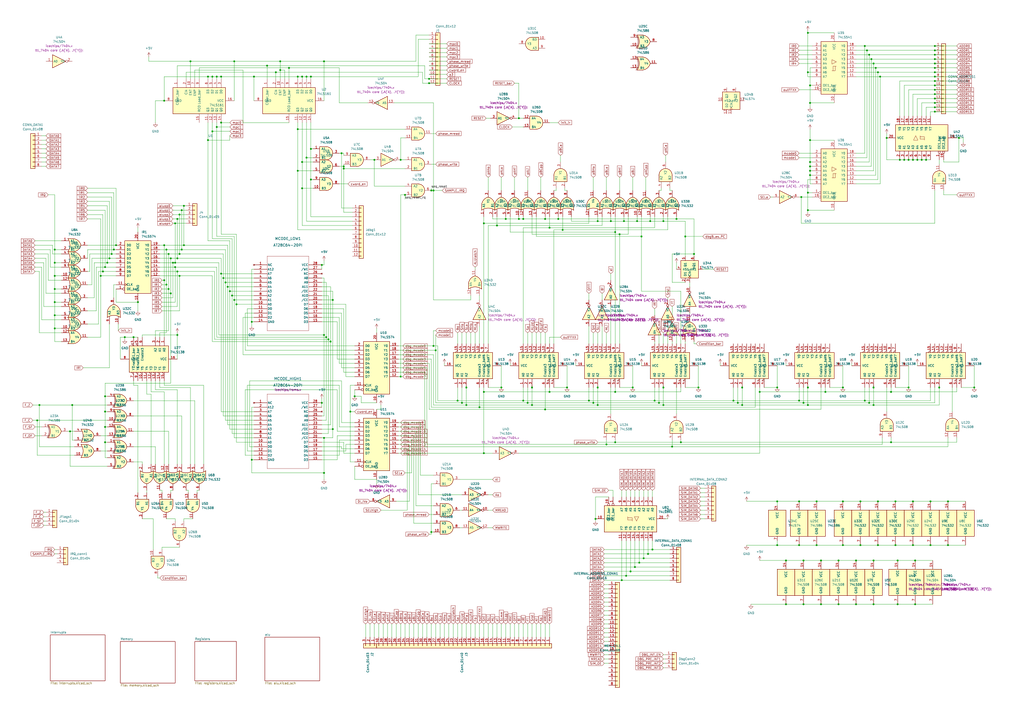
<source format=kicad_sch>
(kicad_sch (version 20211123) (generator eeschema)
  (paper "A2")
  (junction (at 265.43 232.41))
  (junction (at 373.38 323.85))
  (junction (at 180.34 86.36))
  (junction (at 186.69 153.67))
  (junction (at 106.68 142.24))
  (junction (at 280.67 129.54))
  (junction (at 232.41 218.44))
  (junction (at 351.79 257.81))
  (junction (at 125.73 44.45))
  (junction (at 530.86 350.52))
  (junction (at 450.85 290.83))
  (junction (at 367.03 224.79))
  (junction (at 542.29 36.83))
  (junction (at 328.93 224.79))
  (junction (at 128.27 44.45))
  (junction (at 542.29 64.77))
  (junction (at 31.75 160.02))
  (junction (at 303.53 127))
  (junction (at 542.29 26.67))
  (junction (at 132.08 166.37))
  (junction (at 455.93 325.12))
  (junction (at 120.65 81.28))
  (junction (at 473.71 290.83))
  (junction (at 146.05 266.7))
  (junction (at 369.57 128.27))
  (junction (at 375.92 321.31))
  (junction (at 135.89 173.99))
  (junction (at 177.8 44.45))
  (junction (at 469.9 81.28))
  (junction (at 537.21 92.71))
  (junction (at 162.56 40.64))
  (junction (at 180.34 44.45))
  (junction (at 509.27 316.23))
  (junction (at 363.22 334.01))
  (junction (at 542.29 34.29))
  (junction (at 172.72 44.45))
  (junction (at 468.63 224.79))
  (junction (at 193.04 248.92))
  (junction (at 129.54 161.29))
  (junction (at 60.96 238.76))
  (junction (at 440.69 227.33))
  (junction (at 370.84 326.39))
  (junction (at 539.75 316.23))
  (junction (at 345.44 300.99))
  (junction (at 508 39.37))
  (junction (at 316.23 127))
  (junction (at 504.19 31.75))
  (junction (at 509.27 41.91))
  (junction (at 102.87 157.48))
  (junction (at 60.96 247.65))
  (junction (at 476.25 325.12))
  (junction (at 41.91 234.95))
  (junction (at 101.6 129.54))
  (junction (at 251.46 200.66))
  (junction (at 529.59 92.71))
  (junction (at 520.7 350.52))
  (junction (at 104.14 160.02))
  (junction (at 397.51 137.16))
  (junction (at 344.17 233.68))
  (junction (at 361.95 128.27))
  (junction (at 31.75 152.4))
  (junction (at 101.6 154.94))
  (junction (at 300.99 127))
  (junction (at 270.51 234.95))
  (junction (at 521.97 92.71))
  (junction (at 430.53 234.95))
  (junction (at 251.46 110.49))
  (junction (at 450.85 224.79))
  (junction (at 172.72 74.93))
  (junction (at 382.27 233.68))
  (junction (at 31.75 190.5))
  (junction (at 463.55 316.23))
  (junction (at 95.25 162.56))
  (junction (at 106.68 119.38))
  (junction (at 31.75 144.78))
  (junction (at 549.91 316.23))
  (junction (at 469.9 93.98))
  (junction (at 519.43 290.83))
  (junction (at 217.17 92.71))
  (junction (at 473.71 316.23))
  (junction (at 378.46 318.77))
  (junction (at 77.47 195.58))
  (junction (at 308.61 234.95))
  (junction (at 318.77 227.33))
  (junction (at 278.13 236.22))
  (junction (at 190.5 196.85))
  (junction (at 293.37 127))
  (junction (at 318.77 132.08))
  (junction (at 102.87 194.31))
  (junction (at 187.96 274.32))
  (junction (at 110.49 35.56))
  (junction (at 250.19 110.49))
  (junction (at 530.86 325.12))
  (junction (at 488.95 224.79))
  (junction (at 99.06 149.86))
  (junction (at 104.14 147.32))
  (junction (at 466.09 350.52))
  (junction (at 167.64 39.37))
  (junction (at 354.33 128.27))
  (junction (at 478.79 227.33))
  (junction (at 147.32 44.45))
  (junction (at 425.45 232.41))
  (junction (at 384.81 128.27))
  (junction (at 137.16 176.53))
  (junction (at 191.77 198.12))
  (junction (at 469.9 101.6))
  (junction (at 146.05 186.69))
  (junction (at 288.29 130.81))
  (junction (at 199.39 97.79))
  (junction (at 59.69 157.48))
  (junction (at 248.92 48.26))
  (junction (at 496.57 325.12))
  (junction (at 532.13 92.71))
  (junction (at 468.63 111.76))
  (junction (at 193.04 173.99))
  (junction (at 172.72 99.06))
  (junction (at 130.81 163.83))
  (junction (at 102.87 149.86))
  (junction (at 198.12 88.9))
  (junction (at 520.7 325.12))
  (junction (at 133.35 168.91))
  (junction (at 506.73 325.12))
  (junction (at 356.87 227.33))
  (junction (at 300.99 68.58))
  (junction (at 514.35 80.01))
  (junction (at 405.13 224.79))
  (junction (at 501.65 232.41))
  (junction (at 160.02 41.91))
  (junction (at 316.23 237.49))
  (junction (at 392.43 127))
  (junction (at 72.39 195.58))
  (junction (at 506.73 224.79))
  (junction (at 80.01 175.26))
  (junction (at 544.83 224.79))
  (junction (at 177.8 91.44))
  (junction (at 499.11 290.83))
  (junction (at 463.55 232.41))
  (junction (at 506.73 36.83))
  (junction (at 120.65 44.45))
  (junction (at 134.62 171.45))
  (junction (at 60.96 256.54))
  (junction (at 128.27 71.12))
  (junction (at 306.07 233.68))
  (junction (at 102.87 127))
  (junction (at 280.67 227.33))
  (junction (at 506.73 350.52))
  (junction (at 360.68 336.55))
  (junction (at 175.26 109.22))
  (junction (at 341.63 232.41))
  (junction (at 539.75 290.83))
  (junction (at 63.5 149.86))
  (junction (at 542.29 41.91))
  (junction (at 252.73 203.2))
  (junction (at 519.43 316.23))
  (junction (at 430.53 224.79))
  (junction (at 505.46 34.29))
  (junction (at 250.19 308.61))
  (junction (at 154.94 38.1))
  (junction (at 368.3 328.93))
  (junction (at 384.81 224.79))
  (junction (at 542.29 54.61))
  (junction (at 187.96 254))
  (junction (at 476.25 350.52))
  (junction (at 95.25 58.42))
  (junction (at 499.11 316.23))
  (junction (at 516.89 256.54))
  (junction (at 123.19 44.45))
  (junction (at 346.71 234.95))
  (junction (at 189.23 195.58))
  (junction (at 175.26 93.98))
  (junction (at 427.99 233.68))
  (junction (at 365.76 331.47))
  (junction (at 22.86 234.95))
  (junction (at 506.73 234.95))
  (junction (at 468.63 234.95))
  (junction (at 466.09 325.12))
  (junction (at 303.53 232.41))
  (junction (at 105.41 144.78))
  (junction (at 187.96 35.56))
  (junction (at 99.06 170.18))
  (junction (at 346.71 224.79))
  (junction (at 64.77 147.32))
  (junction (at 466.09 233.68))
  (junction (at 450.85 316.23))
  (junction (at 468.63 41.91))
  (junction (at 469.9 99.06))
  (junction (at 356.87 256.54))
  (junction (at 187.96 194.31))
  (junction (at 510.54 44.45))
  (junction (at 60.96 154.94))
  (junction (at 402.59 147.32))
  (junction (at 542.29 44.45))
  (junction (at 549.91 290.83))
  (junction (at 463.55 290.83))
  (junction (at 565.15 224.79))
  (junction (at 97.79 147.32))
  (junction (at 542.29 57.15))
  (junction (at 308.61 224.79))
  (junction (at 135.89 35.56))
  (junction (at 205.74 229.87))
  (junction (at 62.23 152.4))
  (junction (at 469.9 59.69))
  (junction (at 524.51 92.71))
  (junction (at 542.29 49.53))
  (junction (at 486.41 325.12))
  (junction (at 248.92 45.72))
  (junction (at 31.75 175.26))
  (junction (at 542.29 62.23))
  (junction (at 542.29 29.21))
  (junction (at 203.2 238.76))
  (junction (at 534.67 92.71))
  (junction (at 280.67 262.89))
  (junction (at 21.59 243.84))
  (junction (at 377.19 128.27))
  (junction (at 104.14 124.46))
  (junction (at 542.29 46.99))
  (junction (at 527.05 92.71))
  (junction (at 326.39 133.35))
  (junction (at 542.29 31.75))
  (junction (at 356.87 134.62))
  (junction (at 67.31 142.24))
  (junction (at 175.26 44.45))
  (junction (at 389.89 259.08))
  (junction (at 529.59 316.23))
  (junction (at 468.63 19.05))
  (junction (at 359.41 135.89))
  (junction (at 60.96 229.87))
  (junction (at 372.11 137.16))
  (junction (at 199.39 96.52))
  (junction (at 290.83 224.79))
  (junction (at 123.19 76.2))
  (junction (at 542.29 52.07))
  (junction (at 105.41 121.92))
  (junction (at 542.29 59.69))
  (junction (at 384.81 234.95))
  (junction (at 468.63 121.92))
  (junction (at 97.79 167.64))
  (junction (at 100.33 152.4))
  (junction (at 504.19 233.68))
  (junction (at 128.27 158.75))
  (junction (at 31.75 167.64))
  (junction (at 394.97 256.54))
  (junction (at 234.95 113.03))
  (junction (at 516.89 227.33))
  (junction (at 502.92 29.21))
  (junction (at 501.65 26.67))
  (junction (at 58.42 160.02))
  (junction (at 486.41 350.52))
  (junction (at 180.34 104.14))
  (junction (at 267.97 233.68))
  (junction (at 542.29 39.37))
  (junction (at 496.57 350.52))
  (junction (at 346.71 128.27))
  (junction (at 455.93 350.52))
  (junction (at 96.52 144.78))
  (junction (at 125.73 73.66))
  (junction (at 66.04 144.78))
  (junction (at 31.75 182.88))
  (junction (at 556.26 80.01))
  (junction (at 379.73 232.41))
  (junction (at 464.82 114.3))
  (junction (at 95.25 142.24))
  (junction (at 509.27 290.83))
  (junction (at 488.95 290.83))
  (junction (at 96.52 165.1))
  (junction (at 186.69 233.68))
  (junction (at 488.95 316.23))
  (junction (at 270.51 224.79))
  (junction (at 162.56 35.56))
  (junction (at 469.9 96.52))
  (junction (at 527.05 224.79))
  (junction (at 323.85 127))
  (junction (at 101.6 152.4))
  (junction (at 40.64 250.19))
  (junction (at 469.9 49.53))
  (junction (at 529.59 290.83))
  (junction (at 232.41 92.71))
  (wire (pts (xy 544.83 92.71) (xy 544.83 95.25)))
  (wire (pts (xy 147.32 181.61) (xy 142.24 181.61)))
  (wire (pts (xy 241.3 20.32) (xy 248.92 20.32)))
  (wire (pts (xy 468.63 234.95) (xy 506.73 234.95)))
  (wire (pts (xy 107.95 284.48) (xy 109.22 284.48)))
  (wire (pts (xy 275.59 361.95) (xy 275.59 369.57)))
  (wire (pts (xy 147.32 259.08) (xy 144.78 259.08)))
  (wire (pts (xy 60.96 229.87) (xy 62.23 229.87)))
  (wire (pts (xy 318.77 361.95) (xy 318.77 369.57)))
  (wire (pts (xy 198.12 220.98) (xy 198.12 245.11)))
  (wire (pts (xy 87.63 228.6) (xy 87.63 269.24)))
  (wire (pts (xy 97.79 147.32) (xy 92.71 147.32)))
  (wire (pts (xy 165.1 40.64) (xy 165.1 45.72)))
  (wire (pts (xy 77.47 241.3) (xy 105.41 241.3)))
  (wire (pts (xy 105.41 241.3) (xy 105.41 269.24)))
  (wire (pts (xy 123.19 198.12) (xy 191.77 198.12)))
  (wire (pts (xy 217.17 361.95) (xy 217.17 369.57)))
  (wire (pts (xy 50.8 172.72) (xy 54.61 172.72)))
  (wire (pts (xy 53.34 149.86) (xy 63.5 149.86)))
  (wire (pts (xy 542.29 46.99) (xy 554.99 46.99)))
  (wire (pts (xy 288.29 130.81) (xy 288.29 125.73)))
  (wire (pts (xy 92.71 284.48) (xy 93.98 284.48)))
  (wire (pts (xy 242.57 44.45) (xy 242.57 22.86)))
  (wire (pts (xy 529.59 316.23) (xy 539.75 316.23)))
  (wire (pts (xy 250.19 95.25) (xy 252.73 95.25)))
  (wire (pts (xy 190.5 196.85) (xy 190.5 251.46)))
  (wire (pts (xy 246.38 215.9) (xy 246.38 259.08)))
  (wire (pts (xy 280.67 227.33) (xy 280.67 262.89)))
  (wire (pts (xy 469.9 49.53) (xy 471.17 49.53)))
  (wire (pts (xy 273.05 193.04) (xy 273.05 199.39)))
  (wire (pts (xy 27.94 147.32) (xy 27.94 162.56)))
  (wire (pts (xy 359.41 199.39) (xy 359.41 135.89)))
  (wire (pts (xy 386.08 90.17) (xy 386.08 93.98)))
  (wire (pts (xy 180.34 44.45) (xy 180.34 45.72)))
  (wire (pts (xy 132.08 166.37) (xy 147.32 166.37)))
  (wire (pts (xy 25.4 152.4) (xy 25.4 177.8)))
  (wire (pts (xy 350.52 323.85) (xy 373.38 323.85)))
  (wire (pts (xy 128.27 158.75) (xy 147.32 158.75)))
  (wire (pts (xy 554.99 256.54) (xy 554.99 254)))
  (wire (pts (xy 521.97 92.71) (xy 524.51 92.71)))
  (wire (pts (xy 306.07 361.95) (xy 306.07 369.57)))
  (wire (pts (xy 463.55 316.23) (xy 473.71 316.23)))
  (wire (pts (xy 187.96 274.32) (xy 146.05 274.32)))
  (wire (pts (xy 425.45 232.41) (xy 463.55 232.41)))
  (wire (pts (xy 100.33 119.38) (xy 106.68 119.38)))
  (wire (pts (xy 379.73 224.79) (xy 379.73 232.41)))
  (wire (pts (xy 388.62 331.47) (xy 365.76 331.47)))
  (wire (pts (xy 123.19 44.45) (xy 123.19 45.72)))
  (wire (pts (xy 20.32 139.7) (xy 35.56 139.7)))
  (wire (pts (xy 350.52 344.17) (xy 353.06 344.17)))
  (wire (pts (xy 278.13 171.45) (xy 278.13 173.99)))
  (wire (pts (xy 187.96 274.32) (xy 187.96 278.13)))
  (wire (pts (xy 123.19 76.2) (xy 123.19 138.43)))
  (wire (pts (xy 248.92 298.45) (xy 251.46 298.45)))
  (wire (pts (xy 129.54 147.32) (xy 104.14 147.32)))
  (wire (pts (xy 514.35 224.79) (xy 514.35 238.76)))
  (wire (pts (xy 111.76 300.99) (xy 106.68 300.99)))
  (wire (pts (xy 146.05 266.7) (xy 147.32 266.7)))
  (wire (pts (xy 443.23 224.79) (xy 450.85 224.79)))
  (wire (pts (xy 524.51 67.31) (xy 524.51 49.53)))
  (wire (pts (xy 50.8 144.78) (xy 66.04 144.78)))
  (wire (pts (xy 394.97 168.91) (xy 372.11 168.91)))
  (wire (pts (xy 496.57 31.75) (xy 504.19 31.75)))
  (wire (pts (xy 191.77 246.38) (xy 186.69 246.38)))
  (wire (pts (xy 147.32 246.38) (xy 132.08 246.38)))
  (wire (pts (xy 102.87 157.48) (xy 124.46 157.48)))
  (wire (pts (xy 59.69 124.46) (xy 59.69 157.48)))
  (wire (pts (xy 50.8 180.34) (xy 55.88 180.34)))
  (wire (pts (xy 388.62 326.39) (xy 370.84 326.39)))
  (wire (pts (xy 128.27 135.89) (xy 137.16 135.89)))
  (wire (pts (xy 115.57 45.72) (xy 115.57 39.37)))
  (wire (pts (xy 350.52 367.03) (xy 353.06 367.03)))
  (wire (pts (xy 60.96 154.94) (xy 67.31 154.94)))
  (wire (pts (xy 379.73 232.41) (xy 341.63 232.41)))
  (wire (pts (xy 394.97 199.39) (xy 394.97 168.91)))
  (wire (pts (xy 123.19 71.12) (xy 123.19 76.2)))
  (wire (pts (xy 527.05 92.71) (xy 529.59 92.71)))
  (wire (pts (xy 389.89 259.08) (xy 549.91 259.08)))
  (wire (pts (xy 514.35 77.47) (xy 514.35 80.01)))
  (wire (pts (xy 402.59 127) (xy 392.43 127)))
  (wire (pts (xy 133.35 81.28) (xy 120.65 81.28)))
  (wire (pts (xy 397.51 137.16) (xy 397.51 128.27)))
  (wire (pts (xy 25.4 304.8) (xy 26.67 304.8)))
  (wire (pts (xy 77.47 250.19) (xy 97.79 250.19)))
  (wire (pts (xy 234.95 97.79) (xy 199.39 97.79)))
  (wire (pts (xy 229.87 361.95) (xy 229.87 369.57)))
  (wire (pts (xy 394.97 227.33) (xy 356.87 227.33)))
  (wire (pts (xy 195.58 266.7) (xy 195.58 252.73)))
  (wire (pts (xy 134.62 171.45) (xy 134.62 138.43)))
  (wire (pts (xy 300.99 127) (xy 303.53 127)))
  (wire (pts (xy 509.27 316.23) (xy 519.43 316.23)))
  (wire (pts (xy 529.59 67.31) (xy 529.59 54.61)))
  (wire (pts (xy 316.23 361.95) (xy 316.23 369.57)))
  (wire (pts (xy 397.51 128.27) (xy 384.81 128.27)))
  (wire (pts (xy 140.97 40.64) (xy 140.97 71.12)))
  (wire (pts (xy 193.04 168.91) (xy 193.04 173.99)))
  (wire (pts (xy 384.81 224.79) (xy 384.81 234.95)))
  (wire (pts (xy 243.84 275.59) (xy 251.46 275.59)))
  (wire (pts (xy 93.98 180.34) (xy 104.14 180.34)))
  (wire (pts (xy 542.29 110.49) (xy 542.29 129.54)))
  (wire (pts (xy 20.32 252.73) (xy 24.13 252.73)))
  (wire (pts (xy 21.59 243.84) (xy 62.23 243.84)))
  (wire (pts (xy 123.19 138.43) (xy 134.62 138.43)))
  (wire (pts (xy 125.73 137.16) (xy 135.89 137.16)))
  (wire (pts (xy 375.92 284.48) (xy 375.92 288.29)))
  (wire (pts (xy 365.76 313.69) (xy 365.76 331.47)))
  (wire (pts (xy 41.91 234.95) (xy 62.23 234.95)))
  (wire (pts (xy 110.49 35.56) (xy 135.89 35.56)))
  (wire (pts (xy 82.55 267.97) (xy 82.55 269.24)))
  (wire (pts (xy 248.92 40.64) (xy 259.08 40.64)))
  (wire (pts (xy 496.57 34.29) (xy 505.46 34.29)))
  (wire (pts (xy 318.77 199.39) (xy 318.77 195.58)))
  (wire (pts (xy 24.13 93.98) (xy 26.67 93.98)))
  (wire (pts (xy 90.17 58.42) (xy 95.25 58.42)))
  (wire (pts (xy 187.96 194.31) (xy 187.96 241.3)))
  (wire (pts (xy 248.92 237.49) (xy 248.92 210.82)))
  (wire (pts (xy 137.16 256.54) (xy 137.16 176.53)))
  (wire (pts (xy 350.52 356.87) (xy 353.06 356.87)))
  (wire (pts (xy 31.75 160.02) (xy 31.75 167.64)))
  (wire (pts (xy 21.59 264.16) (xy 21.59 243.84)))
  (wire (pts (xy 501.65 232.41) (xy 539.75 232.41)))
  (wire (pts (xy 290.83 212.09) (xy 290.83 224.79)))
  (wire (pts (xy 303.53 125.73) (xy 303.53 127)))
  (wire (pts (xy 205.74 270.51) (xy 205.74 278.13)))
  (wire (pts (xy 196.85 106.68) (xy 201.93 106.68)))
  (wire (pts (xy 187.96 241.3) (xy 186.69 241.3)))
  (wire (pts (xy 529.59 92.71) (xy 532.13 92.71)))
  (wire (pts (xy 440.69 224.79) (xy 440.69 227.33)))
  (wire (pts (xy 125.73 73.66) (xy 133.35 73.66)))
  (wire (pts (xy 464.82 114.3) (xy 471.17 114.3)))
  (wire (pts (xy 392.43 193.04) (xy 392.43 199.39)))
  (wire (pts (xy 144.78 259.08) (xy 144.78 220.98)))
  (wire (pts (xy 468.63 223.52) (xy 468.63 224.79)))
  (wire (pts (xy 196.85 210.82) (xy 205.74 210.82)))
  (wire (pts (xy 24.13 154.94) (xy 24.13 185.42)))
  (wire (pts (xy 463.55 88.9) (xy 471.17 88.9)))
  (wire (pts (xy 542.29 44.45) (xy 554.99 44.45)))
  (wire (pts (xy 132.08 246.38) (xy 132.08 166.37)))
  (wire (pts (xy 508 101.6) (xy 508 39.37)))
  (wire (pts (xy 101.6 154.94) (xy 125.73 154.94)))
  (wire (pts (xy 143.51 261.62) (xy 143.51 223.52)))
  (wire (pts (xy 384.81 223.52) (xy 384.81 224.79)))
  (wire (pts (xy 267.97 233.68) (xy 252.73 233.68)))
  (wire (pts (xy 532.13 57.15) (xy 542.29 57.15)))
  (wire (pts (xy 389.89 255.27) (xy 389.89 259.08)))
  (wire (pts (xy 283.21 306.07) (xy 285.75 306.07)))
  (wire (pts (xy 186.69 233.68) (xy 186.69 236.22)))
  (wire (pts (xy 20.32 154.94) (xy 24.13 154.94)))
  (wire (pts (xy 242.57 22.86) (xy 248.92 22.86)))
  (wire (pts (xy 476.25 350.52) (xy 486.41 350.52)))
  (wire (pts (xy 228.6 59.69) (xy 251.46 59.69)))
  (wire (pts (xy 193.04 173.99) (xy 193.04 248.92)))
  (wire (pts (xy 24.13 81.28) (xy 26.67 81.28)))
  (wire (pts (xy 388.62 109.22) (xy 388.62 110.49)))
  (wire (pts (xy 394.97 255.27) (xy 394.97 256.54)))
  (wire (pts (xy 67.31 109.22) (xy 67.31 142.24)))
  (wire (pts (xy 283.21 287.02) (xy 285.75 287.02)))
  (wire (pts (xy 251.46 200.66) (xy 254 200.66)))
  (wire (pts (xy 303.53 361.95) (xy 303.53 369.57)))
  (wire (pts (xy 100.33 172.72) (xy 100.33 152.4)))
  (wire (pts (xy 72.39 195.58) (xy 77.47 195.58)))
  (wire (pts (xy 346.71 234.95) (xy 308.61 234.95)))
  (wire (pts (xy 50.8 142.24) (xy 67.31 142.24)))
  (wire (pts (xy 293.37 125.73) (xy 293.37 127)))
  (wire (pts (xy 471.17 101.6) (xy 469.9 101.6)))
  (wire (pts (xy 231.14 210.82) (xy 248.92 210.82)))
  (wire (pts (xy 31.75 152.4) (xy 31.75 160.02)))
  (wire (pts (xy 231.14 218.44) (xy 232.41 218.44)))
  (wire (pts (xy 125.73 73.66) (xy 125.73 137.16)))
  (wire (pts (xy 142.24 226.06) (xy 195.58 226.06)))
  (wire (pts (xy 539.75 67.31) (xy 539.75 64.77)))
  (wire (pts (xy 177.8 91.44) (xy 181.61 91.44)))
  (wire (pts (xy 331.47 125.73) (xy 331.47 128.27)))
  (wire (pts (xy 125.73 195.58) (xy 189.23 195.58)))
  (wire (pts (xy 133.35 168.91) (xy 133.35 139.7)))
  (wire (pts (xy 266.7 295.91) (xy 267.97 295.91)))
  (wire (pts (xy 199.39 96.52) (xy 199.39 95.25)))
  (wire (pts (xy 205.74 226.06) (xy 205.74 229.87)))
  (wire (pts (xy 35.56 198.12) (xy 31.75 198.12)))
  (wire (pts (xy 378.46 318.77) (xy 350.52 318.77)))
  (wire (pts (xy 186.69 163.83) (xy 189.23 163.83)))
  (wire (pts (xy 468.63 41.91) (xy 468.63 44.45)))
  (wire (pts (xy 516.89 224.79) (xy 516.89 227.33)))
  (wire (pts (xy 146.05 236.22) (xy 146.05 266.7)))
  (wire (pts (xy 394.97 256.54) (xy 356.87 256.54)))
  (wire (pts (xy 266.7 278.13) (xy 285.75 278.13)))
  (wire (pts (xy 473.71 290.83) (xy 488.95 290.83)))
  (wire (pts (xy 318.77 195.58) (xy 325.12 195.58)))
  (wire (pts (xy 104.14 124.46) (xy 107.95 124.46)))
  (wire (pts (xy 248.92 309.88) (xy 250.19 309.88)))
  (wire (pts (xy 92.71 152.4) (xy 100.33 152.4)))
  (wire (pts (xy 123.19 76.2) (xy 133.35 76.2)))
  (wire (pts (xy 308.61 361.95) (xy 308.61 369.57)))
  (wire (pts (xy 539.75 316.23) (xy 549.91 316.23)))
  (wire (pts (xy 93.98 177.8) (xy 102.87 177.8)))
  (wire (pts (xy 97.79 250.19) (xy 97.79 269.24)))
  (wire (pts (xy 270.51 224.79) (xy 270.51 234.95)))
  (wire (pts (xy 62.23 152.4) (xy 67.31 152.4)))
  (wire (pts (xy 316.23 125.73) (xy 316.23 127)))
  (wire (pts (xy 341.63 189.23) (xy 341.63 199.39)))
  (wire (pts (xy 349.25 130.81) (xy 349.25 125.73)))
  (wire (pts (xy 355.6 284.48) (xy 355.6 288.29)))
  (wire (pts (xy 254 232.41) (xy 254 200.66)))
  (wire (pts (xy 354.33 125.73) (xy 354.33 128.27)))
  (wire (pts (xy 54.61 152.4) (xy 62.23 152.4)))
  (wire (pts (xy 450.85 290.83) (xy 450.85 293.37)))
  (wire (pts (xy 31.75 175.26) (xy 31.75 167.64)))
  (wire (pts (xy 430.53 224.79) (xy 430.53 234.95)))
  (wire (pts (xy 26.67 170.18) (xy 35.56 170.18)))
  (wire (pts (xy 198.12 120.65) (xy 204.47 120.65)))
  (wire (pts (xy 99.06 222.25) (xy 60.96 222.25)))
  (wire (pts (xy 134.62 171.45) (xy 147.32 171.45)))
  (wire (pts (xy 67.31 175.26) (xy 67.31 167.64)))
  (wire (pts (xy 189.23 243.84) (xy 186.69 243.84)))
  (wire (pts (xy 496.57 26.67) (xy 501.65 26.67)))
  (wire (pts (xy 177.8 44.45) (xy 180.34 44.45)))
  (wire (pts (xy 193.04 254) (xy 187.96 254)))
  (wire (pts (xy 534.67 67.31) (xy 534.67 59.69)))
  (wire (pts (xy 147.32 44.45) (xy 172.72 44.45)))
  (wire (pts (xy 134.62 251.46) (xy 134.62 171.45)))
  (wire (pts (xy 463.55 114.3) (xy 464.82 114.3)))
  (wire (pts (xy 427.99 224.79) (xy 427.99 233.68)))
  (wire (pts (xy 400.05 163.83) (xy 400.05 166.37)))
  (wire (pts (xy 257.81 361.95) (xy 257.81 369.57)))
  (wire (pts (xy 59.69 157.48) (xy 67.31 157.48)))
  (wire (pts (xy 318.77 132.08) (xy 379.73 132.08)))
  (wire (pts (xy 542.29 62.23) (xy 554.99 62.23)))
  (wire (pts (xy 542.29 52.07) (xy 554.99 52.07)))
  (wire (pts (xy 135.89 254) (xy 135.89 173.99)))
  (wire (pts (xy 285.75 361.95) (xy 285.75 369.57)))
  (wire (pts (xy 240.03 303.53) (xy 251.46 303.53)))
  (wire (pts (xy 496.57 41.91) (xy 509.27 41.91)))
  (wire (pts (xy 115.57 284.48) (xy 114.3 284.48)))
  (wire (pts (xy 58.42 127) (xy 58.42 160.02)))
  (wire (pts (xy 341.63 224.79) (xy 341.63 232.41)))
  (wire (pts (xy 63.5 149.86) (xy 67.31 149.86)))
  (wire (pts (xy 377.19 125.73) (xy 377.19 128.27)))
  (wire (pts (xy 394.97 256.54) (xy 516.89 256.54)))
  (wire (pts (xy 231.14 213.36) (xy 247.65 213.36)))
  (wire (pts (xy 128.27 71.12) (xy 128.27 135.89)))
  (wire (pts (xy 363.22 284.48) (xy 363.22 288.29)))
  (wire (pts (xy 218.44 278.13) (xy 218.44 280.67)))
  (wire (pts (xy 496.57 44.45) (xy 510.54 44.45)))
  (wire (pts (xy 300.99 361.95) (xy 300.99 369.57)))
  (wire (pts (xy 394.97 224.79) (xy 394.97 227.33)))
  (wire (pts (xy 85.09 228.6) (xy 87.63 228.6)))
  (wire (pts (xy 375.92 321.31) (xy 350.52 321.31)))
  (wire (pts (xy 351.79 257.81) (xy 511.81 257.81)))
  (wire (pts (xy 273.05 173.99) (xy 273.05 171.45)))
  (wire (pts (xy 251.46 110.49) (xy 251.46 173.99)))
  (wire (pts (xy 52.07 157.48) (xy 52.07 147.32)))
  (wire (pts (xy 468.63 111.76) (xy 468.63 121.92)))
  (wire (pts (xy 534.67 92.71) (xy 537.21 92.71)))
  (wire (pts (xy 96.52 300.99) (xy 101.6 300.99)))
  (wire (pts (xy 113.03 40.64) (xy 113.03 45.72)))
  (wire (pts (xy 539.75 224.79) (xy 539.75 232.41)))
  (wire (pts (xy 107.95 41.91) (xy 160.02 41.91)))
  (wire (pts (xy 303.53 127) (xy 316.23 127)))
  (wire (pts (xy 22.86 193.04) (xy 35.56 193.04)))
  (wire (pts (xy 85.09 284.48) (xy 85.09 285.75)))
  (wire (pts (xy 175.26 44.45) (xy 175.26 45.72)))
  (wire (pts (xy 125.73 154.94) (xy 125.73 195.58)))
  (wire (pts (xy 127 152.4) (xy 127 194.31)))
  (wire (pts (xy 368.3 284.48) (xy 368.3 288.29)))
  (wire (pts (xy 469.9 74.93) (xy 469.9 81.28)))
  (wire (pts (xy 40.64 270.51) (xy 40.64 250.19)))
  (wire (pts (xy 542.29 129.54) (xy 464.82 129.54)))
  (wire (pts (xy 234.95 274.32) (xy 238.76 274.32)))
  (wire (pts (xy 384.81 387.35) (xy 386.08 387.35)))
  (wire (pts (xy 186.69 153.67) (xy 186.69 156.21)))
  (wire (pts (xy 69.85 208.28) (xy 69.85 195.58)))
  (wire (pts (xy 58.42 252.73) (xy 62.23 252.73)))
  (wire (pts (xy 218.44 233.68) (xy 209.55 233.68)))
  (wire (pts (xy 359.41 224.79) (xy 367.03 224.79)))
  (wire (pts (xy 77.47 259.08) (xy 90.17 259.08)))
  (wire (pts (xy 129.54 161.29) (xy 147.32 161.29)))
  (wire (pts (xy 102.87 127) (xy 107.95 127)))
  (wire (pts (xy 209.55 233.68) (xy 209.55 229.87)))
  (wire (pts (xy 57.15 157.48) (xy 59.69 157.48)))
  (wire (pts (xy 542.29 64.77) (xy 554.99 64.77)))
  (wire (pts (xy 356.87 256.54) (xy 356.87 255.27)))
  (wire (pts (xy 468.63 17.78) (xy 468.63 19.05)))
  (wire (pts (xy 516.89 227.33) (xy 554.99 227.33)))
  (wire (pts (xy 471.17 93.98) (xy 469.9 93.98)))
  (wire (pts (xy 50.8 157.48) (xy 52.07 157.48)))
  (wire (pts (xy 172.72 71.12) (xy 172.72 74.93)))
  (wire (pts (xy 113.03 232.41) (xy 113.03 269.24)))
  (wire (pts (xy 200.66 261.62) (xy 200.66 257.81)))
  (wire (pts (xy 24.13 185.42) (xy 35.56 185.42)))
  (wire (pts (xy 298.45 48.26) (xy 300.99 48.26)))
  (wire (pts (xy 556.26 80.01) (xy 558.8 80.01)))
  (wire (pts (xy 147.32 238.76) (xy 128.27 238.76)))
  (wire (pts (xy 406.4 288.29) (xy 408.94 288.29)))
  (wire (pts (xy 406.4 290.83) (xy 408.94 290.83)))
  (wire (pts (xy 199.39 215.9) (xy 205.74 215.9)))
  (wire (pts (xy 130.81 243.84) (xy 130.81 163.83)))
  (wire (pts (xy 135.89 173.99) (xy 135.89 137.16)))
  (wire (pts (xy 196.85 184.15) (xy 196.85 210.82)))
  (wire (pts (xy 120.65 44.45) (xy 123.19 44.45)))
  (wire (pts (xy 198.12 259.08) (xy 198.12 260.35)))
  (wire (pts (xy 370.84 313.69) (xy 370.84 326.39)))
  (wire (pts (xy 52.07 147.32) (xy 64.77 147.32)))
  (wire (pts (xy 350.52 351.79) (xy 353.06 351.79)))
  (wire (pts (xy 463.55 290.83) (xy 473.71 290.83)))
  (wire (pts (xy 146.05 186.69) (xy 146.05 189.23)))
  (wire (pts (xy 504.19 224.79) (xy 504.19 233.68)))
  (wire (pts (xy 250.19 236.22) (xy 250.19 208.28)))
  (wire (pts (xy 218.44 237.49) (xy 220.98 237.49)))
  (wire (pts (xy 31.75 318.77) (xy 33.02 318.77)))
  (wire (pts (xy 549.91 316.23) (xy 560.07 316.23)))
  (wire (pts (xy 147.32 44.45) (xy 147.32 58.42)))
  (wire (pts (xy 187.96 161.29) (xy 187.96 194.31)))
  (wire (pts (xy 293.37 127) (xy 300.99 127)))
  (wire (pts (xy 306.07 193.04) (xy 306.07 199.39)))
  (wire (pts (xy 186.69 181.61) (xy 198.12 181.61)))
  (wire (pts (xy 326.39 133.35) (xy 326.39 125.73)))
  (wire (pts (xy 455.93 325.12) (xy 466.09 325.12)))
  (wire (pts (xy 146.05 274.32) (xy 146.05 266.7)))
  (wire (pts (xy 19.05 234.95) (xy 22.86 234.95)))
  (wire (pts (xy 370.84 284.48) (xy 370.84 288.29)))
  (wire (pts (xy 468.63 121.92) (xy 483.87 121.92)))
  (wire (pts (xy 104.14 180.34) (xy 104.14 160.02)))
  (wire (pts (xy 40.64 250.19) (xy 43.18 250.19)))
  (wire (pts (xy 200.66 176.53) (xy 200.66 218.44)))
  (wire (pts (xy 468.63 41.91) (xy 471.17 41.91)))
  (wire (pts (xy 238.76 255.27) (xy 238.76 274.32)))
  (wire (pts (xy 205.74 267.97) (xy 203.2 267.97)))
  (wire (pts (xy 177.8 128.27) (xy 204.47 128.27)))
  (wire (pts (xy 308.61 224.79) (xy 308.61 234.95)))
  (wire (pts (xy 476.25 237.49) (xy 476.25 224.79)))
  (wire (pts (xy 406.4 300.99) (xy 408.94 300.99)))
  (wire (pts (xy 544.83 223.52) (xy 544.83 224.79)))
  (wire (pts (xy 502.92 29.21) (xy 542.29 29.21)))
  (wire (pts (xy 172.72 133.35) (xy 204.47 133.35)))
  (wire (pts (xy 29.21 154.94) (xy 35.56 154.94)))
  (wire (pts (xy 248.92 25.4) (xy 259.08 25.4)))
  (wire (pts (xy 100.33 129.54) (xy 101.6 129.54)))
  (wire (pts (xy 187.96 151.13) (xy 187.96 153.67)))
  (wire (pts (xy 245.11 361.95) (xy 245.11 369.57)))
  (wire (pts (xy 476.25 325.12) (xy 486.41 325.12)))
  (wire (pts (xy 110.49 224.79) (xy 110.49 269.24)))
  (wire (pts (xy 316.23 224.79) (xy 316.23 237.49)))
  (wire (pts (xy 60.96 121.92) (xy 60.96 154.94)))
  (wire (pts (xy 177.8 44.45) (xy 177.8 45.72)))
  (wire (pts (xy 365.76 331.47) (xy 350.52 331.47)))
  (wire (pts (xy 172.72 99.06) (xy 181.61 99.06)))
  (wire (pts (xy 196.85 59.69) (xy 213.36 59.69)))
  (wire (pts (xy 232.41 80.01) (xy 232.41 92.71)))
  (wire (pts (xy 172.72 74.93) (xy 172.72 99.06)))
  (wire (pts (xy 105.41 121.92) (xy 107.95 121.92)))
  (wire (pts (xy 62.23 270.51) (xy 40.64 270.51)))
  (wire (pts (xy 530.86 350.52) (xy 541.02 350.52)))
  (wire (pts (xy 506.73 350.52) (xy 520.7 350.52)))
  (wire (pts (xy 463.55 91.44) (xy 471.17 91.44)))
  (wire (pts (xy 31.75 152.4) (xy 35.56 152.4)))
  (wire (pts (xy 147.32 248.92) (xy 133.35 248.92)))
  (wire (pts (xy 542.29 54.61) (xy 554.99 54.61)))
  (wire (pts (xy 372.11 137.16) (xy 311.15 137.16)))
  (wire (pts (xy 406.4 285.75) (xy 408.94 285.75)))
  (wire (pts (xy 248.92 30.48) (xy 259.08 30.48)))
  (wire (pts (xy 280.67 361.95) (xy 280.67 369.57)))
  (wire (pts (xy 397.51 137.16) (xy 407.67 137.16)))
  (wire (pts (xy 306.07 224.79) (xy 306.07 233.68)))
  (wire (pts (xy 524.51 49.53) (xy 542.29 49.53)))
  (wire (pts (xy 468.63 19.05) (xy 483.87 19.05)))
  (wire (pts (xy 262.89 361.95) (xy 262.89 369.57)))
  (wire (pts (xy 162.56 40.64) (xy 162.56 45.72)))
  (wire (pts (xy 464.82 129.54) (xy 464.82 114.3)))
  (wire (pts (xy 186.69 176.53) (xy 200.66 176.53)))
  (wire (pts (xy 198.12 181.61) (xy 198.12 213.36)))
  (wire (pts (xy 354.33 128.27) (xy 346.71 128.27)))
  (wire (pts (xy 384.81 384.81) (xy 386.08 384.81)))
  (wire (pts (xy 468.63 234.95) (xy 430.53 234.95)))
  (wire (pts (xy 527.05 212.09) (xy 527.05 224.79)))
  (wire (pts (xy 186.69 248.92) (xy 193.04 248.92)))
  (wire (pts (xy 298.45 361.95) (xy 298.45 369.57)))
  (wire (pts (xy 140.97 71.12) (xy 167.64 71.12)))
  (wire (pts (xy 313.69 193.04) (xy 313.69 199.39)))
  (wire (pts (xy 326.39 133.35) (xy 387.35 133.35)))
  (wire (pts (xy 433.07 316.23) (xy 450.85 316.23)))
  (wire (pts (xy 542.29 59.69) (xy 554.99 59.69)))
  (wire (pts (xy 344.17 102.87) (xy 344.17 110.49)))
  (wire (pts (xy 308.61 135.89) (xy 308.61 125.73)))
  (wire (pts (xy 384.81 128.27) (xy 377.19 128.27)))
  (wire (pts (xy 198.12 213.36) (xy 205.74 213.36)))
  (wire (pts (xy 125.73 71.12) (xy 125.73 73.66)))
  (wire (pts (xy 20.32 144.78) (xy 29.21 144.78)))
  (wire (pts (xy 147.32 243.84) (xy 130.81 243.84)))
  (wire (pts (xy 510.54 106.68) (xy 510.54 44.45)))
  (wire (pts (xy 252.73 361.95) (xy 252.73 369.57)))
  (wire (pts (xy 95.25 162.56) (xy 95.25 195.58)))
  (wire (pts (xy 345.44 288.29) (xy 345.44 300.99)))
  (wire (pts (xy 373.38 313.69) (xy 373.38 323.85)))
  (wire (pts (xy 349.25 170.18) (xy 349.25 173.99)))
  (wire (pts (xy 373.38 323.85) (xy 388.62 323.85)))
  (wire (pts (xy 22.86 234.95) (xy 41.91 234.95)))
  (wire (pts (xy 99.06 284.48) (xy 99.06 285.75)))
  (wire (pts (xy 147.32 264.16) (xy 142.24 264.16)))
  (wire (pts (xy 463.55 36.83) (xy 471.17 36.83)))
  (wire (pts (xy 50.8 109.22) (xy 67.31 109.22)))
  (wire (pts (xy 24.13 91.44) (xy 26.67 91.44)))
  (wire (pts (xy 521.97 67.31) (xy 521.97 46.99)))
  (wire (pts (xy 43.18 264.16) (xy 21.59 264.16)))
  (wire (pts (xy 196.85 247.65) (xy 205.74 247.65)))
  (wire (pts (xy 147.32 184.15) (xy 140.97 184.15)))
  (wire (pts (xy 248.92 43.18) (xy 259.08 43.18)))
  (wire (pts (xy 140.97 184.15) (xy 140.97 205.74)))
  (wire (pts (xy 109.22 284.48) (xy 109.22 285.75)))
  (wire (pts (xy 175.26 130.81) (xy 204.47 130.81)))
  (wire (pts (xy 530.86 325.12) (xy 541.02 325.12)))
  (wire (pts (xy 186.69 166.37) (xy 191.77 166.37)))
  (wire (pts (xy 137.16 135.89) (xy 137.16 176.53)))
  (wire (pts (xy 351.79 257.81) (xy 247.65 257.81)))
  (wire (pts (xy 384.81 382.27) (xy 386.08 382.27)))
  (wire (pts (xy 379.73 232.41) (xy 425.45 232.41)))
  (wire (pts (xy 506.73 234.95) (xy 544.83 234.95)))
  (wire (pts (xy 77.47 223.52) (xy 77.47 220.98)))
  (wire (pts (xy 195.58 186.69) (xy 195.58 208.28)))
  (wire (pts (xy 505.46 96.52) (xy 505.46 34.29)))
  (wire (pts (xy 494.03 210.82) (xy 494.03 212.09)))
  (wire (pts (xy 214.63 92.71) (xy 217.17 92.71)))
  (wire (pts (xy 402.59 147.32) (xy 402.59 127)))
  (wire (pts (xy 186.69 251.46) (xy 190.5 251.46)))
  (wire (pts (xy 506.73 36.83) (xy 542.29 36.83)))
  (wire (pts (xy 250.19 77.47) (xy 252.73 77.47)))
  (wire (pts (xy 80.01 285.75) (xy 80.01 223.52)))
  (wire (pts (xy 175.26 109.22) (xy 181.61 109.22)))
  (wire (pts (xy 384.81 379.73) (xy 386.08 379.73)))
  (wire (pts (xy 471.17 106.68) (xy 469.9 106.68)))
  (wire (pts (xy 240.03 252.73) (xy 240.03 303.53)))
  (wire (pts (xy 154.94 38.1) (xy 246.38 38.1)))
  (wire (pts (xy 554.99 224.79) (xy 554.99 227.33)))
  (wire (pts (xy 20.32 149.86) (xy 26.67 149.86)))
  (wire (pts (xy 87.63 227.33) (xy 95.25 227.33)))
  (wire (pts (xy 147.32 236.22) (xy 146.05 236.22)))
  (wire (pts (xy 383.54 109.22) (xy 383.54 110.49)))
  (wire (pts (xy 186.69 161.29) (xy 187.96 161.29)))
  (wire (pts (xy 469.9 99.06) (xy 469.9 101.6)))
  (wire (pts (xy 241.3 293.37) (xy 251.46 293.37)))
  (wire (pts (xy 55.88 154.94) (xy 60.96 154.94)))
  (wire (pts (xy 298.45 102.87) (xy 298.45 110.49)))
  (wire (pts (xy 180.34 125.73) (xy 204.47 125.73)))
  (wire (pts (xy 270.51 361.95) (xy 270.51 369.57)))
  (wire (pts (xy 496.57 99.06) (xy 506.73 99.06)))
  (wire (pts (xy 25.4 302.26) (xy 26.67 302.26)))
  (wire (pts (xy 539.75 290.83) (xy 549.91 290.83)))
  (wire (pts (xy 318.77 132.08) (xy 318.77 125.73)))
  (wire (pts (xy 147.32 156.21) (xy 146.05 156.21)))
  (wire (pts (xy 341.63 170.18) (xy 341.63 173.99)))
  (wire (pts (xy 203.2 267.97) (xy 203.2 238.76)))
  (wire (pts (xy 303.53 132.08) (xy 318.77 132.08)))
  (wire (pts (xy 468.63 44.45) (xy 471.17 44.45)))
  (wire (pts (xy 22.86 234.95) (xy 22.86 259.08)))
  (wire (pts (xy 147.32 173.99) (xy 135.89 173.99)))
  (wire (pts (xy 90.17 58.42) (xy 90.17 71.12)))
  (wire (pts (xy 496.57 106.68) (xy 510.54 106.68)))
  (wire (pts (xy 478.79 227.33) (xy 478.79 224.79)))
  (wire (pts (xy 295.91 361.95) (xy 295.91 369.57)))
  (wire (pts (xy 132.08 142.24) (xy 106.68 142.24)))
  (wire (pts (xy 198.12 88.9) (xy 199.39 88.9)))
  (wire (pts (xy 379.73 179.07) (xy 379.73 182.88)))
  (wire (pts (xy 53.34 165.1) (xy 53.34 149.86)))
  (wire (pts (xy 384.81 234.95) (xy 346.71 234.95)))
  (wire (pts (xy 346.71 128.27) (xy 346.71 125.73)))
  (wire (pts (xy 354.33 177.8) (xy 354.33 199.39)))
  (wire (pts (xy 356.87 199.39) (xy 356.87 134.62)))
  (wire (pts (xy 186.69 261.62) (xy 200.66 261.62)))
  (wire (pts (xy 107.95 41.91) (xy 107.95 45.72)))
  (wire (pts (xy 50.8 121.92) (xy 60.96 121.92)))
  (wire (pts (xy 147.32 179.07) (xy 143.51 179.07)))
  (wire (pts (xy 361.95 125.73) (xy 361.95 128.27)))
  (wire (pts (xy 344.17 224.79) (xy 344.17 233.68)))
  (wire (pts (xy 241.3 35.56) (xy 241.3 20.32)))
  (wire (pts (xy 242.57 361.95) (xy 242.57 369.57)))
  (wire (pts (xy 350.52 384.81) (xy 353.06 384.81)))
  (wire (pts (xy 516.89 256.54) (xy 554.99 256.54)))
  (wire (pts (xy 519.43 316.23) (xy 529.59 316.23)))
  (wire (pts (xy 212.09 361.95) (xy 212.09 369.57)))
  (wire (pts (xy 57.15 187.96) (xy 57.15 157.48)))
  (wire (pts (xy 360.68 336.55) (xy 350.52 336.55)))
  (wire (pts (xy 288.29 130.81) (xy 349.25 130.81)))
  (wire (pts (xy 105.41 144.78) (xy 96.52 144.78)))
  (wire (pts (xy 125.73 44.45) (xy 128.27 44.45)))
  (wire (pts (xy 250.19 309.88) (xy 250.19 308.61)))
  (wire (pts (xy 77.47 195.58) (xy 80.01 195.58)))
  (wire (pts (xy 313.69 102.87) (xy 313.69 110.49)))
  (wire (pts (xy 25.4 177.8) (xy 35.56 177.8)))
  (wire (pts (xy 542.29 29.21) (xy 554.99 29.21)))
  (wire (pts (xy 351.79 102.87) (xy 351.79 110.49)))
  (wire (pts (xy 288.29 361.95) (xy 288.29 369.57)))
  (wire (pts (xy 486.41 325.12) (xy 496.57 325.12)))
  (wire (pts (xy 90.17 226.06) (xy 102.87 226.06)))
  (wire (pts (xy 187.96 254) (xy 187.96 274.32)))
  (wire (pts (xy 368.3 328.93) (xy 350.52 328.93)))
  (wire (pts (xy 186.69 184.15) (xy 196.85 184.15)))
  (wire (pts (xy 387.35 172.72) (xy 387.35 173.99)))
  (wire (pts (xy 252.73 191.77) (xy 251.46 191.77)))
  (wire (pts (xy 180.34 104.14) (xy 180.34 125.73)))
  (wire (pts (xy 469.9 39.37) (xy 469.9 49.53)))
  (wire (pts (xy 311.15 361.95) (xy 311.15 369.57)))
  (wire (pts (xy 146.05 156.21) (xy 146.05 186.69)))
  (wire (pts (xy 300.99 125.73) (xy 300.99 127)))
  (wire (pts (xy 95.25 44.45) (xy 120.65 44.45)))
  (wire (pts (xy 369.57 125.73) (xy 369.57 128.27)))
  (wire (pts (xy 300.99 262.89) (xy 440.69 262.89)))
  (wire (pts (xy 322.58 109.22) (xy 322.58 110.49)))
  (wire (pts (xy 251.46 110.49) (xy 256.54 110.49)))
  (wire (pts (xy 382.27 193.04) (xy 382.27 199.39)))
  (wire (pts (xy 280.67 227.33) (xy 318.77 227.33)))
  (wire (pts (xy 293.37 361.95) (xy 293.37 369.57)))
  (wire (pts (xy 50.8 111.76) (xy 66.04 111.76)))
  (wire (pts (xy 86.36 35.56) (xy 110.49 35.56)))
  (wire (pts (xy 402.59 199.39) (xy 403.86 199.39)))
  (wire (pts (xy 334.01 210.82) (xy 334.01 212.09)))
  (wire (pts (xy 217.17 107.95) (xy 234.95 107.95)))
  (wire (pts (xy 241.3 250.19) (xy 241.3 293.37)))
  (wire (pts (xy 388.62 321.31) (xy 375.92 321.31)))
  (wire (pts (xy 354.33 158.75) (xy 354.33 162.56)))
  (wire (pts (xy 350.52 359.41) (xy 353.06 359.41)))
  (wire (pts (xy 102.87 38.1) (xy 154.94 38.1)))
  (wire (pts (xy 392.43 125.73) (xy 392.43 127)))
  (wire (pts (xy 50.8 119.38) (xy 62.23 119.38)))
  (wire (pts (xy 165.1 40.64) (xy 162.56 40.64)))
  (wire (pts (xy 501.65 26.67) (xy 542.29 26.67)))
  (wire (pts (xy 417.83 210.82) (xy 417.83 212.09)))
  (wire (pts (xy 154.94 38.1) (xy 154.94 45.72)))
  (wire (pts (xy 203.2 238.76) (xy 205.74 238.76)))
  (wire (pts (xy 359.41 102.87) (xy 359.41 110.49)))
  (wire (pts (xy 516.89 256.54) (xy 516.89 254)))
  (wire (pts (xy 389.89 163.83) (xy 397.51 163.83)))
  (wire (pts (xy 328.93 110.49) (xy 327.66 110.49)))
  (wire (pts (xy 220.98 237.49) (xy 220.98 234.95)))
  (wire (pts (xy 199.39 179.07) (xy 199.39 215.9)))
  (wire (pts (xy 351.79 193.04) (xy 351.79 199.39)))
  (wire (pts (xy 90.17 259.08) (xy 90.17 269.24)))
  (wire (pts (xy 260.35 361.95) (xy 260.35 369.57)))
  (wire (pts (xy 265.43 232.41) (xy 303.53 232.41)))
  (wire (pts (xy 275.59 193.04) (xy 275.59 199.39)))
  (wire (pts (xy 542.29 39.37) (xy 554.99 39.37)))
  (wire (pts (xy 88.9 318.77) (xy 88.9 300.99)))
  (wire (pts (xy 24.13 86.36) (xy 26.67 86.36)))
  (wire (pts (xy 143.51 200.66) (xy 205.74 200.66)))
  (wire (pts (xy 160.02 41.91) (xy 160.02 45.72)))
  (wire (pts (xy 196.85 88.9) (xy 198.12 88.9)))
  (wire (pts (xy 93.98 162.56) (xy 95.25 162.56)))
  (wire (pts (xy 502.92 91.44) (xy 502.92 29.21)))
  (wire (pts (xy 295.91 210.82) (xy 295.91 212.09)))
  (wire (pts (xy 114.3 284.48) (xy 114.3 285.75)))
  (wire (pts (xy 247.65 361.95) (xy 247.65 369.57)))
  (wire (pts (xy 356.87 125.73) (xy 356.87 134.62)))
  (wire (pts (xy 55.88 180.34) (xy 55.88 154.94)))
  (wire (pts (xy 328.93 212.09) (xy 328.93 224.79)))
  (wire (pts (xy 231.14 260.35) (xy 236.22 260.35)))
  (wire (pts (xy 196.85 59.69) (xy 196.85 39.37)))
  (wire (pts (xy 306.07 102.87) (xy 306.07 110.49)))
  (wire (pts (xy 542.29 57.15) (xy 554.99 57.15)))
  (wire (pts (xy 19.05 243.84) (xy 21.59 243.84)))
  (wire (pts (xy 101.6 175.26) (xy 101.6 154.94)))
  (wire (pts (xy 354.33 224.79) (xy 354.33 240.03)))
  (wire (pts (xy 130.81 163.83) (xy 147.32 163.83)))
  (wire (pts (xy 346.71 256.54) (xy 356.87 256.54)))
  (wire (pts (xy 384.81 193.04) (xy 384.81 199.39)))
  (wire (pts (xy 186.69 259.08) (xy 198.12 259.08)))
  (wire (pts (xy 91.44 334.01) (xy 91.44 335.28)))
  (wire (pts (xy 24.13 96.52) (xy 26.67 96.52)))
  (wire (pts (xy 468.63 19.05) (xy 468.63 41.91)))
  (wire (pts (xy 199.39 97.79) (xy 199.39 96.52)))
  (wire (pts (xy 124.46 196.85) (xy 190.5 196.85)))
  (wire (pts (xy 278.13 224.79) (xy 278.13 236.22)))
  (wire (pts (xy 248.92 33.02) (xy 259.08 33.02)))
  (wire (pts (xy 257.81 210.82) (xy 257.81 212.09)))
  (wire (pts (xy 99.06 149.86) (xy 92.71 149.86)))
  (wire (pts (xy 469.9 62.23) (xy 469.9 59.69)))
  (wire (pts (xy 231.14 203.2) (xy 252.73 203.2)))
  (wire (pts (xy 92.71 154.94) (xy 101.6 154.94)))
  (wire (pts (xy 50.8 127) (xy 58.42 127)))
  (wire (pts (xy 100.33 127) (xy 102.87 127)))
  (wire (pts (xy 537.21 62.23) (xy 542.29 62.23)))
  (wire (pts (xy 142.24 181.61) (xy 142.24 203.2)))
  (wire (pts (xy 236.22 295.91) (xy 236.22 260.35)))
  (wire (pts (xy 504.19 31.75) (xy 542.29 31.75)))
  (wire (pts (xy 68.58 187.96) (xy 68.58 191.77)))
  (wire (pts (xy 351.79 257.81) (xy 351.79 255.27)))
  (wire (pts (xy 303.53 224.79) (xy 303.53 232.41)))
  (wire (pts (xy 265.43 232.41) (xy 254 232.41)))
  (wire (pts (xy 363.22 313.69) (xy 363.22 334.01)))
  (wire (pts (xy 64.77 114.3) (xy 64.77 147.32)))
  (wire (pts (xy 95.25 223.52) (xy 118.11 223.52)))
  (wire (pts (xy 430.53 234.95) (xy 384.81 234.95)))
  (wire (pts (xy 468.63 121.92) (xy 468.63 123.19)))
  (wire (pts (xy 471.17 99.06) (xy 469.9 99.06)))
  (wire (pts (xy 93.98 284.48) (xy 93.98 285.75)))
  (wire (pts (xy 316.23 237.49) (xy 476.25 237.49)))
  (wire (pts (xy 275.59 154.94) (xy 275.59 156.21)))
  (wire (pts (xy 88.9 300.99) (xy 82.55 300.99)))
  (wire (pts (xy 248.92 27.94) (xy 259.08 27.94)))
  (wire (pts (xy 95.25 142.24) (xy 95.25 162.56)))
  (wire (pts (xy 361.95 128.27) (xy 369.57 128.27)))
  (wire (pts (xy 306.07 233.68) (xy 267.97 233.68)))
  (wire (pts (xy 308.61 223.52) (xy 308.61 224.79)))
  (wire (pts (xy 506.73 224.79) (xy 506.73 234.95)))
  (wire (pts (xy 384.81 125.73) (xy 384.81 128.27)))
  (wire (pts (xy 172.72 99.06) (xy 172.72 133.35)))
  (wire (pts (xy 248.92 38.1) (xy 259.08 38.1)))
  (wire (pts (xy 402.59 147.32) (xy 389.89 147.32)))
  (wire (pts (xy 388.62 328.93) (xy 368.3 328.93)))
  (wire (pts (xy 350.52 341.63) (xy 353.06 341.63)))
  (wire (pts (xy 219.71 361.95) (xy 219.71 369.57)))
  (wire (pts (xy 542.29 36.83) (xy 554.99 36.83)))
  (wire (pts (xy 97.79 191.77) (xy 90.17 191.77)))
  (wire (pts (xy 520.7 325.12) (xy 530.86 325.12)))
  (wire (pts (xy 199.39 256.54) (xy 199.39 262.89)))
  (wire (pts (xy 372.11 210.82) (xy 372.11 212.09)))
  (wire (pts (xy 520.7 350.52) (xy 530.86 350.52)))
  (wire (pts (xy 250.19 110.49) (xy 251.46 110.49)))
  (wire (pts (xy 285.75 125.73) (xy 285.75 127)))
  (wire (pts (xy 552.45 224.79) (xy 552.45 238.76)))
  (wire (pts (xy 246.38 38.1) (xy 246.38 45.72)))
  (wire (pts (xy 147.32 254) (xy 135.89 254)))
  (wire (pts (xy 471.17 39.37) (xy 469.9 39.37)))
  (wire (pts (xy 29.21 144.78) (xy 29.21 154.94)))
  (wire (pts (xy 344.17 193.04) (xy 344.17 199.39)))
  (wire (pts (xy 27.94 162.56) (xy 35.56 162.56)))
  (wire (pts (xy 162.56 35.56) (xy 187.96 35.56)))
  (wire (pts (xy 496.57 29.21) (xy 502.92 29.21)))
  (wire (pts (xy 539.75 64.77) (xy 542.29 64.77)))
  (wire (pts (xy 353.06 379.73) (xy 350.52 379.73)))
  (wire (pts (xy 506.73 99.06) (xy 506.73 36.83)))
  (wire (pts (xy 125.73 44.45) (xy 125.73 45.72)))
  (wire (pts (xy 20.32 147.32) (xy 27.94 147.32)))
  (wire (pts (xy 231.14 257.81) (xy 237.49 257.81)))
  (wire (pts (xy 544.83 224.79) (xy 544.83 234.95)))
  (wire (pts (xy 58.42 261.62) (xy 62.23 261.62)))
  (wire (pts (xy 250.19 361.95) (xy 250.19 369.57)))
  (wire (pts (xy 60.96 256.54) (xy 62.23 256.54)))
  (wire (pts (xy 514.35 92.71) (xy 521.97 92.71)))
  (wire (pts (xy 92.71 160.02) (xy 104.14 160.02)))
  (wire (pts (xy 542.29 41.91) (xy 554.99 41.91)))
  (wire (pts (xy 180.34 86.36) (xy 180.34 104.14)))
  (wire (pts (xy 505.46 34.29) (xy 542.29 34.29)))
  (wire (pts (xy 60.96 238.76) (xy 62.23 238.76)))
  (wire (pts (xy 379.73 132.08) (xy 379.73 125.73)))
  (wire (pts (xy 95.25 142.24) (xy 92.71 142.24)))
  (wire (pts (xy 496.57 91.44) (xy 502.92 91.44)))
  (wire (pts (xy 231.14 247.65) (xy 242.57 247.65)))
  (wire (pts (xy 199.39 88.9) (xy 199.39 90.17)))
  (wire (pts (xy 364.49 125.73) (xy 364.49 135.89)))
  (wire (pts (xy 50.8 187.96) (xy 57.15 187.96)))
  (wire (pts (xy 468.63 104.14) (xy 468.63 111.76)))
  (wire (pts (xy 218.44 190.5) (xy 218.44 193.04)))
  (wire (pts (xy 60.96 222.25) (xy 60.96 229.87)))
  (wire (pts (xy 248.92 45.72) (xy 259.08 45.72)))
  (wire (pts (xy 547.37 92.71) (xy 547.37 93.98)))
  (wire (pts (xy 402.59 148.59) (xy 402.59 147.32)))
  (wire (pts (xy 80.01 175.26) (xy 67.31 175.26)))
  (wire (pts (xy 346.71 224.79) (xy 346.71 234.95)))
  (wire (pts (xy 356.87 224.79) (xy 356.87 227.33)))
  (wire (pts (xy 285.75 127) (xy 293.37 127)))
  (wire (pts (xy 133.35 139.7) (xy 120.65 139.7)))
  (wire (pts (xy 496.57 88.9) (xy 501.65 88.9)))
  (wire (pts (xy 96.52 165.1) (xy 96.52 193.04)))
  (wire (pts (xy 120.65 81.28) (xy 120.65 139.7)))
  (wire (pts (xy 387.35 189.23) (xy 387.35 199.39)))
  (wire (pts (xy 60.96 265.43) (xy 62.23 265.43)))
  (wire (pts (xy 450.85 212.09) (xy 450.85 224.79)))
  (wire (pts (xy 237.49 290.83) (xy 237.49 257.81)))
  (wire (pts (xy 199.39 262.89) (xy 205.74 262.89)))
  (wire (pts (xy 392.43 224.79) (xy 392.43 240.03)))
  (wire (pts (xy 389.89 198.12) (xy 389.89 199.39)))
  (wire (pts (xy 191.77 198.12) (xy 191.77 246.38)))
  (wire (pts (xy 353.06 288.29) (xy 345.44 288.29)))
  (wire (pts (xy 388.62 318.77) (xy 378.46 318.77)))
  (wire (pts (xy 24.13 78.74) (xy 26.67 78.74)))
  (wire (pts (xy 200.66 218.44) (xy 205.74 218.44)))
  (wire (pts (xy 542.29 34.29) (xy 554.99 34.29)))
  (wire (pts (xy 189.23 163.83) (xy 189.23 195.58)))
  (wire (pts (xy 106.68 119.38) (xy 106.68 142.24)))
  (wire (pts (xy 547.37 93.98) (xy 556.26 93.98)))
  (wire (pts (xy 251.46 59.69) (xy 251.46 110.49)))
  (wire (pts (xy 231.14 245.11) (xy 243.84 245.11)))
  (wire (pts (xy 558.8 82.55) (xy 558.8 80.01)))
  (wire (pts (xy 31.75 198.12) (xy 31.75 190.5)))
  (wire (pts (xy 265.43 361.95) (xy 265.43 369.57)))
  (wire (pts (xy 180.34 71.12) (xy 180.34 86.36)))
  (wire (pts (xy 127 194.31) (xy 187.96 194.31)))
  (wire (pts (xy 60.96 247.65) (xy 62.23 247.65)))
  (wire (pts (xy 31.75 321.31) (xy 33.02 321.31)))
  (wire (pts (xy 496.57 101.6) (xy 508 101.6)))
  (wire (pts (xy 190.5 171.45) (xy 190.5 196.85)))
  (wire (pts (xy 387.35 133.35) (xy 387.35 125.73)))
  (wire (pts (xy 369.57 128.27) (xy 377.19 128.27)))
  (wire (pts (xy 349.25 189.23) (xy 349.25 199.39)))
  (wire (pts (xy 50.8 114.3) (xy 64.77 114.3)))
  (wire (pts (xy 554.99 113.03) (xy 547.37 113.03)))
  (wire (pts (xy 24.13 83.82) (xy 26.67 83.82)))
  (wire (pts (xy 382.27 110.49) (xy 383.54 110.49)))
  (wire (pts (xy 129.54 161.29) (xy 129.54 147.32)))
  (wire (pts (xy 270.51 234.95) (xy 251.46 234.95)))
  (wire (pts (xy 557.53 224.79) (xy 565.15 224.79)))
  (wire (pts (xy 102.87 38.1) (xy 102.87 45.72)))
  (wire (pts (xy 160.02 41.91) (xy 245.11 41.91)))
  (wire (pts (xy 350.52 369.57) (xy 353.06 369.57)))
  (wire (pts (xy 106.68 119.38) (xy 107.95 119.38)))
  (wire (pts (xy 346.71 193.04) (xy 346.71 199.39)))
  (wire (pts (xy 510.54 44.45) (xy 542.29 44.45)))
  (wire (pts (xy 186.69 254) (xy 187.96 254)))
  (wire (pts (xy 504.19 93.98) (xy 504.19 31.75)))
  (wire (pts (xy 406.4 295.91) (xy 408.94 295.91)))
  (wire (pts (xy 278.13 361.95) (xy 278.13 369.57)))
  (wire (pts (xy 468.63 111.76) (xy 471.17 111.76)))
  (wire (pts (xy 389.89 259.08) (xy 246.38 259.08)))
  (wire (pts (xy 374.65 102.87) (xy 374.65 110.49)))
  (wire (pts (xy 350.52 377.19) (xy 353.06 377.19)))
  (wire (pts (xy 549.91 290.83) (xy 560.07 290.83)))
  (wire (pts (xy 60.96 247.65) (xy 60.96 256.54)))
  (wire (pts (xy 532.13 67.31) (xy 532.13 57.15)))
  (wire (pts (xy 278.13 189.23) (xy 278.13 199.39)))
  (wire (pts (xy 273.05 361.95) (xy 273.05 369.57)))
  (wire (pts (xy 20.32 142.24) (xy 30.48 142.24)))
  (wire (pts (xy 313.69 361.95) (xy 313.69 369.57)))
  (wire (pts (xy 133.35 168.91) (xy 147.32 168.91)))
  (wire (pts (xy 466.09 350.52) (xy 476.25 350.52)))
  (wire (pts (xy 198.12 88.9) (xy 198.12 120.65)))
  (wire (pts (xy 231.14 205.74) (xy 251.46 205.74)))
  (wire (pts (xy 350.52 354.33) (xy 353.06 354.33)))
  (wire (pts (xy 478.79 227.33) (xy 516.89 227.33)))
  (wire (pts (xy 140.97 205.74) (xy 205.74 205.74)))
  (wire (pts (xy 92.71 193.04) (xy 92.71 195.58)))
  (wire (pts (xy 407.67 156.21) (xy 414.02 156.21)))
  (wire (pts (xy 102.87 226.06) (xy 102.87 269.24)))
  (wire (pts (xy 469.9 81.28) (xy 469.9 93.98)))
  (wire (pts (xy 231.14 252.73) (xy 240.03 252.73)))
  (wire (pts (xy 392.43 152.4) (xy 392.43 156.21)))
  (wire (pts (xy 252.73 194.31) (xy 252.73 203.2)))
  (wire (pts (xy 300.99 48.26) (xy 300.99 68.58)))
  (wire (pts (xy 354.33 128.27) (xy 361.95 128.27)))
  (wire (pts (xy 440.69 262.89) (xy 440.69 227.33)))
  (wire (pts (xy 26.67 149.86) (xy 26.67 170.18)))
  (wire (pts (xy 509.27 290.83) (xy 519.43 290.83)))
  (wire (pts (xy 20.32 152.4) (xy 25.4 152.4)))
  (wire (pts (xy 128.27 44.45) (xy 147.32 44.45)))
  (wire (pts (xy 66.04 165.1) (xy 67.31 165.1)))
  (wire (pts (xy 406.4 293.37) (xy 408.94 293.37)))
  (wire (pts (xy 509.27 41.91) (xy 542.29 41.91)))
  (wire (pts (xy 60.96 229.87) (xy 60.96 238.76)))
  (wire (pts (xy 43.18 259.08) (xy 22.86 259.08)))
  (wire (pts (xy 66.04 111.76) (xy 66.04 144.78)))
  (wire (pts (xy 382.27 233.68) (xy 427.99 233.68)))
  (wire (pts (xy 66.04 144.78) (xy 67.31 144.78)))
  (wire (pts (xy 350.52 364.49) (xy 353.06 364.49)))
  (wire (pts (xy 137.16 176.53) (xy 147.32 176.53)))
  (wire (pts (xy 147.32 251.46) (xy 134.62 251.46)))
  (wire (pts (xy 463.55 232.41) (xy 501.65 232.41)))
  (wire (pts (xy 82.55 194.31) (xy 102.87 194.31)))
  (wire (pts (xy 128.27 238.76) (xy 128.27 158.75)))
  (wire (pts (xy 267.97 361.95) (xy 267.97 369.57)))
  (wire (pts (xy 100.33 152.4) (xy 101.6 152.4)))
  (wire (pts (xy 232.41 92.71) (xy 234.95 92.71)))
  (wire (pts (xy 104.14 124.46) (xy 104.14 147.32)))
  (wire (pts (xy 39.37 250.19) (xy 40.64 250.19)))
  (wire (pts (xy 278.13 236.22) (xy 438.15 236.22)))
  (wire (pts (xy 542.29 49.53) (xy 554.99 49.53)))
  (wire (pts (xy 175.26 109.22) (xy 175.26 130.81)))
  (wire (pts (xy 356.87 227.33) (xy 318.77 227.33)))
  (wire (pts (xy 31.75 182.88) (xy 35.56 182.88)))
  (wire (pts (xy 85.09 220.98) (xy 85.09 228.6)))
  (wire (pts (xy 231.14 255.27) (xy 238.76 255.27)))
  (wire (pts (xy 187.96 35.56) (xy 241.3 35.56)))
  (wire (pts (xy 86.36 33.02) (xy 86.36 35.56)))
  (wire (pts (xy 341.63 232.41) (xy 303.53 232.41)))
  (wire (pts (xy 77.47 267.97) (xy 82.55 267.97)))
  (wire (pts (xy 104.14 317.5) (xy 93.98 317.5)))
  (wire (pts (xy 95.25 220.98) (xy 95.25 223.52)))
  (wire (pts (xy 175.26 93.98) (xy 175.26 109.22)))
  (wire (pts (xy 265.43 224.79) (xy 265.43 232.41)))
  (wire (pts (xy 321.31 110.49) (xy 322.58 110.49)))
  (wire (pts (xy 406.4 298.45) (xy 408.94 298.45)))
  (wire (pts (xy 135.89 35.56) (xy 162.56 35.56)))
  (wire (pts (xy 58.42 195.58) (xy 58.42 160.02)))
  (wire (pts (xy 143.51 179.07) (xy 143.51 200.66)))
  (wire (pts (xy 496.57 36.83) (xy 506.73 36.83)))
  (wire (pts (xy 469.9 59.69) (xy 483.87 59.69)))
  (wire (pts (xy 105.41 121.92) (xy 105.41 144.78)))
  (wire (pts (xy 234.95 80.01) (xy 232.41 80.01)))
  (wire (pts (xy 101.6 300.99) (xy 101.6 302.26)))
  (wire (pts (xy 267.97 224.79) (xy 267.97 233.68)))
  (wire (pts (xy 316.23 127) (xy 323.85 127)))
  (wire (pts (xy 20.32 247.65) (xy 24.13 247.65)))
  (wire (pts (xy 532.13 210.82) (xy 532.13 212.09)))
  (wire (pts (xy 353.06 382.27) (xy 350.52 382.27)))
  (wire (pts (xy 231.14 208.28) (xy 250.19 208.28)))
  (wire (pts (xy 386.08 300.99) (xy 387.35 300.99)))
  (wire (pts (xy 100.33 284.48) (xy 99.06 284.48)))
  (wire (pts (xy 499.11 316.23) (xy 509.27 316.23)))
  (wire (pts (xy 231.14 250.19) (xy 241.3 250.19)))
  (wire (pts (xy 123.19 44.45) (xy 125.73 44.45)))
  (wire (pts (xy 281.94 68.58) (xy 284.48 68.58)))
  (wire (pts (xy 123.19 160.02) (xy 123.19 198.12)))
  (wire (pts (xy 278.13 236.22) (xy 250.19 236.22)))
  (wire (pts (xy 196.85 39.37) (xy 167.64 39.37)))
  (wire (pts (xy 102.87 177.8) (xy 102.87 157.48)))
  (wire (pts (xy 375.92 313.69) (xy 375.92 321.31)))
  (wire (pts (xy 252.73 233.68) (xy 252.73 203.2)))
  (wire (pts (xy 193.04 248.92) (xy 193.04 254)))
  (wire (pts (xy 382.27 224.79) (xy 382.27 233.68)))
  (wire (pts (xy 469.9 101.6) (xy 469.9 106.68)))
  (wire (pts (xy 389.89 110.49) (xy 388.62 110.49)))
  (wire (pts (xy 90.17 191.77) (xy 90.17 195.58)))
  (wire (pts (xy 186.69 168.91) (xy 193.04 168.91)))
  (wire (pts (xy 95.25 227.33) (xy 95.25 269.24)))
  (wire (pts (xy 96.52 193.04) (xy 92.71 193.04)))
  (wire (pts (xy 31.75 160.02) (xy 35.56 160.02)))
  (wire (pts (xy 311.15 193.04) (xy 311.15 199.39)))
  (wire (pts (xy 63.5 213.36) (xy 48.26 213.36)))
  (wire (pts (xy 469.9 93.98) (xy 469.9 96.52)))
  (wire (pts (xy 203.2 223.52) (xy 205.74 223.52)))
  (wire (pts (xy 496.57 325.12) (xy 506.73 325.12)))
  (wire (pts (xy 58.42 160.02) (xy 67.31 160.02)))
  (wire (pts (xy 270.51 193.04) (xy 270.51 199.39)))
  (wire (pts (xy 97.79 167.64) (xy 97.79 147.32)))
  (wire (pts (xy 524.51 92.71) (xy 527.05 92.71)))
  (wire (pts (xy 537.21 67.31) (xy 537.21 62.23)))
  (wire (pts (xy 435.61 350.52) (xy 455.93 350.52)))
  (wire (pts (xy 311.15 137.16) (xy 311.15 125.73)))
  (wire (pts (xy 534.67 59.69) (xy 542.29 59.69)))
  (wire (pts (xy 199.39 123.19) (xy 204.47 123.19)))
  (wire (pts (xy 143.51 223.52) (xy 196.85 223.52)))
  (wire (pts (xy 402.59 198.12) (xy 402.59 199.39)))
  (wire (pts (xy 245.11 48.26) (xy 248.92 48.26)))
  (wire (pts (xy 60.96 238.76) (xy 60.96 247.65)))
  (wire (pts (xy 537.21 92.71) (xy 539.75 92.71)))
  (wire (pts (xy 283.21 102.87) (xy 283.21 110.49)))
  (wire (pts (xy 50.8 149.86) (xy 50.8 144.78)))
  (wire (pts (xy 146.05 186.69) (xy 147.32 186.69)))
  (wire (pts (xy 186.69 171.45) (xy 190.5 171.45)))
  (wire (pts (xy 27.94 113.03) (xy 31.75 113.03)))
  (wire (pts (xy 186.69 266.7) (xy 195.58 266.7)))
  (wire (pts (xy 397.51 224.79) (xy 405.13 224.79)))
  (wire (pts (xy 63.5 116.84) (xy 63.5 149.86)))
  (wire (pts (xy 115.57 39.37) (xy 167.64 39.37)))
  (wire (pts (xy 290.83 102.87) (xy 290.83 110.49)))
  (wire (pts (xy 147.32 261.62) (xy 143.51 261.62)))
  (wire (pts (xy 50.8 165.1) (xy 53.34 165.1)))
  (wire (pts (xy 463.55 29.21) (xy 471.17 29.21)))
  (wire (pts (xy 234.95 361.95) (xy 234.95 369.57)))
  (wire (pts (xy 203.2 238.76) (xy 203.2 223.52)))
  (wire (pts (xy 199.39 97.79) (xy 199.39 123.19)))
  (wire (pts (xy 321.31 133.35) (xy 326.39 133.35)))
  (wire (pts (xy 92.71 220.98) (xy 92.71 224.79)))
  (wire (pts (xy 50.8 195.58) (xy 58.42 195.58)))
  (wire (pts (xy 231.14 262.89) (xy 280.67 262.89)))
  (wire (pts (xy 66.04 165.1) (xy 66.04 172.72)))
  (wire (pts (xy 367.03 212.09) (xy 367.03 224.79)))
  (wire (pts (xy 501.65 88.9) (xy 501.65 26.67)))
  (wire (pts (xy 438.15 236.22) (xy 438.15 224.79)))
  (wire (pts (xy 469.9 81.28) (xy 483.87 81.28)))
  (wire (pts (xy 378.46 313.69) (xy 378.46 318.77)))
  (wire (pts (xy 234.95 113.03) (xy 234.95 115.57)))
  (wire (pts (xy 186.69 173.99) (xy 193.04 173.99)))
  (wire (pts (xy 321.31 199.39) (xy 321.31 133.35)))
  (wire (pts (xy 62.23 119.38) (xy 62.23 152.4)))
  (wire (pts (xy 217.17 107.95) (xy 217.17 92.71)))
  (wire (pts (xy 248.92 35.56) (xy 259.08 35.56)))
  (wire (pts (xy 469.9 49.53) (xy 469.9 59.69)))
  (wire (pts (xy 92.71 157.48) (xy 102.87 157.48)))
  (wire (pts (xy 102.87 149.86) (xy 99.06 149.86)))
  (wire (pts (xy 350.52 374.65) (xy 353.06 374.65)))
  (wire (pts (xy 31.75 190.5) (xy 35.56 190.5)))
  (wire (pts (xy 242.57 247.65) (xy 242.57 287.02)))
  (wire (pts (xy 248.92 45.72) (xy 246.38 45.72)))
  (wire (pts (xy 130.81 163.83) (xy 130.81 144.78)))
  (wire (pts (xy 508 39.37) (xy 542.29 39.37)))
  (wire (pts (xy 92.71 224.79) (xy 110.49 224.79)))
  (wire (pts (xy 350.52 372.11) (xy 353.06 372.11)))
  (wire (pts (xy 144.78 220.98) (xy 198.12 220.98)))
  (wire (pts (xy 392.43 127) (xy 323.85 127)))
  (wire (pts (xy 350.52 361.95) (xy 353.06 361.95)))
  (wire (pts (xy 82.55 195.58) (xy 82.55 194.31)))
  (wire (pts (xy 147.32 241.3) (xy 129.54 241.3)))
  (wire (pts (xy 245.11 41.91) (xy 245.11 48.26)))
  (wire (pts (xy 186.69 264.16) (xy 196.85 264.16)))
  (wire (pts (xy 102.87 127) (xy 102.87 149.86)))
  (wire (pts (xy 243.84 245.11) (xy 243.84 275.59)))
  (wire (pts (xy 232.41 218.44) (xy 233.68 218.44)))
  (wire (pts (xy 128.27 149.86) (xy 102.87 149.86)))
  (wire (pts (xy 346.71 223.52) (xy 346.71 224.79)))
  (wire (pts (xy 101.6 129.54) (xy 107.95 129.54)))
  (wire (pts (xy 511.81 257.81) (xy 511.81 254)))
  (wire (pts (xy 363.22 334.01) (xy 388.62 334.01)))
  (wire (pts (xy 120.65 44.45) (xy 120.65 45.72)))
  (wire (pts (xy 240.03 361.95) (xy 240.03 369.57)))
  (wire (pts (xy 323.85 125.73) (xy 323.85 127)))
  (wire (pts (xy 248.92 48.26) (xy 259.08 48.26)))
  (wire (pts (xy 469.9 96.52) (xy 469.9 99.06)))
  (wire (pts (xy 300.99 68.58) (xy 303.53 68.58)))
  (wire (pts (xy 205.74 278.13) (xy 218.44 278.13)))
  (wire (pts (xy 232.41 113.03) (xy 232.41 218.44)))
  (wire (pts (xy 130.81 144.78) (xy 105.41 144.78)))
  (wire (pts (xy 63.5 187.96) (xy 63.5 213.36)))
  (wire (pts (xy 373.38 284.48) (xy 373.38 288.29)))
  (wire (pts (xy 455.93 350.52) (xy 466.09 350.52)))
  (wire (pts (xy 547.37 113.03) (xy 547.37 110.49)))
  (wire (pts (xy 135.89 35.56) (xy 135.89 58.42)))
  (wire (pts (xy 90.17 220.98) (xy 90.17 226.06)))
  (wire (pts (xy 430.53 223.52) (xy 430.53 224.79)))
  (wire (pts (xy 25.4 297.18) (xy 26.67 297.18)))
  (wire (pts (xy 290.83 361.95) (xy 290.83 369.57)))
  (wire (pts (xy 463.55 224.79) (xy 463.55 232.41)))
  (wire (pts (xy 450.85 316.23) (xy 463.55 316.23)))
  (wire (pts (xy 455.93 210.82) (xy 455.93 212.09)))
  (wire (pts (xy 496.57 39.37) (xy 508 39.37)))
  (wire (pts (xy 124.46 157.48) (xy 124.46 196.85)))
  (wire (pts (xy 97.79 167.64) (xy 97.79 191.77)))
  (wire (pts (xy 100.33 124.46) (xy 104.14 124.46)))
  (wire (pts (xy 308.61 193.04) (xy 308.61 199.39)))
  (wire (pts (xy 280.67 129.54) (xy 341.63 129.54)))
  (wire (pts (xy 187.96 35.56) (xy 187.96 58.42)))
  (wire (pts (xy 198.12 260.35) (xy 205.74 260.35)))
  (wire (pts (xy 359.41 135.89) (xy 308.61 135.89)))
  (wire (pts (xy 463.55 26.67) (xy 471.17 26.67)))
  (wire (pts (xy 481.33 224.79) (xy 488.95 224.79)))
  (wire (pts (xy 191.77 166.37) (xy 191.77 198.12)))
  (wire (pts (xy 527.05 52.07) (xy 542.29 52.07)))
  (wire (pts (xy 237.49 361.95) (xy 237.49 369.57)))
  (wire (pts (xy 31.75 182.88) (xy 31.75 175.26)))
  (wire (pts (xy 120.65 71.12) (xy 120.65 81.28)))
  (wire (pts (xy 43.18 255.27) (xy 41.91 255.27)))
  (wire (pts (xy 93.98 167.64) (xy 97.79 167.64)))
  (wire (pts (xy 504.19 233.68) (xy 542.29 233.68)))
  (wire (pts (xy 186.69 231.14) (xy 186.69 233.68)))
  (wire (pts (xy 132.08 166.37) (xy 132.08 142.24)))
  (wire (pts (xy 280.67 125.73) (xy 280.67 129.54)))
  (wire (pts (xy 473.71 316.23) (xy 488.95 316.23)))
  (wire (pts (xy 378.46 284.48) (xy 378.46 288.29)))
  (wire (pts (xy 364.49 135.89) (xy 359.41 135.89)))
  (wire (pts (xy 31.75 190.5) (xy 31.75 182.88)))
  (wire (pts (xy 496.57 350.52) (xy 506.73 350.52)))
  (wire (pts (xy 118.11 223.52) (xy 118.11 269.24)))
  (wire (pts (xy 196.85 264.16) (xy 196.85 255.27)))
  (wire (pts (xy 471.17 96.52) (xy 469.9 96.52)))
  (wire (pts (xy 72.39 195.58) (xy 72.39 196.85)))
  (wire (pts (xy 529.59 54.61) (xy 542.29 54.61)))
  (wire (pts (xy 251.46 234.95) (xy 251.46 205.74)))
  (wire (pts (xy 222.25 361.95) (xy 222.25 369.57)))
  (wire (pts (xy 128.27 44.45) (xy 128.27 45.72)))
  (wire (pts (xy 356.87 134.62) (xy 295.91 134.62)))
  (wire (pts (xy 397.51 148.59) (xy 397.51 137.16)))
  (wire (pts (xy 365.76 284.48) (xy 365.76 288.29)))
  (wire (pts (xy 556.26 80.01) (xy 556.26 93.98)))
  (wire (pts (xy 425.45 224.79) (xy 425.45 232.41)))
  (wire (pts (xy 177.8 91.44) (xy 177.8 128.27)))
  (wire (pts (xy 30.48 147.32) (xy 35.56 147.32)))
  (wire (pts (xy 360.68 313.69) (xy 360.68 336.55)))
  (wire (pts (xy 471.17 104.14) (xy 468.63 104.14)))
  (wire (pts (xy 232.41 361.95) (xy 232.41 369.57)))
  (wire (pts (xy 350.52 349.25) (xy 353.06 349.25)))
  (wire (pts (xy 104.14 147.32) (xy 97.79 147.32)))
  (wire (pts (xy 180.34 104.14) (xy 181.61 104.14)))
  (wire (pts (xy 499.11 290.83) (xy 509.27 290.83)))
  (wire (pts (xy 31.75 175.26) (xy 35.56 175.26)))
  (wire (pts (xy 344.17 233.68) (xy 306.07 233.68)))
  (wire (pts (xy 496.57 104.14) (xy 509.27 104.14)))
  (wire (pts (xy 180.34 86.36) (xy 181.61 86.36)))
  (wire (pts (xy 250.19 109.22) (xy 250.19 110.49)))
  (wire (pts (xy 370.84 326.39) (xy 350.52 326.39)))
  (wire (pts (xy 266.7 306.07) (xy 267.97 306.07)))
  (wire (pts (xy 224.79 361.95) (xy 224.79 369.57)))
  (wire (pts (xy 200.66 257.81) (xy 205.74 257.81)))
  (wire (pts (xy 350.52 346.71) (xy 353.06 346.71)))
  (wire (pts (xy 447.04 114.3) (xy 448.31 114.3)))
  (wire (pts (xy 397.51 198.12) (xy 397.51 199.39)))
  (wire (pts (xy 265.43 193.04) (xy 265.43 199.39)))
  (wire (pts (xy 486.41 350.52) (xy 496.57 350.52)))
  (wire (pts (xy 189.23 195.58) (xy 189.23 243.84)))
  (wire (pts (xy 251.46 173.99) (xy 273.05 173.99)))
  (wire (pts (xy 80.01 132.08) (xy 80.01 134.62)))
  (wire (pts (xy 195.58 250.19) (xy 205.74 250.19)))
  (wire (pts (xy 506.73 325.12) (xy 520.7 325.12)))
  (wire (pts (xy 542.29 224.79) (xy 542.29 233.68)))
  (wire (pts (xy 41.91 234.95) (xy 41.91 255.27)))
  (wire (pts (xy 175.26 93.98) (xy 181.61 93.98)))
  (wire (pts (xy 128.27 158.75) (xy 128.27 149.86)))
  (wire (pts (xy 195.58 252.73) (xy 205.74 252.73)))
  (wire (pts (xy 250.19 280.67) (xy 250.19 308.61)))
  (wire (pts (xy 106.68 300.99) (xy 106.68 302.26)))
  (wire (pts (xy 406.4 283.21) (xy 408.94 283.21)))
  (wire (pts (xy 30.48 142.24) (xy 30.48 147.32)))
  (wire (pts (xy 242.57 287.02) (xy 267.97 287.02)))
  (wire (pts (xy 186.69 186.69) (xy 195.58 186.69)))
  (wire (pts (xy 93.98 170.18) (xy 99.06 170.18)))
  (wire (pts (xy 195.58 226.06) (xy 195.58 250.19)))
  (wire (pts (xy 514.35 80.01) (xy 514.35 92.71)))
  (wire (pts (xy 101.6 152.4) (xy 127 152.4)))
  (wire (pts (xy 327.66 109.22) (xy 327.66 110.49)))
  (wire (pts (xy 77.47 232.41) (xy 113.03 232.41)))
  (wire (pts (xy 389.89 147.32) (xy 389.89 163.83)))
  (wire (pts (xy 488.95 212.09) (xy 488.95 224.79)))
  (wire (pts (xy 368.3 313.69) (xy 368.3 328.93)))
  (wire (pts (xy 100.33 121.92) (xy 105.41 121.92)))
  (wire (pts (xy 69.85 195.58) (xy 72.39 195.58)))
  (wire (pts (xy 450.85 290.83) (xy 463.55 290.83)))
  (wire (pts (xy 133.35 248.92) (xy 133.35 168.91)))
  (wire (pts (xy 389.89 177.8) (xy 389.89 182.88)))
  (wire (pts (xy 554.99 80.01) (xy 556.26 80.01)))
  (wire (pts (xy 519.43 224.79) (xy 527.05 224.79)))
  (wire (pts (xy 355.6 284.48) (xy 353.06 284.48)))
  (wire (pts (xy 405.13 212.09) (xy 405.13 224.79)))
  (wire (pts (xy 142.24 203.2) (xy 205.74 203.2)))
  (wire (pts (xy 209.55 229.87) (xy 205.74 229.87)))
  (wire (pts (xy 195.58 208.28) (xy 205.74 208.28)))
  (wire (pts (xy 162.56 35.56) (xy 162.56 40.64)))
  (wire (pts (xy 247.65 213.36) (xy 247.65 257.81)))
  (wire (pts (xy 251.46 191.77) (xy 251.46 200.66)))
  (wire (pts (xy 229.87 290.83) (xy 237.49 290.83)))
  (wire (pts (xy 175.26 44.45) (xy 177.8 44.45)))
  (wire (pts (xy 360.68 284.48) (xy 360.68 288.29)))
  (wire (pts (xy 227.33 361.95) (xy 227.33 369.57)))
  (wire (pts (xy 532.13 92.71) (xy 534.67 92.71)))
  (wire (pts (xy 463.55 31.75) (xy 471.17 31.75)))
  (wire (pts (xy 234.95 113.03) (xy 232.41 113.03)))
  (wire (pts (xy 250.19 308.61) (xy 251.46 308.61)))
  (wire (pts (xy 96.52 144.78) (xy 92.71 144.78)))
  (wire (pts (xy 128.27 71.12) (xy 133.35 71.12)))
  (wire (pts (xy 427.99 233.68) (xy 466.09 233.68)))
  (wire (pts (xy 468.63 224.79) (xy 468.63 234.95)))
  (wire (pts (xy 295.91 134.62) (xy 295.91 125.73)))
  (wire (pts (xy 102.87 193.04) (xy 102.87 194.31)))
  (wire (pts (xy 318.77 71.12) (xy 323.85 71.12)))
  (wire (pts (xy 440.69 227.33) (xy 478.79 227.33)))
  (wire (pts (xy 341.63 129.54) (xy 341.63 125.73)))
  (wire (pts (xy 196.85 96.52) (xy 199.39 96.52)))
  (wire (pts (xy 521.97 46.99) (xy 542.29 46.99)))
  (wire (pts (xy 388.62 336.55) (xy 360.68 336.55)))
  (wire (pts (xy 542.29 26.67) (xy 554.99 26.67)))
  (wire (pts (xy 488.95 316.23) (xy 499.11 316.23)))
  (wire (pts (xy 80.01 175.26) (xy 80.01 180.34)))
  (wire (pts (xy 527.05 67.31) (xy 527.05 52.07)))
  (wire (pts (xy 372.11 168.91) (xy 372.11 137.16)))
  (wire (pts (xy 466.09 224.79) (xy 466.09 233.68)))
  (wire (pts (xy 133.35 78.74) (xy 133.35 81.28)))
  (wire (pts (xy 345.44 300.99) (xy 345.44 302.26)))
  (wire (pts (xy 50.8 124.46) (xy 59.69 124.46)))
  (wire (pts (xy 299.72 68.58) (xy 300.99 68.58)))
  (wire (pts (xy 251.46 280.67) (xy 250.19 280.67)))
  (wire (pts (xy 93.98 165.1) (xy 96.52 165.1)))
  (wire (pts (xy 367.03 102.87) (xy 367.03 110.49)))
  (wire (pts (xy 99.06 170.18) (xy 99.06 222.25)))
  (wire (pts (xy 104.14 160.02) (xy 123.19 160.02)))
  (wire (pts (xy 506.73 223.52) (xy 506.73 224.79)))
  (wire (pts (xy 31.75 167.64) (xy 35.56 167.64)))
  (wire (pts (xy 96.52 165.1) (xy 96.52 144.78)))
  (wire (pts (xy 509.27 104.14) (xy 509.27 41.91)))
  (wire (pts (xy 318.77 224.79) (xy 318.77 227.33)))
  (wire (pts (xy 106.68 142.24) (xy 95.25 142.24)))
  (wire (pts (xy 231.14 200.66) (xy 251.46 200.66)))
  (wire (pts (xy 283.21 130.81) (xy 288.29 130.81)))
  (wire (pts (xy 101.6 129.54) (xy 101.6 152.4)))
  (wire (pts (xy 350.52 339.09) (xy 353.06 339.09)))
  (wire (pts (xy 283.21 199.39) (xy 283.21 130.81)))
  (wire (pts (xy 280.67 262.89) (xy 285.75 262.89)))
  (wire (pts (xy 303.53 199.39) (xy 303.53 132.08)))
  (wire (pts (xy 496.57 93.98) (xy 504.19 93.98)))
  (wire (pts (xy 214.63 361.95) (xy 214.63 369.57)))
  (wire (pts (xy 172.72 44.45) (xy 172.72 45.72)))
  (wire (pts (xy 172.72 44.45) (xy 175.26 44.45)))
  (wire (pts (xy 549.91 259.08) (xy 549.91 254)))
  (wire (pts (xy 316.23 237.49) (xy 248.92 237.49)))
  (wire (pts (xy 175.26 71.12) (xy 175.26 93.98)))
  (wire (pts (xy 496.57 96.52) (xy 505.46 96.52)))
  (wire (pts (xy 321.31 224.79) (xy 328.93 224.79)))
  (wire (pts (xy 99.06 170.18) (xy 99.06 149.86)))
  (wire (pts (xy 255.27 361.95) (xy 255.27 369.57)))
  (wire (pts (xy 198.12 245.11) (xy 205.74 245.11)))
  (wire (pts (xy 325.12 90.17) (xy 325.12 93.98)))
  (wire (pts (xy 60.96 256.54) (xy 60.96 265.43)))
  (wire (pts (xy 31.75 144.78) (xy 31.75 152.4)))
  (wire (pts (xy 186.69 179.07) (xy 199.39 179.07)))
  (wire (pts (xy 565.15 212.09) (xy 565.15 224.79)))
  (wire (pts (xy 433.07 290.83) (xy 450.85 290.83)))
  (wire (pts (xy 283.21 224.79) (xy 290.83 224.79)))
  (wire (pts (xy 529.59 290.83) (xy 539.75 290.83)))
  (wire (pts (xy 50.8 116.84) (xy 63.5 116.84)))
  (wire (pts (xy 331.47 128.27) (xy 346.71 128.27)))
  (wire (pts (xy 20.32 157.48) (xy 22.86 157.48)))
  (wire (pts (xy 177.8 71.12) (xy 177.8 91.44)))
  (wire (pts (xy 187.96 153.67) (xy 186.69 153.67)))
  (wire (pts (xy 220.98 295.91) (xy 236.22 295.91)))
  (wire (pts (xy 280.67 224.79) (xy 280.67 227.33)))
  (wire (pts (xy 110.49 35.56) (xy 110.49 45.72)))
  (wire (pts (xy 450.85 313.69) (xy 450.85 316.23)))
  (wire (pts (xy 95.25 44.45) (xy 95.25 58.42)))
  (wire (pts (xy 466.09 233.68) (xy 504.19 233.68)))
  (wire (pts (xy 167.64 39.37) (xy 167.64 45.72)))
  (wire (pts (xy 308.61 234.95) (xy 270.51 234.95)))
  (wire (pts (xy 31.75 144.78) (xy 35.56 144.78)))
  (wire (pts (xy 297.18 73.66) (xy 303.53 73.66)))
  (wire (pts (xy 372.11 137.16) (xy 372.11 125.73)))
  (wire (pts (xy 400.05 181.61) (xy 400.05 182.88)))
  (wire (pts (xy 31.75 113.03) (xy 31.75 144.78)))
  (wire (pts (xy 283.21 295.91) (xy 285.75 295.91)))
  (wire (pts (xy 22.86 157.48) (xy 22.86 193.04)))
  (wire (pts (xy 196.85 255.27) (xy 205.74 255.27)))
  (wire (pts (xy 113.03 40.64) (xy 140.97 40.64)))
  (wire (pts (xy 231.14 215.9) (xy 246.38 215.9)))
  (wire (pts (xy 542.29 31.75) (xy 554.99 31.75)))
  (wire (pts (xy 267.97 193.04) (xy 267.97 199.39)))
  (wire (pts (xy 488.95 290.83) (xy 499.11 290.83)))
  (wire (pts (xy 93.98 175.26) (xy 101.6 175.26)))
  (wire (pts (xy 196.85 223.52) (xy 196.85 247.65)))
  (wire (pts (xy 93.98 317.5) (xy 93.98 318.77)))
  (wire (pts (xy 463.55 52.07) (xy 471.17 52.07)))
  (wire (pts (xy 379.73 198.12) (xy 379.73 199.39)))
  (wire (pts (xy 25.4 299.72) (xy 26.67 299.72)))
  (wire (pts (xy 102.87 194.31) (xy 102.87 208.28)))
  (wire (pts (xy 91.44 335.28) (xy 92.71 335.28)))
  (wire (pts (xy 147.32 256.54) (xy 137.16 256.54)))
  (wire (pts (xy 350.52 334.01) (xy 363.22 334.01)))
  (wire (pts (xy 519.43 290.83) (xy 529.59 290.83)))
  (wire (pts (xy 24.13 88.9) (xy 26.67 88.9)))
  (wire (pts (xy 142.24 264.16) (xy 142.24 226.06)))
  (wire (pts (xy 280.67 129.54) (xy 280.67 199.39)))
  (wire (pts (xy 440.69 325.12) (xy 455.93 325.12)))
  (wire (pts (xy 283.21 361.95) (xy 283.21 369.57)))
  (wire (pts (xy 172.72 74.93) (xy 234.95 74.93)))
  (wire (pts (xy 54.61 172.72) (xy 54.61 152.4)))
  (wire (pts (xy 129.54 241.3) (xy 129.54 161.29)))
  (wire (pts (xy 270.51 223.52) (xy 270.51 224.79)))
  (wire (pts (xy 87.63 220.98) (xy 87.63 227.33)))
  (wire (pts (xy 501.65 224.79) (xy 501.65 232.41)))
  (wire (pts (xy 316.23 193.04) (xy 316.23 199.39)))
  (wire (pts (xy 466.09 325.12) (xy 476.25 325.12)))
  (wire (pts (xy 463.55 34.29) (xy 471.17 34.29)))
  (wire (pts (xy 382.27 233.68) (xy 344.17 233.68)))
  (wire (pts (xy 186.69 256.54) (xy 199.39 256.54)))
  (wire (pts (xy 80.01 223.52) (xy 77.47 223.52)))
  (wire (pts (xy 64.77 147.32) (xy 67.31 147.32)))
  (wire (pts (xy 93.98 172.72) (xy 100.33 172.72)))
  (wire (pts (xy 180.34 44.45) (xy 242.57 44.45)))
  (label "seq_reset" (at 250.19 109.22 0))
  (label "seq_reset_rq" (at 234.95 115.57 0))
  (global_label "RESET" (shape input) (at 281.94 68.58 180) (property "Intersheet References" "${INTERSHEET_REFS}" (effects hide)))
  (global_label "ADDR15" (shape input) (at 350.52 377.19 180) (property "Intersheet References" "${INTERSHEET_REFS}" (effects hide)))
  (global_label "pALi" (shape input) (at 227.33 361.95 90) (property "Intersheet References" "${INTERSHEET_REFS}" (effects hide)))
  (global_label "ADDR7" (shape input) (at 554.99 44.45 0) (property "Intersheet References" "${INTERSHEET_REFS}" (effects hide)))
  (global_label "IRQ" (shape input) (at 31.75 318.77 180) (property "Intersheet References" "${INTERSHEET_REFS}" (effects hide)))
  (global_label "ADDR13" (shape input) (at 350.52 372.11 180) (property "Intersheet References" "${INTERSHEET_REFS}" (effects hide)))
  (global_label "iDATA3" (shape input) (at 26.67 86.36 0) (property "Intersheet References" "${INTERSHEET_REFS}" (effects hide)))
  (global_label "phase_write" (shape input) (at 252.73 95.25 0) (property "Intersheet References" "${INTERSHEET_REFS}" (effects hide)))
  (global_label "mcode1" (shape input) (at 252.73 194.31 0) (property "Intersheet References" "${INTERSHEET_REFS}" (effects hide)))
  (global_label "phase_mread" (shape input) (at 252.73 77.47 0) (property "Intersheet References" "${INTERSHEET_REFS}" (effects hide)))
  (global_label "phase_write" (shape input) (at 248.92 309.88 180) (property "Intersheet References" "${INTERSHEET_REFS}" (effects hide)))
  (global_label "mpc1" (shape input) (at 133.35 73.66 0) (property "Intersheet References" "${INTERSHEET_REFS}" (effects hide)))
  (global_label "iDATA4" (shape input) (at 26.67 88.9 0) (property "Intersheet References" "${INTERSHEET_REFS}" (effects hide)))
  (global_label "MLo" (shape input) (at 275.59 193.04 90) (property "Intersheet References" "${INTERSHEET_REFS}" (effects hide)))
  (global_label "MFa" (shape input) (at 270.51 361.95 90) (property "Intersheet References" "${INTERSHEET_REFS}" (effects hide)))
  (global_label "pACpp" (shape input) (at 374.65 102.87 90) (property "Intersheet References" "${INTERSHEET_REFS}" (effects hide)))
  (global_label "phase_write" (shape input) (at 346.71 256.54 180) (property "Intersheet References" "${INTERSHEET_REFS}" (effects hide)))
  (global_label "SIM_DATA1" (shape input) (at 375.92 284.48 90) (property "Intersheet References" "${INTERSHEET_REFS}" (effects hide)))
  (global_label "outFFXX" (shape input) (at 325.12 195.58 0) (property "Intersheet References" "${INTERSHEET_REFS}" (effects hide)))
  (global_label "pBLi" (shape input) (at 367.03 102.87 90) (property "Intersheet References" "${INTERSHEET_REFS}" (effects hide)))
  (global_label "pBHi" (shape input) (at 237.49 361.95 90) (property "Intersheet References" "${INTERSHEET_REFS}" (effects hide)))
  (global_label "IR5" (shape input) (at 93.98 175.26 180) (property "Intersheet References" "${INTERSHEET_REFS}" (effects hide)))
  (global_label "ADDR5" (shape input) (at 350.52 351.79 180) (property "Intersheet References" "${INTERSHEET_REFS}" (effects hide)))
  (global_label "cword_en" (shape input) (at 205.74 238.76 0) (property "Intersheet References" "${INTERSHEET_REFS}" (effects hide)))
  (global_label "SLmm" (shape input) (at 290.83 361.95 90) (property "Intersheet References" "${INTERSHEET_REFS}" (effects hide)))
  (global_label "Ai" (shape input) (at 285.75 278.13 0) (property "Intersheet References" "${INTERSHEET_REFS}" (effects hide)))
  (global_label "Sa" (shape input) (at 306.07 193.04 90) (property "Intersheet References" "${INTERSHEET_REFS}" (effects hide)))
  (global_label "dbg_mcode7" (shape input) (at 233.68 218.44 0) (property "Intersheet References" "${INTERSHEET_REFS}" (effects hide)))
  (global_label "MWRITE" (shape input) (at 350.52 379.73 180) (property "Intersheet References" "${INTERSHEET_REFS}" (effects hide)))
  (global_label "DATA5" (shape input) (at 20.32 152.4 180) (property "Intersheet References" "${INTERSHEET_REFS}" (effects hide)))
  (global_label "CLOCK" (shape input) (at 297.18 73.66 180) (property "Intersheet References" "${INTERSHEET_REFS}" (effects hide)))
  (global_label "dbg_mcode2" (shape input) (at 233.68 205.74 0) (property "Intersheet References" "${INTERSHEET_REFS}" (effects hide)))
  (global_label "DATA6" (shape input) (at 20.32 154.94 180) (property "Intersheet References" "${INTERSHEET_REFS}" (effects hide)))
  (global_label "SIM_DATA3" (shape input) (at 406.4 290.83 180) (property "Intersheet References" "${INTERSHEET_REFS}" (effects hide)))
  (global_label "ALUd" (shape input) (at 267.97 361.95 90) (property "Intersheet References" "${INTERSHEET_REFS}" (effects hide)))
  (global_label "iIR6" (shape input) (at 50.8 124.46 180) (property "Intersheet References" "${INTERSHEET_REFS}" (effects hide)))
  (global_label "OFFi" (shape input) (at 298.45 361.95 90) (property "Intersheet References" "${INTERSHEET_REFS}" (effects hide)))
  (global_label "IRi" (shape input) (at 379.73 179.07 90) (property "Intersheet References" "${INTERSHEET_REFS}" (effects hide)))
  (global_label "DI_IVo" (shape input) (at 214.63 361.95 90) (property "Intersheet References" "${INTERSHEET_REFS}" (effects hide)))
  (global_label "ADDR2" (shape input) (at 554.99 31.75 0) (property "Intersheet References" "${INTERSHEET_REFS}" (effects hide)))
  (global_label "SELa" (shape input) (at 234.95 274.32 180) (property "Intersheet References" "${INTERSHEET_REFS}" (effects hide)))
  (global_label "ADDR11" (shape input) (at 350.52 367.03 180) (property "Intersheet References" "${INTERSHEET_REFS}" (effects hide)))
  (global_label "pBCpp" (shape input) (at 313.69 102.87 90) (property "Intersheet References" "${INTERSHEET_REFS}" (effects hide)))
  (global_label "IRi" (shape input) (at 303.53 361.95 90) (property "Intersheet References" "${INTERSHEET_REFS}" (effects hide)))
  (global_label "ADDR3" (shape input) (at 554.99 34.29 0) (property "Intersheet References" "${INTERSHEET_REFS}" (effects hide)))
  (global_label "MREAD" (shape input) (at 316.23 361.95 90) (property "Intersheet References" "${INTERSHEET_REFS}" (effects hide)))
  (global_label "IR0" (shape input) (at 93.98 162.56 180) (property "Intersheet References" "${INTERSHEET_REFS}" (effects hide)))
  (global_label "ADDR11" (shape input) (at 554.99 54.61 0) (property "Intersheet References" "${INTERSHEET_REFS}" (effects hide)))
  (global_label "ADDR3" (shape input) (at 350.52 346.71 180) (property "Intersheet References" "${INTERSHEET_REFS}" (effects hide)))
  (global_label "SLi" (shape input) (at 283.21 361.95 90) (property "Intersheet References" "${INTERSHEET_REFS}" (effects hide)))
  (global_label "phase_write" (shape input) (at 259.08 38.1 0) (property "Intersheet References" "${INTERSHEET_REFS}" (effects hide)))
  (global_label "mpc3" (shape input) (at 259.08 33.02 0) (property "Intersheet References" "${INTERSHEET_REFS}" (effects hide)))
  (global_label "Ai" (shape input) (at 311.15 361.95 90) (property "Intersheet References" "${INTERSHEET_REFS}" (effects hide)))
  (global_label "aluop3" (shape input) (at 100.33 127 180) (property "Intersheet References" "${INTERSHEET_REFS}" (effects hide)))
  (global_label "SIM_DATA4" (shape input) (at 406.4 293.37 180) (property "Intersheet References" "${INTERSHEET_REFS}" (effects hide)))
  (global_label "outFFXX" (shape input) (at 554.99 113.03 0) (property "Intersheet References" "${INTERSHEET_REFS}" (effects hide)))
  (global_label "DATA7" (shape input) (at 20.32 157.48 180) (property "Intersheet References" "${INTERSHEET_REFS}" (effects hide)))
  (global_label "Condition_bar" (shape input) (at 92.71 335.28 0) (property "Intersheet References" "${INTERSHEET_REFS}" (effects hide)))
  (global_label "dbg_mcode15" (shape input) (at 232.41 262.89 0) (property "Intersheet References" "${INTERSHEET_REFS}" (effects hide)))
  (global_label "phase_mread" (shape input) (at 248.92 298.45 180) (property "Intersheet References" "${INTERSHEET_REFS}" (effects hide)))
  (global_label "SELa" (shape input) (at 447.04 114.3 180) (property "Intersheet References" "${INTERSHEET_REFS}" (effects hide)))
  (global_label "dbg_mcode9" (shape input) (at 232.41 247.65 0) (property "Intersheet References" "${INTERSHEET_REFS}" (effects hide)))
  (global_label "dbg_mcode12" (shape input) (at 232.272 255.27 0) (property "Intersheet References" "${INTERSHEET_REFS}" (effects hide)))
  (global_label "SHi" (shape input) (at 280.67 361.95 90) (property "Intersheet References" "${INTERSHEET_REFS}" (effects hide)))
  (global_label "Ao" (shape input) (at 285.75 287.02 0) (property "Intersheet References" "${INTERSHEET_REFS}" (effects hide)))
  (global_label "SIM_DATA3" (shape input) (at 370.84 284.48 90) (property "Intersheet References" "${INTERSHEET_REFS}" (effects hide)))
  (global_label "MLi" (shape input) (at 285.75 361.95 90) (property "Intersheet References" "${INTERSHEET_REFS}" (effects hide)))
  (global_label "iDATA5" (shape input) (at 26.67 91.44 0) (property "Intersheet References" "${INTERSHEET_REFS}" (effects hide)))
  (global_label "SIM_DATA1" (shape input) (at 406.4 285.75 180) (property "Intersheet References" "${INTERSHEET_REFS}" (effects hide)))
  (global_label "mcode1" (shape input) (at 463.55 91.44 180) (property "Intersheet References" "${INTERSHEET_REFS}" (effects hide)))
  (global_label "IR1" (shape input) (at 463.55 29.21 180) (property "Intersheet References" "${INTERSHEET_REFS}" (effects hide)))
  (global_label "aluop0" (shape input) (at 100.33 119.38 180) (property "Intersheet References" "${INTERSHEET_REFS}" (effects hide)))
  (global_label "pACpp" (shape input) (at 242.57 361.95 90) (property "Intersheet References" "${INTERSHEET_REFS}" (effects hide)))
  (global_label "IR1" (shape input) (at 93.98 165.1 180) (property "Intersheet References" "${INTERSHEET_REFS}" (effects hide)))
  (global_label "pBHo" (shape input) (at 344.17 102.87 90) (property "Intersheet References" "${INTERSHEET_REFS}" (effects hide)))
  (global_label "SIM_DATA4" (shape input) (at 368.3 284.48 90) (property "Intersheet References" "${INTERSHEET_REFS}" (effects hide)))
  (global_label "MFa" (shape input) (at 311.15 193.04 90) (property "Intersheet References" "${INTERSHEET_REFS}" (effects hide)))
  (global_label "mpc0" (shape input) (at 133.35 71.12 0) (property "Intersheet References" "${INTERSHEET_REFS}" (effects hide)))
  (global_label "ADDR2" (shape input) (at 350.52 344.17 180) (property "Intersheet References" "${INTERSHEET_REFS}" (effects hide)))
  (global_label "pBLo" (shape input) (at 234.95 361.95 90) (property "Intersheet References" "${INTERSHEET_REFS}" (effects hide)))
  (global_label "iIR2" (shape input) (at 50.8 114.3 180) (property "Intersheet References" "${INTERSHEET_REFS}" (effects hide)))
  (global_label "Fi" (shape input) (at 389.89 177.8 90) (property "Intersheet References" "${INTERSHEET_REFS}" (effects hide)))
  (global_label "pBHi" (shape input) (at 359.41 102.87 90) (property "Intersheet References" "${INTERSHEET_REFS}" (effects hide)))
  (global_label "ALUd" (shape input) (at 308.61 193.04 90) (property "Intersheet References" "${INTERSHEET_REFS}" (effects hide)))
  (global_label "RESET" (shape input) (at 414.02 156.21 0) (property "Intersheet References" "${INTERSHEET_REFS}" (effects hide)))
  (global_label "init_ir" (shape input) (at 323.85 71.12 0) (property "Intersheet References" "${INTERSHEET_REFS}" (effects hide)))
  (global_label "SIM_DATA2" (shape input) (at 373.38 284.48 90) (property "Intersheet References" "${INTERSHEET_REFS}" (effects hide)))
  (global_label "F_Z" (shape input) (at 19.05 234.95 180) (property "Intersheet References" "${INTERSHEET_REFS}" (effects hide)))
  (global_label "DATA5" (shape input) (at 350.52 331.47 180) (property "Intersheet References" "${INTERSHEET_REFS}" (effects hide)))
  (global_label "SIM_DATA0" (shape input) (at 406.4 283.21 180) (property "Intersheet References" "${INTERSHEET_REFS}" (effects hide)))
  (global_label "iDATA0" (shape input) (at 26.67 78.74 0) (property "Intersheet References" "${INTERSHEET_REFS}" (effects hide)))
  (global_label "dbg_mcode10" (shape input) (at 232.41 250.19 0) (property "Intersheet References" "${INTERSHEET_REFS}" (effects hide)))
  (global_label "DATA2" (shape input) (at 20.32 144.78 180) (property "Intersheet References" "${INTERSHEET_REFS}" (effects hide)))
  (global_label "dbg_mcode13" (shape input) (at 232.41 257.81 0) (property "Intersheet References" "${INTERSHEET_REFS}" (effects hide)))
  (global_label "SLmm" (shape input) (at 382.27 193.04 90) (property "Intersheet References" "${INTERSHEET_REFS}" (effects hide)))
  (global_label "IR6" (shape input) (at 93.98 177.8 180) (property "Intersheet References" "${INTERSHEET_REFS}" (effects hide)))
  (global_label "DATA6" (shape input) (at 350.52 334.01 180) (property "Intersheet References" "${INTERSHEET_REFS}" (effects hide)))
  (global_label "SLo" (shape input) (at 270.51 193.04 90) (property "Intersheet References" "${INTERSHEET_REFS}" (effects hide)))
  (global_label "outFFXX" (shape input) (at 463.55 52.07 180) (property "Intersheet References" "${INTERSHEET_REFS}" (effects hide)))
  (global_label "dbgB_as_PC" (shape input) (at 407.67 137.16 0) (property "Intersheet References" "${INTERSHEET_REFS}" (effects hide)))
  (global_label "F_Z" (shape input) (at 25.4 297.18 180) (property "Intersheet References" "${INTERSHEET_REFS}" (effects hide)))
  (global_label "ALUlatch" (shape input) (at 275.59 154.94 90) (property "Intersheet References" "${INTERSHEET_REFS}" (effects hide)))
  (global_label "DATA4" (shape input) (at 350.52 328.93 180) (property "Intersheet References" "${INTERSHEET_REFS}" (effects hide)))
  (global_label "MHi" (shape input) (at 392.43 193.04 90) (property "Intersheet References" "${INTERSHEET_REFS}" (effects hide)))
  (global_label "aluop2" (shape input) (at 100.33 124.46 180) (property "Intersheet References" "${INTERSHEET_REFS}" (effects hide)))
  (global_label "pAHi" (shape input) (at 298.45 102.87 90) (property "Intersheet References" "${INTERSHEET_REFS}" (effects hide)))
  (global_label "aluop1" (shape input) (at 100.33 121.92 180) (property "Intersheet References" "${INTERSHEET_REFS}" (effects hide)))
  (global_label "SLpp" (shape input) (at 384.81 193.04 90) (property "Intersheet References" "${INTERSHEET_REFS}" (effects hide)))
  (global_label "Fo" (shape input) (at 316.23 193.04 90) (property "Intersheet References" "${INTERSHEET_REFS}" (effects hide)))
  (global_label "dbg_mcode5" (shape input) (at 233.68 213.36 0) (property "Intersheet References" "${INTERSHEET_REFS}" (effects hide)))
  (global_label "SIM_DATA6" (shape input) (at 406.4 298.45 180) (property "Intersheet References" "${INTERSHEET_REFS}" (effects hide)))
  (global_label "ADDR10" (shape input) (at 554.99 52.07 0) (property "Intersheet References" "${INTERSHEET_REFS}" (effects hide)))
  (global_label "IR2" (shape input) (at 463.55 31.75 180) (property "Intersheet References" "${INTERSHEET_REFS}" (effects hide)))
  (global_label "ADDR13" (shape input) (at 554.99 59.69 0) (property "Intersheet References" "${INTERSHEET_REFS}" (effects hide)))
  (global_label "mpc2" (shape input) (at 259.08 30.48 0) (property "Intersheet References" "${INTERSHEET_REFS}" (effects hide)))
  (global_label "DATA1" (shape input) (at 350.52 321.31 180) (property "Intersheet References" "${INTERSHEET_REFS}" (effects hide)))
  (global_label "outFFXX" (shape input) (at 278.13 361.95 90) (property "Intersheet References" "${INTERSHEET_REFS}" (effects hide)))
  (global_label "iDATA2" (shape input) (at 26.67 83.82 0) (property "Intersheet References" "${INTERSHEET_REFS}" (effects hide)))
  (global_label "MWRITE" (shape input) (at 318.77 361.95 90) (property "Intersheet References" "${INTERSHEET_REFS}" (effects hide)))
  (global_label "SAMPLE_IRQ" (shape input) (at 256.54 110.49 0) (property "Intersheet References" "${INTERSHEET_REFS}" (effects hide)))
  (global_label "MHo" (shape input) (at 273.05 193.04 90) (property "Intersheet References" "${INTERSHEET_REFS}" (effects hide)))
  (global_label "DI_IVo" (shape input) (at 214.63 290.83 180) (property "Intersheet References" "${INTERSHEET_REFS}" (effects hide)))
  (global_label "ADDR14" (shape input) (at 554.99 62.23 0) (property "Intersheet References" "${INTERSHEET_REFS}" (effects hide)))
  (global_label "IR2" (shape input) (at 93.98 167.64 180) (property "Intersheet References" "${INTERSHEET_REFS}" (effects hide)))
  (global_label "ADDR1" (shape input) (at 554.99 29.21 0) (property "Intersheet References" "${INTERSHEET_REFS}" (effects hide)))
  (global_label "iIR0" (shape input) (at 50.8 109.22 180) (property "Intersheet References" "${INTERSHEET_REFS}" (effects hide)))
  (global_label "ADDR9" (shape input) (at 554.99 49.53 0) (property "Intersheet References" "${INTERSHEET_REFS}" (effects hide)))
  (global_label "IR7" (shape input) (at 93.98 180.34 180) (property "Intersheet References" "${INTERSHEET_REFS}" (effects hide)))
  (global_label "dbg_mcode8" (shape input) (at 232.41 245.11 0) (property "Intersheet References" "${INTERSHEET_REFS}" (effects hide)))
  (global_label "DATA0" (shape input) (at 20.32 139.7 180) (property "Intersheet References" "${INTERSHEET_REFS}" (effects hide)))
  (global_label "ei" (shape input) (at 288.29 361.95 90) (property "Intersheet References" "${INTERSHEET_REFS}" (effects hide)))
  (global_label "SIM_DATA2" (shape input) (at 406.4 288.29 180) (property "Intersheet References" "${INTERSHEET_REFS}" (effects hide)))
  (global_label "Bi" (shape input) (at 300.99 361.95 90) (property "Intersheet References" "${INTERSHEET_REFS}" (effects hide)))
  (global_label "OFFi" (shape input) (at 341.63 170.18 90) (property "Intersheet References" "${INTERSHEET_REFS}" (effects hide)))
  (global_label "ADDR6" (shape input) (at 554.99 41.91 0) (property "Intersheet References" "${INTERSHEET_REFS}" (effects hide)))
  (global_label "init_ir" (shape input) (at 68.58 191.77 0) (property "Intersheet References" "${INTERSHEET_REFS}" (effects hide)))
  (global_label "iDATA1" (shape input) (at 26.67 81.28 0) (property "Intersheet References" "${INTERSHEET_REFS}" (effects hide)))
  (global_label "SHo" (shape input) (at 252.73 361.95 90) (property "Intersheet References" "${INTERSHEET_REFS}" (effects hide)))
  (global_label "SLpp" (shape input) (at 293.37 361.95 90) (property "Intersheet References" "${INTERSHEET_REFS}" (effects hide)))
  (global_label "mpc2" (shape input) (at 133.35 76.2 0) (property "Intersheet References" "${INTERSHEET_REFS}" (effects hide)))
  (global_label "SHo" (shape input) (at 267.97 193.04 90) (property "Intersheet References" "${INTERSHEET_REFS}" (effects hide)))
  (global_label "SIM_DATA5" (shape input) (at 365.76 284.48 90) (property "Intersheet References" "${INTERSHEET_REFS}" (effects hide)))
  (global_label "Condition_bar" (shape input) (at 403.86 199.39 0) (property "Intersheet References" "${INTERSHEET_REFS}" (effects hide)))
  (global_label "iDATA7" (shape input) (at 26.67 96.52 0) (property "Intersheet References" "${INTERSHEET_REFS}" (effects hide)))
  (global_label "pALi" (shape input) (at 306.07 102.87 90) (property "Intersheet References" "${INTERSHEET_REFS}" (effects hide)))
  (global_label "Srst" (shape input) (at 308.61 361.95 90) (property "Intersheet References" "${INTERSHEET_REFS}" (effects hide)))
  (global_label "SIM_OE" (shape input) (at 350.52 384.81 180) (property "Intersheet References" "${INTERSHEET_REFS}" (effects hide)))
  (global_label "ADDR5" (shape input) (at 554.99 39.37 0) (property "Intersheet References" "${INTERSHEET_REFS}" (effects hide)))
  (global_label "pBCa" (shape input) (at 325.12 90.17 90) (property "Intersheet References" "${INTERSHEET_REFS}" (effects hide)))
  (global_label "DATA4" (shape input) (at 20.32 149.86 180) (property "Intersheet References" "${INTERSHEET_REFS}" (effects hide)))
  (global_label "ADDR12" (shape input) (at 350.52 369.57 180) (property "Intersheet References" "${INTERSHEET_REFS}" (effects hide)))
  (global_label "dbg_mcode14" (shape input) (at 232.41 260.35 0) (property "Intersheet References" "${INTERSHEET_REFS}" (effects hide)))
  (global_label "DATA0" (shape input) (at 350.52 318.77 180) (property "Intersheet References" "${INTERSHEET_REFS}" (effects hide)))
  (global_label "pACa" (shape input) (at 386.08 90.17 90) (property "Intersheet References" "${INTERSHEET_REFS}" (effects hide)))
  (global_label "ADDR0" (shape input) (at 350.52 339.09 180) (property "Intersheet References" "${INTERSHEET_REFS}" (effects hide)))
  (global_label "IR4" (shape input) (at 463.55 36.83 180) (property "Intersheet References" "${INTERSHEET_REFS}" (effects hide)))
  (global_label "ADDR4" (shape input) (at 554.99 36.83 0) (property "Intersheet References" "${INTERSHEET_REFS}" (effects hide)))
  (global_label "F_SF" (shape input) (at 25.4 302.26 180) (property "Intersheet References" "${INTERSHEET_REFS}" (effects hide)))
  (global_label "pBLi" (shape input) (at 240.03 361.95 90) (property "Intersheet References" "${INTERSHEET_REFS}" (effects hide)))
  (global_label "cword_en" (shape input) (at 201.93 106.68 0) (property "Intersheet References" "${INTERSHEET_REFS}" (effects hide)))
  (global_label "SIM_OE" (shape input) (at 353.06 284.48 180) (property "Intersheet References" "${INTERSHEET_REFS}" (effects hide)))
  (global_label "F_SF" (shape input) (at 20.32 247.65 180) (property "Intersheet References" "${INTERSHEET_REFS}" (effects hide)))
  (global_label "phase_mread" (shape input) (at 259.08 35.56 0) (property "Intersheet References" "${INTERSHEET_REFS}" (effects hide)))
  (global_label "mcode0" (shape input) (at 252.73 191.77 0) (property "Intersheet References" "${INTERSHEET_REFS}" (effects hide)))
  (global_label "dbg_mcode6" (shape input) (at 233.68 215.9 0) (property "Intersheet References" "${INTERSHEET_REFS}" (effects hide)))
  (global_label "F_OF" (shape input) (at 20.32 252.73 180) (property "Intersheet References" "${INTERSHEET_REFS}" (effects hide)))
  (global_label "MREAD" (shape input) (at 350.52 382.27 180) (property "Intersheet References" "${INTERSHEET_REFS}" (effects hide)))
  (global_label "MREAD" (shape input) (at 285.75 295.91 0) (property "Intersheet References" "${INTERSHEET_REFS}" (effects hide)))
  (global_label "F_C" (shape input) (at 25.4 299.72 180) (property "Intersheet References" "${INTERSHEET_REFS}" (effects hide)))
  (global_label "pAHi" (shape input) (at 224.79 361.95 90) (property "Intersheet References" "${INTERSHEET_REFS}" (effects hide)))
  (global_label "DBG_PRE_INT1" (shape input) (at 384.81 382.27 180) (property "Intersheet References" "${INTERSHEET_REFS}" (effects hide)))
  (global_label "ADDR8" (shape input) (at 554.99 46.99 0) (property "Intersheet References" "${INTERSHEET_REFS}" (effects hide)))
  (global_label "pBCpp" (shape input) (at 229.87 361.95 90) (property "Intersheet References" "${INTERSHEET_REFS}" (effects hide)))
  (global_label "F_OF" (shape input) (at 25.4 304.8 180) (property "Intersheet References" "${INTERSHEET_REFS}" (effects hide)))
  (global_label "ALUFd" (shape input) (at 313.69 193.04 90) (property "Intersheet References" "${INTERSHEET_REFS}" (effects hide)))
  (global_label "MLi" (shape input) (at 351.79 193.04 90) (property "Intersheet References" "${INTERSHEET_REFS}" (effects hide)))
  (global_label "iIR7" (shape input) (at 50.8 127 180) (property "Intersheet References" "${INTERSHEET_REFS}" (effects hide)))
  (global_label "pBCa" (shape input) (at 245.11 361.95 90) (property "Intersheet References" "${INTERSHEET_REFS}" (effects hide)))
  (global_label "aluop4" (shape input) (at 100.33 129.54 180) (property "Intersheet References" "${INTERSHEET_REFS}" (effects hide)))
  (global_label "MLo" (shape input) (at 260.35 361.95 90) (property "Intersheet References" "${INTERSHEET_REFS}" (effects hide)))
  (global_label "SIM_DATA6" (shape input) (at 363.22 284.48 90) (property "Intersheet References" "${INTERSHEET_REFS}" (effects hide)))
  (global_label "mpc1" (shape input) (at 259.08 27.94 0) (property "Intersheet References" "${INTERSHEET_REFS}" (effects hide)))
  (global_label "ADDR7" (shape input) (at 350.52 356.87 180) (property "Intersheet References" "${INTERSHEET_REFS}" (effects hide)))
  (global_label "RESET_bar" (shape input) (at 298.45 48.26 180) (property "Intersheet References" "${INTERSHEET_REFS}" (effects hide)))
  (global_label "ei" (shape input) (at 354.33 158.75 90) (property "Intersheet References" "${INTERSHEET_REFS}" (effects hide)))
  (global_label "dbg_mcode1" (shape input) (at 233.68 203.2 0) (property "Intersheet References" "${INTERSHEET_REFS}" (effects hide)))
  (global_label "DBG_PRE_INT2" (shape input) (at 384.81 384.81 180) (property "Intersheet References" "${INTERSHEET_REFS}" (effects hide)))
  (global_label "MWRITE" (shape input) (at 285.75 306.07 0) (property "Intersheet References" "${INTERSHEET_REFS}" (effects hide)))
  (global_label "SLo" (shape input) (at 255.27 361.95 90) (property "Intersheet References" "${INTERSHEET_REFS}" (effects hide)))
  (global_label "dbg_mcode4" (shape input) (at 233.68 210.82 0) (property "Intersheet References" "${INTERSHEET_REFS}" (effects hide)))
  (global_label "pACa" (shape input) (at 247.65 361.95 90) (property "Intersheet References" "${INTERSHEET_REFS}" (effects hide)))
  (global_label "ADDR4" (shape input) (at 350.52 349.25 180) (property "Intersheet References" "${INTERSHEET_REFS}" (effects hide)))
  (global_label "SHi" (shape input) (at 344.17 193.04 90) (property "Intersheet References" "${INTERSHEET_REFS}" (effects hide)))
  (global_label "Bo" (shape input) (at 265.43 193.04 90) (property "Intersheet References" "${INTERSHEET_REFS}" (effects hide)))
  (global_label "dbg_mcode11" (shape input) (at 232.41 252.73 0) (property "Intersheet References" "${INTERSHEET_REFS}" (effects hide)))
  (global_label "SIM_DATA5" (shape input) (at 406.4 295.91 180) (property "Intersheet References" "${INTERSHEET_REFS}" (effects hide)))
  (global_label "iIR3" (shape input) (at 50.8 116.84 180) (property "Intersheet References" "${INTERSHEET_REFS}" (effects hide)))
  (global_label "ALUlatch" (shape input) (at 262.89 361.95 90) (property "Intersheet References" "${INTERSHEET_REFS}" (effects hide)))
  (global_label "pAHo" (shape input) (at 219.71 361.95 90) (property "Intersheet References" "${INTERSHEET_REFS}" (effects hide)))
  (global_label "IR0" (shape input) (at 463.55 26.67 180) (property "Intersheet References" "${INTERSHEET_REFS}" (effects hide)))
  (global_label "Srst" (shape input) (at 387.35 172.72 90) (property "Intersheet References" "${INTERSHEET_REFS}" (effects hide)))
  (global_label "iIR1" (shape input) (at 50.8 111.76 180) (property "Intersheet References" "${INTERSHEET_REFS}" (effects hide)))
  (global_label "Ao" (shape input) (at 313.69 361.95 90) (property "Intersheet References" "${INTERSHEET_REFS}" (effects hide)))
  (global_label "SIM_DATA0" (shape input) (at 378.46 284.48 90) (property "Intersheet References" "${INTERSHEET_REFS}" (effects hide)))
  (global_label "Fo" (shape input) (at 275.59 361.95 90) (property "Intersheet References" "${INTERSHEET_REFS}" (effects hide)))
  (global_label "SELhigh" (shape input) (at 220.98 295.91 180) (property "Intersheet References" "${INTERSHEET_REFS}" (effects hide)))
  (global_label "iDATA6" (shape input) (at 26.67 93.98 0) (property "Intersheet References" "${INTERSHEET_REFS}" (effects hide)))
  (global_label "DATA7" (shape input) (at 350.52 336.55 180) (property "Intersheet References" "${INTERSHEET_REFS}" (effects hide)))
  (global_label "ADDR12" (shape input) (at 554.99 57.15 0) (property "Intersheet References" "${INTERSHEET_REFS}" (effects hide)))
  (global_label "ADDR0" (shape input) (at 554.99 26.67 0) (property "Intersheet References" "${INTERSHEET_REFS}" (effects hide)))
  (global_label "DBG_PRE_INT3" (shape input) (at 384.81 387.35 180) (property "Intersheet References" "${INTERSHEET_REFS}" (effects hide)))
  (global_label "ADDR8" (shape input) (at 350.52 359.41 180) (property "Intersheet References" "${INTERSHEET_REFS}" (effects hide)))
  (global_label "dbg_mcode3" (shape input) (at 233.68 208.28 0) (property "Intersheet References" "${INTERSHEET_REFS}" (effects hide)))
  (global_label "IR3" (shape input) (at 463.55 34.29 180) (property "Intersheet References" "${INTERSHEET_REFS}" (effects hide)))
  (global_label "pALo" (shape input) (at 222.25 361.95 90) (property "Intersheet References" "${INTERSHEET_REFS}" (effects hide)))
  (global_label "DATA3" (shape input) (at 350.52 326.39 180) (property "Intersheet References" "${INTERSHEET_REFS}" (effects hide)))
  (global_label "IR3" (shape input) (at 93.98 170.18 180) (property "Intersheet References" "${INTERSHEET_REFS}" (effects hide)))
  (global_label "cword_en" (shape input) (at 259.08 40.64 0) (property "Intersheet References" "${INTERSHEET_REFS}" (effects hide)))
  (global_label "SELhigh" (shape input) (at 212.09 361.95 90) (property "Intersheet References" "${INTERSHEET_REFS}" (effects hide)))
  (global_label "DBG_INT_EN" (shape input) (at 384.81 379.73 180) (property "Intersheet References" "${INTERSHEET_REFS}" (effects hide)))
  (global_label "DATA3" (shape input) (at 20.32 147.32 180) (property "Intersheet References" "${INTERSHEET_REFS}" (effects hide)))
  (global_label "IRQ" (shape input) (at 27.94 113.03 180) (property "Intersheet References" "${INTERSHEET_REFS}" (effects hide)))
  (global_label "mcode0" (shape input) (at 463.55 88.9 180) (property "Intersheet References" "${INTERSHEET_REFS}" (effects hide)))
  (global_label "p3" (shape input) (at 259.08 43.18 0) (property "Intersheet References" "${INTERSHEET_REFS}" (effects hide)))
  (global_label "pALo" (shape input) (at 290.83 102.87 90) (property "Intersheet References" "${INTERSHEET_REFS}" (effects hide)))
  (global_label "pBLo" (shape input) (at 351.79 102.87 90) (property "Intersheet References" "${INTERSHEET_REFS}" (effects hide)))
  (global_label "iIR4" (shape input) (at 50.8 119.38 180) (property "Intersheet References" "${INTERSHEET_REFS}" (effects hide)))
  (global_label "MHi" (shape input) (at 295.91 361.95 90) (property "Intersheet References" "${INTERSHEET_REFS}" (effects hide)))
  (global_label "pBHo" (shape input) (at 232.41 361.95 90) (property "Intersheet References" "${INTERSHEET_REFS}" (effects hide)))
  (global_label "ADDR9" (shape input) (at 350.52 361.95 180) (property "Intersheet References" "${INTERSHEET_REFS}" (effects hide)))
  (global_label "Sa" (shape input) (at 265.43 361.95 90) (property "Intersheet References" "${INTERSHEET_REFS}" (effects hide)))
  (global_label "ADDR1" (shape input) (at 350.52 341.63 180) (property "Intersheet References" "${INTERSHEET_REFS}" (effects hide)))
  (global_label "CLOCK" (shape input) (at 259.08 48.26 0) (property "Intersheet References" "${INTERSHEET_REFS}" (effects hide)))
  (global_label "Fi" (shape input) (at 306.07 361.95 90) (property "Intersheet References" "${INTERSHEET_REFS}" (effects hide)))
  (global_label "ADDR10" (shape input) (at 350.52 364.49 180) (property "Intersheet References" "${INTERSHEET_REFS}" (effects hide)))
  (global_label "SIM_DATA7" (shape input) (at 406.4 300.99 180) (property "Intersheet References" "${INTERSHEET_REFS}" (effects hide)))
  (global_label "MHo" (shape input) (at 257.81 361.95 90) (property "Intersheet References" "${INTERSHEET_REFS}" (effects hide)))
  (global_label "dbg_mcode0" (shape input) (at 233.68 200.66 0) (property "Intersheet References" "${INTERSHEET_REFS}" (effects hide)))
  (global_label "mpc0" (shape input) (at 259.08 25.4 0) (property "Intersheet References" "${INTERSHEET_REFS}" (effects hide)))
  (global_label "DATA2" (shape input) (at 350.52 323.85 180) (property "Intersheet References" "${INTERSHEET_REFS}" (effects hide)))
  (global_label "ADDR15" (shape input) (at 554.99 64.77 0) (property "Intersheet References" "${INTERSHEET_REFS}" (effects hide)))
  (global_label "Bi" (shape input) (at 349.25 170.18 90) (property "Intersheet References" "${INTERSHEET_REFS}" (effects hide)))
  (global_label "iIR5" (shape input) (at 50.8 121.92 180) (property "Intersheet References" "${INTERSHEET_REFS}" (effects hide)))
  (global_label "RESET" (shape input) (at 259.08 45.72 0) (property "Intersheet References" "${INTERSHEET_REFS}" (effects hide)))
  (global_label "Bo" (shape input) (at 250.19 361.95 90) (property "Intersheet References" "${INTERSHEET_REFS}" (effects hide)))
  (global_label "ALUFd" (shape input) (at 273.05 361.95 90) (property "Intersheet References" "${INTERSHEET_REFS}" (effects hide)))
  (global_label "DATA1" (shape input) (at 20.32 142.24 180) (property "Intersheet References" "${INTERSHEET_REFS}" (effects hide)))
  (global_label "F_C" (shape input) (at 19.05 243.84 180) (property "Intersheet References" "${INTERSHEET_REFS}" (effects hide)))
  (global_label "pAHo" (shape input) (at 283.21 102.87 90) (property "Intersheet References" "${INTERSHEET_REFS}" (effects hide)))
  (global_label "ADDR6" (shape input) (at 350.52 354.33 180) (property "Intersheet References" "${INTERSHEET_REFS}" (effects hide)))
  (global_label "SELa" (shape input) (at 217.17 361.95 90) (property "Intersheet References" "${INTERSHEET_REFS}" (effects hide)))
  (global_label "SLi" (shape input) (at 346.71 193.04 90) (property "Intersheet References" "${INTERSHEET_REFS}" (effects hide)))
  (global_label "IR4" (shape input) (at 93.98 172.72 180) (property "Intersheet References" "${INTERSHEET_REFS}" (effects hide)))
  (global_label "IRi" (shape input) (at 48.26 213.36 180) (property "Intersheet References" "${INTERSHEET_REFS}" (effects hide)))
  (global_label "SAMPLE_IRQ" (shape input) (at 31.75 321.31 180) (property "Intersheet References" "${INTERSHEET_REFS}" (effects hide)))
  (global_label "ADDR14" (shape input) (at 350.52 374.65 180) (property "Intersheet References" "${INTERSHEET_REFS}" (effects hide)))
  (global_label "mpc3" (shape input) (at 133.35 78.74 0) (property "Intersheet References" "${INTERSHEET_REFS}" (effects hide)))
  (global_label "SIM_DATA7" (shape input) (at 360.68 284.48 90) (property "Intersheet References" "${INTERSHEET_REFS}" (effects hide)))
  (symbol (lib_id "power:GND") (at 558.8 82.55 0) (unit 1)
    (property "Reference" "#PWR0142" (effects hide))
    (property "Value" "GND" (at 558.8 87.63 0))
  )
  (symbol (lib_id "7400_ice:74LS08") (at 552.45 246.38 90) (unit 4)
    (property "Reference" "U12" (at 557.53 245.1099 90) (effects (justify right)))
    (property "Value" "74LS08" (at 557.53 247.6499 90) (effects (justify right)))
    (property "Footprint" "Package_DIP:DIP-14_W7.62mm" (effects hide))
    (property "Datasheet" "http://www.ti.com/lit/gpn/sn74LS08" (effects hide))
    (property "VerilogInclude" "icechips/7408.v" (effects hide))
    (property "VerilogCode" "ttl_7408 core (.A_2D({B4,A4,B3,A3,B2,A2,B1,A1}), .Y({Y4,Y3,Y2,Y1}));" (effects hide))
  )
  (symbol (lib_id "7400_ice:74LS04") (at 341.63 181.61 90) (unit 3)
    (property "Reference" "U22" (at 346.71 177.7999 90) (effects (justify right)))
    (property "Value" "74LS04" (at 346.71 180.3399 90) (effects (justify right)))
    (property "Footprint" "Package_DIP:DIP-14_W7.62mm" (effects hide))
    (property "Datasheet" "http://www.ti.com/lit/gpn/sn74LS04" (effects hide))
    (property "VerilogInclude" "icechips/7404.v" (at 346.71 182.8799 90) (effects (justify right)))
    (property "VerilogCode" "ttl_7404 core (.A(`A), .Y(`Y));" (at 346.71 185.4199 90) (effects (justify right)))
  )
  (symbol (lib_id "7400_ice:74LS08") (at 392.43 247.65 90) (unit 2)
    (property "Reference" "U12" (at 397.51 246.3799 90) (effects (justify right)))
    (property "Value" "74LS08" (at 397.51 248.9199 90) (effects (justify right)))
    (property "Footprint" "Package_DIP:DIP-14_W7.62mm" (effects hide))
    (property "Datasheet" "http://www.ti.com/lit/gpn/sn74LS08" (effects hide))
    (property "VerilogInclude" "icechips/7408.v" (effects hide))
    (property "VerilogCode" "ttl_7408 core (.A_2D({B4,A4,B3,A3,B2,A2,B1,A1}), .Y({Y4,Y3,Y2,Y1}));" (effects hide))
  )
  (symbol (lib_id "Connector_Generic:Conn_01x12") (at 209.55 133.35 0) (unit 1)
    (property "Reference" "Jdbg1" (at 212.09 133.3499 0) (effects (justify left)))
    (property "Value" "Conn_01x12" (at 212.09 135.8899 0) (effects (justify left)))
    (property "Footprint" "Connector_PinHeader_2.54mm:PinHeader_1x12_P2.54mm_Vertical" (effects hide))
    (property "VerilogModulePort" "12,11,3,4,5,6,7,8,9,10,1,2" (effects hide))
  )
  (symbol (lib_id "7400_ice:74LS32") (at 43.18 180.34 0) (unit 2)
    (property "Reference" "U9" (at 43.18 171.45 0))
    (property "Value" "74LS32" (at 43.18 173.99 0))
    (property "Footprint" "Package_DIP:DIP-14_W7.62mm" (effects hide))
    (property "Datasheet" "http://www.ti.com/lit/gpn/sn74LS32" (effects hide))
    (property "VerilogInclude" "icechips/7432.v" (effects hide))
    (property "VerilogCode" "ttl_7432 core (.A_2D({B4,A4,B3,A3,B2,A2,B1,A1}), .Y({Y4,Y3,Y2,Y1}));" (effects hide))
  )
  (symbol (lib_id "7400_ice:74LS04") (at 275.59 295.91 0) (unit 5)
    (property "Reference" "U22" (at 275.59 289.56 0))
    (property "Value" "74LS04" (at 275.59 292.1 0))
    (property "Footprint" "Package_DIP:DIP-14_W7.62mm" (effects hide))
    (property "Datasheet" "http://www.ti.com/lit/gpn/sn74LS04" (effects hide))
    (property "VerilogInclude" "icechips/7404.v" (effects hide))
    (property "VerilogCode" "ttl_7404 core (.A(`A), .Y(`Y));" (effects hide))
  )
  (symbol (lib_id "7400_ice:74LS32") (at 328.93 118.11 90) (unit 3)
    (property "Reference" "U30" (at 334.01 116.8399 90) (effects (justify right)))
    (property "Value" "74LS32" (at 334.01 119.3799 90) (effects (justify right)))
    (property "Footprint" "Package_DIP:DIP-14_W7.62mm" (effects hide))
    (property "Datasheet" "http://www.ti.com/lit/gpn/sn74LS32" (effects hide))
    (property "VerilogInclude" "icechips/7432.v" (effects hide))
    (property "VerilogCode" "ttl_7432 core (.A_2D({B4,A4,B3,A3,B2,A2,B1,A1}), .Y({Y4,Y3,Y2,Y1}));" (effects hide))
  )
  (symbol (lib_id "7400_ice:74LS08") (at 259.08 306.07 0) (unit 3)
    (property "Reference" "U21" (at 259.08 297.18 0))
    (property "Value" "74LS08" (at 259.08 299.72 0))
    (property "Footprint" "Package_DIP:DIP-14_W7.62mm" (effects hide))
    (property "Datasheet" "http://www.ti.com/lit/gpn/sn74LS08" (effects hide))
    (property "VerilogInclude" "icechips/7408.v" (effects hide))
    (property "VerilogCode" "ttl_7408 core (.A_2D({B4,A4,B3,A3,B2,A2,B1,A1}), .Y({Y4,Y3,Y2,Y1}));" (effects hide))
  )
  (symbol (lib_id "power:GND") (at 468.63 123.19 0) (unit 1)
    (property "Reference" "#PWR0137" (effects hide))
    (property "Value" "GND" (at 468.63 128.27 0))
  )
  (symbol (lib_id "7400_ice:74LS74") (at 424.18 58.42 90) (unit 2)
    (property "Reference" "U34" (at 434.34 54.8386 90))
    (property "Value" "74LS74" (at 434.34 57.3786 90))
    (property "Footprint" "Package_DIP:DIP-14_W7.62mm" (effects hide))
    (property "Datasheet" "74xx/74hc_hct74.pdf" (effects hide))
    (property "VerilogInclude" "icechips/7474.v" (effects hide))
    (property "VerilogCode" "ttl_7474 core (.Preset_bar({nS2, nS1}), .Clear_bar({nR2, nR1}), .D({D2,D1}), .Clk({Clk2,Clk1}), .Q({Q2,Q1}), .Q_bar({nQ2,nQ1}));" (effects hide))
  )
  (symbol (lib_id "7400_ice:74LS04") (at 400.05 173.99 90) (unit 5)
    (property "Reference" "U4" (at 405.13 170.1799 90) (effects (justify right)))
    (property "Value" "74LS04" (at 405.13 172.7199 90) (effects (justify right)))
    (property "Footprint" "Package_DIP:DIP-14_W7.62mm" (effects hide))
    (property "Datasheet" "http://www.ti.com/lit/gpn/sn74LS04" (effects hide))
    (property "VerilogInclude" "icechips/7404.v" (at 405.13 175.2599 90) (effects (justify right)))
    (property "VerilogCode" "ttl_7404 core (.A(`A), .Y(`Y));" (at 405.13 177.7999 90) (effects (justify right)))
  )
  (symbol (lib_id "power:GND") (at 345.44 302.26 0) (unit 1)
    (property "Reference" "#PWR0249" (effects hide))
    (property "Value" "GND" (at 345.44 307.34 0))
  )
  (symbol (lib_id "Connector_Generic:Conn_01x16") (at 547.37 44.45 0) (unit 1)
    (property "Reference" "CONN_ADDRESS1" (at 549.91 44.4499 0) (effects (justify left)))
    (property "Value" "Conn_01x16" (at 549.91 46.9899 0) (effects (justify left)))
    (property "Footprint" "Connector_PinHeader_2.54mm:PinHeader_1x16_P2.54mm_Vertical" (effects hide))
  )
  (symbol (lib_id "power:GND") (at 450.85 224.79 0) (unit 1)
    (property "Reference" "#PWR0129" (effects hide))
    (property "Value" "GND" (at 450.85 229.87 0))
  )
  (symbol (lib_id "7400_ice:74LS04") (at 387.35 181.61 90) (unit 1)
    (property "Reference" "U22" (at 392.43 177.7999 90) (effects (justify right)))
    (property "Value" "74LS04" (at 392.43 180.3399 90) (effects (justify right)))
    (property "Footprint" "Package_DIP:DIP-14_W7.62mm" (effects hide))
    (property "Datasheet" "http://www.ti.com/lit/gpn/sn74LS04" (effects hide))
    (property "VerilogInclude" "icechips/7404.v" (at 392.43 182.8799 90) (effects (justify right)))
    (property "VerilogCode" "ttl_7404 core (.A(`A), .Y(`Y));" (at 392.43 185.4199 90) (effects (justify right)))
  )
  (symbol (lib_id "7400_ice:74LS32") (at 43.18 195.58 0) (unit 4)
    (property "Reference" "U9" (at 43.18 186.69 0))
    (property "Value" "74LS32" (at 43.18 189.23 0))
    (property "Footprint" "Package_DIP:DIP-14_W7.62mm" (effects hide))
    (property "Datasheet" "http://www.ti.com/lit/gpn/sn74LS32" (effects hide))
    (property "VerilogInclude" "icechips/7432.v" (effects hide))
    (property "VerilogCode" "ttl_7432 core (.A_2D({B4,A4,B3,A3,B2,A2,B1,A1}), .Y({Y4,Y3,Y2,Y1}));" (effects hide))
  )
  (symbol (lib_id "7400_ice:74LS32") (at 43.18 142.24 0) (unit 1)
    (property "Reference" "U8" (at 43.18 133.35 0))
    (property "Value" "74LS32" (at 43.18 135.89 0))
    (property "Footprint" "Package_DIP:DIP-14_W7.62mm" (effects hide))
    (property "Datasheet" "http://www.ti.com/lit/gpn/sn74LS32" (effects hide))
    (property "VerilogInclude" "icechips/7432.v" (effects hide))
    (property "VerilogCode" "ttl_7432 core (.A_2D({B4,A4,B3,A3,B2,A2,B1,A1}), .Y({Y4,Y3,Y2,Y1}));" (effects hide))
  )
  (symbol (lib_id "7400_ice:74LS32") (at 351.79 118.11 90) (unit 1)
    (property "Reference" "U32" (at 356.87 116.8399 90) (effects (justify right)))
    (property "Value" "74LS32" (at 356.87 119.3799 90) (effects (justify right)))
    (property "Footprint" "Package_DIP:DIP-14_W7.62mm" (effects hide))
    (property "Datasheet" "http://www.ti.com/lit/gpn/sn74LS32" (effects hide))
    (property "VerilogInclude" "icechips/7432.v" (effects hide))
    (property "VerilogCode" "ttl_7432 core (.A_2D({B4,A4,B3,A3,B2,A2,B1,A1}), .Y({Y4,Y3,Y2,Y1}));" (effects hide))
  )
  (symbol (lib_id "7400_ice:74LS08") (at 242.57 77.47 0) (unit 4)
    (property "Reference" "U7" (at 242.57 68.58 0))
    (property "Value" "74LS08" (at 242.57 71.12 0))
    (property "Footprint" "Package_DIP:DIP-14_W7.62mm" (effects hide))
    (property "Datasheet" "http://www.ti.com/lit/gpn/sn74LS08" (effects hide))
    (property "VerilogInclude" "icechips/7408.v" (effects hide))
    (property "VerilogCode" "ttl_7408 core (.A_2D({B4,A4,B3,A3,B2,A2,B1,A1}), .Y({Y4,Y3,Y2,Y1}));" (effects hide))
  )
  (symbol (lib_id "power:GND") (at 90.17 71.12 0) (unit 1)
    (property "Reference" "#PWR0101" (effects hide))
    (property "Value" "GND" (at 90.17 76.2 0))
  )
  (symbol (lib_id "7400_ice:74LS08") (at 207.01 92.71 0) (unit 3)
    (property "Reference" "U7" (at 207.01 83.82 0))
    (property "Value" "74LS08" (at 207.01 86.36 0))
    (property "Footprint" "Package_DIP:DIP-14_W7.62mm" (effects hide))
    (property "Datasheet" "http://www.ti.com/lit/gpn/sn74LS08" (effects hide))
    (property "VerilogInclude" "icechips/7408.v" (effects hide))
    (property "VerilogCode" "ttl_7408 core (.A_2D({B4,A4,B3,A3,B2,A2,B1,A1}), .Y({Y4,Y3,Y2,Y1}));" (effects hide))
  )
  (symbol (lib_id "7400_ice:74LS32") (at 107.95 276.86 270) (unit 1)
    (property "Reference" "U6" (at 113.03 275.5899 90) (effects (justify left)))
    (property "Value" "74LS32" (at 113.03 278.1299 90) (effects (justify left)))
    (property "Footprint" "Package_DIP:DIP-14_W7.62mm" (effects hide))
    (property "Datasheet" "http://www.ti.com/lit/gpn/sn74LS32" (effects hide))
    (property "VerilogInclude" "icechips/7432.v" (effects hide))
    (property "VerilogCode" "ttl_7432 core (.A_2D({B4,A4,B3,A3,B2,A2,B1,A1}), .Y({Y4,Y3,Y2,Y1}));" (effects hide))
  )
  (symbol (lib_id "7400_ice:74LS541") (at 483.87 39.37 0) (unit 1)
    (property "Reference" "U35" (at 485.8894 19.05 0) (effects (justify left)))
    (property "Value" "74LS541" (at 485.8894 21.59 0) (effects (justify left)))
    (property "Footprint" "Package_DIP:DIP-20_W7.62mm" (effects hide))
    (property "Datasheet" "http://www.ti.com/lit/gpn/sn74LS541" (effects hide))
    (property "VerilogInclude" "icechips/74541.v" (effects hide))
    (property "VerilogCode" "ttl_74541 core (.A({A7,A6,A5,A4,A3,A2, A1, A0}), .OE1_bar(OE1_bar), .OE2_bar(OE2_bar), .Y({Y7, Y6, Y5, Y4, Y3, Y2, Y1, Y0}));" (effects hide))
  )
  (symbol (lib_id "power:+5V") (at 220.98 234.95 0) (unit 1)
    (property "Reference" "#PWR0114" (effects hide))
    (property "Value" "+5V" (at 220.98 229.87 0))
  )
  (symbol (lib_id "7400_ice:74LS574") (at 218.44 257.81 0) (unit 1)
    (property "Reference" "U11" (at 220.4594 237.49 0) (effects (justify left)))
    (property "Value" "74LS574" (at 220.4594 240.03 0) (effects (justify left)))
    (property "Footprint" "Package_DIP:DIP-20_W7.62mm" (effects hide))
    (property "Datasheet" "http://www.ti.com/lit/gpn/sn74LS574" (effects hide))
    (property "VerilogInclude" "icechips/74574.v" (effects hide))
    (property "VerilogCode" "ttl_74574 #(.WIDTH(8)) core (.D(`D), .CLK(CLK), .OE_bar(OE_bar), .Y(`Y));" (effects hide))
  )
  (symbol (lib_id "7400_ice:74LS32") (at 549.91 303.53 0) (unit 5)
    (property "Reference" "U8" (at 556.26 302.2599 0) (effects (justify left)))
    (property "Value" "74LS32" (at 556.26 304.7999 0) (effects (justify left)))
    (property "Footprint" "Package_DIP:DIP-14_W7.62mm" (effects hide))
    (property "Datasheet" "http://www.ti.com/lit/gpn/sn74LS32" (effects hide))
    (property "VerilogInclude" "icechips/7432.v" (effects hide))
    (property "VerilogCode" "ttl_7432 core (.A_2D({B4,A4,B3,A3,B2,A2,B1,A1}), .Y({Y4,Y3,Y2,Y1}));" (effects hide))
  )
  (symbol (lib_id "7400_ice:74LS04") (at 530.86 337.82 0) (unit 7)
    (property "Reference" "U22" (at 537.21 334.0099 0) (effects (justify left)))
    (property "Value" "74LS04" (at 537.21 336.5499 0) (effects (justify left)))
    (property "Footprint" "Package_DIP:DIP-14_W7.62mm" (effects hide))
    (property "Datasheet" "http://www.ti.com/lit/gpn/sn74LS04" (effects hide))
    (property "VerilogInclude" "icechips/7404.v" (at 537.21 339.0899 0) (effects (justify left)))
    (property "VerilogCode" "ttl_7404 core (.A(`A), .Y(`Y));" (at 537.21 341.6299 0) (effects (justify left)))
  )
  (symbol (lib_id "7400_ice:74LS32") (at 359.41 118.11 90) (unit 2)
    (property "Reference" "U32" (at 364.49 116.8399 90) (effects (justify right)))
    (property "Value" "74LS32" (at 364.49 119.3799 90) (effects (justify right)))
    (property "Footprint" "Package_DIP:DIP-14_W7.62mm" (effects hide))
    (property "Datasheet" "http://www.ti.com/lit/gpn/sn74LS32" (effects hide))
    (property "VerilogInclude" "icechips/7432.v" (effects hide))
    (property "VerilogCode" "ttl_7432 core (.A_2D({B4,A4,B3,A3,B2,A2,B1,A1}), .Y({Y4,Y3,Y2,Y1}));" (effects hide))
  )
  (symbol (lib_name "74LS138_3") (lib_id "7400_ice:74LS138") (at 547.37 212.09 90) (unit 1)
    (property "Reference" "U20" (at 565.15 208.5086 90))
    (property "Value" "74LS138" (at 565.15 211.0486 90))
    (property "Footprint" "Package_DIP:DIP-16_W7.62mm" (effects hide))
    (property "Datasheet" "http://www.ti.com/lit/gpn/sn74LS138" (effects hide))
    (property "VerilogInclude" "icechips/74138.v" (effects hide))
    (property "VerilogCode" "ttl_74138 core (.A({A2, A1, A0}), .Enable3(Enable3), .Enable2_bar(Enable2_bar), .Enable1_bar(Enable1_bar), .Y({Y7, Y6, Y5, Y4, Y3, Y2, Y1, Y0}));" (effects hide))
  )
  (symbol (lib_id "power:+5V") (at 469.9 74.93 0) (unit 1)
    (property "Reference" "#PWR0139" (effects hide))
    (property "Value" "+5V" (at 469.9 69.85 0))
  )
  (symbol (lib_id "power:GND") (at 527.05 224.79 0) (unit 1)
    (property "Reference" "#PWR0117" (effects hide))
    (property "Value" "GND" (at 527.05 229.87 0))
  )
  (symbol (lib_id "7400_ice:74LS32") (at 374.65 118.11 90) (unit 4)
    (property "Reference" "U32" (at 379.73 116.8399 90) (effects (justify right)))
    (property "Value" "74LS32" (at 379.73 119.3799 90) (effects (justify right)))
    (property "Footprint" "Package_DIP:DIP-14_W7.62mm" (effects hide))
    (property "Datasheet" "http://www.ti.com/lit/gpn/sn74LS32" (effects hide))
    (property "VerilogInclude" "icechips/7432.v" (effects hide))
    (property "VerilogCode" "ttl_7432 core (.A_2D({B4,A4,B3,A3,B2,A2,B1,A1}), .Y({Y4,Y3,Y2,Y1}));" (effects hide))
  )
  (symbol (lib_id "7400_ice:74LS08") (at 455.93 337.82 0) (unit 5)
    (property "Reference" "U31" (at 462.28 336.5499 0) (effects (justify left)))
    (property "Value" "74LS08" (at 462.28 339.0899 0) (effects (justify left)))
    (property "Footprint" "Package_DIP:DIP-14_W7.62mm" (effects hide))
    (property "Datasheet" "http://www.ti.com/lit/gpn/sn74LS08" (effects hide))
    (property "VerilogInclude" "icechips/7408.v" (effects hide))
    (property "VerilogCode" "ttl_7408 core (.A_2D({B4,A4,B3,A3,B2,A2,B1,A1}), .Y({Y4,Y3,Y2,Y1}));" (effects hide))
  )
  (symbol (lib_id "Connector_Generic:Conn_01x05") (at 113.03 124.46 0) (unit 1)
    (property "Reference" "J4" (at 115.57 123.1899 0) (effects (justify left)))
    (property "Value" "Conn_01x05" (at 115.57 125.7299 0) (effects (justify left)))
    (property "Footprint" "Connector_PinHeader_2.54mm:PinHeader_1x05_P2.54mm_Vertical" (effects hide))
  )
  (symbol (lib_id "7400_ice:74LS161") (at 115.57 58.42 270) (unit 1)
    (property "Reference" "U1" (at 122.1488 78.74 90))
    (property "Value" "74LS161" (at 125.73 60.96 90))
    (property "Footprint" "Package_DIP:DIP-16_W7.62mm" (effects hide))
    (property "Datasheet" "http://www.ti.com/lit/gpn/sn74LS161" (effects hide))
    (property "VerilogInclude" "icechips/74161.v" (effects hide))
    (property "VerilogCode" "ttl_74161 #(.WIDTH(4)) core (.Clear_bar(Clear_bar), .Load_bar(Load_bar), .ENT(ENT), .ENP(ENP), .D(`D), .Clk(Clk), .RCO(RCO), .Q(`Q));" (effects hide))
  )
  (symbol (lib_id "7400_ice:74LS32") (at 43.18 157.48 0) (unit 3)
    (property "Reference" "U8" (at 43.18 148.59 0))
    (property "Value" "74LS32" (at 43.18 151.13 0))
    (property "Footprint" "Package_DIP:DIP-14_W7.62mm" (effects hide))
    (property "Datasheet" "http://www.ti.com/lit/gpn/sn74LS32" (effects hide))
    (property "VerilogInclude" "icechips/7432.v" (effects hide))
    (property "VerilogCode" "ttl_7432 core (.A_2D({B4,A4,B3,A3,B2,A2,B1,A1}), .Y({Y4,Y3,Y2,Y1}));" (effects hide))
  )
  (symbol (lib_id "7400_ice:74LS08") (at 496.57 337.82 0) (unit 5)
    (property "Reference" "U7" (at 502.92 336.5499 0) (effects (justify left)))
    (property "Value" "74LS08" (at 502.92 339.0899 0) (effects (justify left)))
    (property "Footprint" "Package_DIP:DIP-14_W7.62mm" (effects hide))
    (property "Datasheet" "http://www.ti.com/lit/gpn/sn74LS08" (effects hide))
    (property "VerilogInclude" "icechips/7408.v" (effects hide))
    (property "VerilogCode" "ttl_7408 core (.A_2D({B4,A4,B3,A3,B2,A2,B1,A1}), .Y({Y4,Y3,Y2,Y1}));" (effects hide))
  )
  (symbol (lib_id "7400_ice:74LS04") (at 379.73 190.5 90) (unit 5)
    (property "Reference" "U28" (at 384.81 186.6899 90) (effects (justify right)))
    (property "Value" "74LS04" (at 384.81 189.2299 90) (effects (justify right)))
    (property "Footprint" "Package_DIP:DIP-14_W7.62mm" (effects hide))
    (property "Datasheet" "http://www.ti.com/lit/gpn/sn74LS04" (effects hide))
    (property "VerilogInclude" "icechips/7404.v" (at 384.81 191.7699 90) (effects (justify right)))
    (property "VerilogCode" "ttl_7404 core (.A(`A), .Y(`Y));" (at 384.81 194.3099 90) (effects (justify right)))
  )
  (symbol (lib_id "7400_ice:74LS32") (at 488.95 303.53 0) (unit 5)
    (property "Reference" "U33" (at 495.3 302.2599 0) (effects (justify left)))
    (property "Value" "74LS32" (at 495.3 304.7999 0) (effects (justify left)))
    (property "Footprint" "Package_DIP:DIP-14_W7.62mm" (effects hide))
    (property "Datasheet" "http://www.ti.com/lit/gpn/sn74LS32" (effects hide))
    (property "VerilogInclude" "icechips/7432.v" (effects hide))
    (property "VerilogCode" "ttl_7432 core (.A_2D({B4,A4,B3,A3,B2,A2,B1,A1}), .Y({Y4,Y3,Y2,Y1}));" (effects hide))
  )
  (symbol (lib_id "7400_ice:74LS32") (at 400.05 190.5 90) (unit 4)
    (property "Reference" "U33" (at 405.13 189.2299 90) (effects (justify right)))
    (property "Value" "74LS32" (at 405.13 191.7699 90) (effects (justify right)))
    (property "Footprint" "Package_DIP:DIP-14_W7.62mm" (effects hide))
    (property "Datasheet" "http://www.ti.com/lit/gpn/sn74LS32" (effects hide))
    (property "VerilogInclude" "icechips/7432.v" (effects hide))
    (property "VerilogCode" "ttl_7432 core (.A_2D({B4,A4,B3,A3,B2,A2,B1,A1}), .Y({Y4,Y3,Y2,Y1}));" (effects hide))
  )
  (symbol (lib_id "7400_ice:74LS08") (at 544.83 102.87 90) (unit 4)
    (property "Reference" "U31" (at 549.91 101.5999 90) (effects (justify right)))
    (property "Value" "74LS08" (at 549.91 104.1399 90) (effects (justify right)))
    (property "Footprint" "Package_DIP:DIP-14_W7.62mm" (effects hide))
    (property "Datasheet" "http://www.ti.com/lit/gpn/sn74LS08" (effects hide))
    (property "VerilogInclude" "icechips/7408.v" (effects hide))
    (property "VerilogCode" "ttl_7408 core (.A_2D({B4,A4,B3,A3,B2,A2,B1,A1}), .Y({Y4,Y3,Y2,Y1}));" (effects hide))
  )
  (symbol (lib_id "7400_ice:74LS08") (at 111.76 293.37 270) (unit 4)
    (property "Reference" "U5" (at 116.84 292.0999 90) (effects (justify left)))
    (property "Value" "74LS08" (at 116.84 294.6399 90) (effects (justify left)))
    (property "Footprint" "Package_DIP:DIP-14_W7.62mm" (effects hide))
    (property "Datasheet" "http://www.ti.com/lit/gpn/sn74LS08" (effects hide))
    (property "VerilogInclude" "icechips/7408.v" (effects hide))
    (property "VerilogCode" "ttl_7408 core (.A_2D({B4,A4,B3,A3,B2,A2,B1,A1}), .Y({Y4,Y3,Y2,Y1}));" (effects hide))
  )
  (symbol (lib_id "7400_ice:74LS04") (at 455.93 114.3 0) (unit 3)
    (property "Reference" "U28" (at 455.93 100.33 0))
    (property "Value" "74LS04" (at 455.93 102.87 0))
    (property "Footprint" "Package_DIP:DIP-14_W7.62mm" (effects hide))
    (property "Datasheet" "http://www.ti.com/lit/gpn/sn74LS04" (effects hide))
    (property "VerilogInclude" "icechips/7404.v" (at 455.93 105.41 0))
    (property "VerilogCode" "ttl_7404 core (.A(`A), .Y(`Y));" (at 455.93 107.95 0))
  )
  (symbol (lib_id "7400_ice:74LS86") (at 69.85 232.41 0) (unit 2)
    (property "Reference" "U23" (at 69.5452 223.52 0))
    (property "Value" "74LS86" (at 69.5452 226.06 0))
    (property "Footprint" "Package_DIP:DIP-14_W7.62mm" (effects hide))
    (property "Datasheet" "74xx/74ls86.pdf" (effects hide))
    (property "VerilogInclude" "icechips/7486.v" (effects hide))
    (property "VerilogCode" "ttl_7486 core (.A_2D({B4,A4,B3,A3,B2,A2,B1,A1}), .Y({Y4,Y3,Y2,Y1}));" (effects hide))
  )
  (symbol (lib_id "Connector_Generic:Conn_01x08") (at 358.14 387.35 0) (unit 1)
    (property "Reference" "MEM_CTL1" (at 350.52 374.65 0) (effects (justify left)))
    (property "Value" "Conn_01x08" (at 347.98 377.19 0) (effects (justify left)))
    (property "Footprint" "Connector_PinHeader_2.54mm:PinHeader_1x08_P2.54mm_Vertical" (effects hide))
    (property "VerilogModulePort" "1,2,3,4,5,6,7,8" (effects hide))
  )
  (symbol (lib_id "7400_ice:74LS541") (at 534.67 80.01 90) (unit 1)
    (property "Reference" "U42" (at 554.99 76.4286 90))
    (property "Value" "74LS541" (at 554.99 78.9686 90))
    (property "Footprint" "Package_DIP:DIP-20_W7.62mm" (effects hide))
    (property "Datasheet" "http://www.ti.com/lit/gpn/sn74LS541" (effects hide))
    (property "VerilogInclude" "icechips/74541.v" (effects hide))
    (property "VerilogCode" "ttl_74541 core (.A({A7,A6,A5,A4,A3,A2, A1, A0}), .OE1_bar(OE1_bar), .OE2_bar(OE2_bar), .Y({Y7, Y6, Y5, Y4, Y3, Y2, Y1, Y0}));" (effects hide))
  )
  (symbol (lib_id "Connector_Generic:Conn_01x03") (at 214.63 374.65 270) (unit 1)
    (property "Reference" "J2" (at 215.9001 378.46 0) (effects (justify left)))
    (property "Value" "Conn_01x03" (at 213.3601 378.46 0) (effects (justify left)))
    (property "Footprint" "Connector_PinHeader_2.54mm:PinHeader_1x03_P2.54mm_Vertical" (effects hide))
  )
  (symbol (lib_id "power:+5V") (at 218.44 190.5 0) (unit 1)
    (property "Reference" "#PWR0111" (effects hide))
    (property "Value" "+5V" (at 218.44 185.42 0))
  )
  (symbol (lib_id "7400_ice:74LS04") (at 354.33 170.18 90) (unit 1)
    (property "Reference" "U28" (at 359.41 166.3699 90) (effects (justify right)))
    (property "Value" "74LS04" (at 359.41 168.9099 90) (effects (justify right)))
    (property "Footprint" "Package_DIP:DIP-14_W7.62mm" (effects hide))
    (property "Datasheet" "http://www.ti.com/lit/gpn/sn74LS04" (effects hide))
    (property "VerilogInclude" "icechips/7404.v" (at 359.41 171.4499 90) (effects (justify right)))
    (property "VerilogCode" "ttl_7404 core (.A(`A), .Y(`Y));" (at 359.41 173.9899 90) (effects (justify right)))
  )
  (symbol (lib_id "power:GND") (at 433.07 316.23 0) (unit 1)
    (property "Reference" "#PWR0131" (effects hide))
    (property "Value" "GND" (at 433.07 321.31 0))
  )
  (symbol (lib_id "7400_ice:74LS32") (at 529.59 303.53 0) (unit 5)
    (property "Reference" "U24" (at 535.94 302.2599 0) (effects (justify left)))
    (property "Value" "74LS32" (at 535.94 304.7999 0) (effects (justify left)))
    (property "Footprint" "Package_DIP:DIP-14_W7.62mm" (effects hide))
    (property "Datasheet" "http://www.ti.com/lit/gpn/sn74LS32" (effects hide))
    (property "VerilogInclude" "icechips/7432.v" (effects hide))
    (property "VerilogCode" "ttl_7432 core (.A_2D({B4,A4,B3,A3,B2,A2,B1,A1}), .Y({Y4,Y3,Y2,Y1}));" (effects hide))
  )
  (symbol (lib_id "7400_ice:74LS74") (at 400.05 156.21 90) (unit 1)
    (property "Reference" "U34" (at 410.21 152.6286 90))
    (property "Value" "74LS74" (at 410.21 155.1686 90))
    (property "Footprint" "Package_DIP:DIP-14_W7.62mm" (effects hide))
    (property "Datasheet" "74xx/74hc_hct74.pdf" (effects hide))
    (property "VerilogInclude" "icechips/7474.v" (effects hide))
    (property "VerilogCode" "ttl_7474 core (.Preset_bar({nS2, nS1}), .Clear_bar({nR2, nR1}), .D({D2,D1}), .Clk({Clk2,Clk1}), .Q({Q2,Q1}), .Q_bar({nQ2,nQ1}));" (effects hide))
  )
  (symbol (lib_id "power:+5V") (at 257.81 210.82 0) (unit 1)
    (property "Reference" "#PWR0115" (effects hide))
    (property "Value" "+5V" (at 257.81 205.74 0))
  )
  (symbol (lib_id "7400_ice:74LS04") (at 292.1 68.58 0) (unit 2)
    (property "Reference" "U28" (at 292.1 54.61 0))
    (property "Value" "74LS04" (at 292.1 57.15 0))
    (property "Footprint" "Package_DIP:DIP-14_W7.62mm" (effects hide))
    (property "Datasheet" "http://www.ti.com/lit/gpn/sn74LS04" (effects hide))
    (property "VerilogInclude" "icechips/7404.v" (at 292.1 59.69 0))
    (property "VerilogCode" "ttl_7404 core (.A(`A), .Y(`Y));" (at 292.1 62.23 0))
  )
  (symbol (lib_id "power:GND") (at 290.83 224.79 0) (unit 1)
    (property "Reference" "#PWR0103" (effects hide))
    (property "Value" "GND" (at 290.83 229.87 0))
  )
  (symbol (lib_id "power:+5V") (at 102.87 193.04 0) (unit 1)
    (property "Reference" "#PWR0135" (effects hide))
    (property "Value" "+5V" (at 102.87 187.96 0))
  )
  (symbol (lib_id "power:+5V") (at 514.35 77.47 0) (unit 1)
    (property "Reference" "#PWR0140" (effects hide))
    (property "Value" "+5V" (at 514.35 72.39 0))
  )
  (symbol (lib_id "7400_ice:74LS86") (at 69.85 241.3 0) (unit 3)
    (property "Reference" "U23" (at 69.5452 232.41 0))
    (property "Value" "74LS86" (at 69.5452 234.95 0))
    (property "Footprint" "Package_DIP:DIP-14_W7.62mm" (effects hide))
    (property "Datasheet" "74xx/74ls86.pdf" (effects hide))
    (property "VerilogInclude" "icechips/7486.v" (effects hide))
    (property "VerilogCode" "ttl_7486 core (.A_2D({B4,A4,B3,A3,B2,A2,B1,A1}), .Y({Y4,Y3,Y2,Y1}));" (effects hide))
  )
  (symbol (lib_id "7400_ice:74LS32") (at 539.75 303.53 0) (unit 5)
    (property "Reference" "U9" (at 546.1 302.2599 0) (effects (justify left)))
    (property "Value" "74LS32" (at 546.1 304.7999 0) (effects (justify left)))
    (property "Footprint" "Package_DIP:DIP-14_W7.62mm" (effects hide))
    (property "Datasheet" "http://www.ti.com/lit/gpn/sn74LS32" (effects hide))
    (property "VerilogInclude" "icechips/7432.v" (effects hide))
    (property "VerilogCode" "ttl_7432 core (.A_2D({B4,A4,B3,A3,B2,A2,B1,A1}), .Y({Y4,Y3,Y2,Y1}));" (effects hide))
  )
  (symbol (lib_id "7400_ice:74LS138") (at 433.07 212.09 90) (unit 1)
    (property "Reference" "U17" (at 450.85 208.5086 90))
    (property "Value" "74LS138" (at 450.85 211.0486 90))
    (property "Footprint" "Package_DIP:DIP-16_W7.62mm" (effects hide))
    (property "Datasheet" "http://www.ti.com/lit/gpn/sn74LS138" (effects hide))
    (property "VerilogInclude" "icechips/74138.v" (effects hide))
    (property "VerilogCode" "ttl_74138 core (.A({A2, A1, A0}), .Enable3(Enable3), .Enable2_bar(Enable2_bar), .Enable1_bar(Enable1_bar), .Y({Y7, Y6, Y5, Y4, Y3, Y2, Y1, Y0}));" (effects hide))
  )
  (symbol (lib_id "7400_ice:74LS86") (at 69.85 250.19 0) (unit 4)
    (property "Reference" "U23" (at 69.5452 241.3 0))
    (property "Value" "74LS86" (at 69.5452 243.84 0))
    (property "Footprint" "Package_DIP:DIP-14_W7.62mm" (effects hide))
    (property "Datasheet" "74xx/74ls86.pdf" (effects hide))
    (property "VerilogInclude" "icechips/7486.v" (effects hide))
    (property "VerilogCode" "ttl_7486 core (.A_2D({B4,A4,B3,A3,B2,A2,B1,A1}), .Y({Y4,Y3,Y2,Y1}));" (effects hide))
  )
  (symbol (lib_id "7400_ice:74LS04") (at 222.25 290.83 180) (unit 4)
    (property "Reference" "U28" (at 222.25 276.86 0))
    (property "Value" "74LS04" (at 222.25 279.4 0))
    (property "Footprint" "Package_DIP:DIP-14_W7.62mm" (effects hide))
    (property "Datasheet" "http://www.ti.com/lit/gpn/sn74LS04" (effects hide))
    (property "VerilogInclude" "icechips/7404.v" (at 222.25 281.94 0))
    (property "VerilogCode" "ttl_7404 core (.A(`A), .Y(`Y));" (at 222.25 284.48 0))
  )
  (symbol (lib_id "7400_ice:74LS32") (at 43.18 165.1 0) (unit 4)
    (property "Reference" "U8" (at 43.18 156.21 0))
    (property "Value" "74LS32" (at 43.18 158.75 0))
    (property "Footprint" "Package_DIP:DIP-14_W7.62mm" (effects hide))
    (property "Datasheet" "http://www.ti.com/lit/gpn/sn74LS32" (effects hide))
    (property "VerilogInclude" "icechips/7432.v" (effects hide))
    (property "VerilogCode" "ttl_7432 core (.A_2D({B4,A4,B3,A3,B2,A2,B1,A1}), .Y({Y4,Y3,Y2,Y1}));" (effects hide))
  )
  (symbol (lib_id "7400_ice:74LS32") (at 100.33 276.86 270) (unit 3)
    (property "Reference" "U6" (at 105.41 275.5899 90) (effects (justify left)))
    (property "Value" "74LS32" (at 105.41 278.1299 90) (effects (justify left)))
    (property "Footprint" "Package_DIP:DIP-14_W7.62mm" (effects hide))
    (property "Datasheet" "http://www.ti.com/lit/gpn/sn74LS32" (effects hide))
    (property "VerilogInclude" "icechips/7432.v" (effects hide))
    (property "VerilogCode" "ttl_7432 core (.A_2D({B4,A4,B3,A3,B2,A2,B1,A1}), .Y({Y4,Y3,Y2,Y1}));" (effects hide))
  )
  (symbol (lib_id "7400_ice:74LS04") (at 34.29 35.56 0) (unit 1)
    (property "Reference" "U4" (at 34.29 21.59 0))
    (property "Value" "74LS04" (at 34.29 24.13 0))
    (property "Footprint" "Package_DIP:DIP-14_W7.62mm" (effects hide))
    (property "Datasheet" "http://www.ti.com/lit/gpn/sn74LS04" (effects hide))
    (property "VerilogInclude" "icechips/7404.v" (at 34.29 26.67 0))
    (property "VerilogCode" "ttl_7404 core (.A(`A), .Y(`Y));" (at 34.29 29.21 0))
  )
  (symbol (lib_id "7400_ice:74LS32") (at 313.69 118.11 90) (unit 1)
    (property "Reference" "U30" (at 318.77 116.8399 90) (effects (justify right)))
    (property "Value" "74LS32" (at 318.77 119.3799 90) (effects (justify right)))
    (property "Footprint" "Package_DIP:DIP-14_W7.62mm" (effects hide))
    (property "Datasheet" "http://www.ti.com/lit/gpn/sn74LS32" (effects hide))
    (property "VerilogInclude" "icechips/7432.v" (effects hide))
    (property "VerilogCode" "ttl_7432 core (.A_2D({B4,A4,B3,A3,B2,A2,B1,A1}), .Y({Y4,Y3,Y2,Y1}));" (effects hide))
  )
  (symbol (lib_id "power:GND") (at 72.39 196.85 0) (unit 1)
    (property "Reference" "#PWR0136" (effects hide))
    (property "Value" "GND" (at 72.39 201.93 0))
  )
  (symbol (lib_id "7400_ice:74LS32") (at 92.71 276.86 270) (unit 4)
    (property "Reference" "U6" (at 97.79 275.5899 90) (effects (justify left)))
    (property "Value" "74LS32" (at 97.79 278.1299 90) (effects (justify left)))
    (property "Footprint" "Package_DIP:DIP-14_W7.62mm" (effects hide))
    (property "Datasheet" "http://www.ti.com/lit/gpn/sn74LS32" (effects hide))
    (property "VerilogInclude" "icechips/7432.v" (effects hide))
    (property "VerilogCode" "ttl_7432 core (.A_2D({B4,A4,B3,A3,B2,A2,B1,A1}), .Y({Y4,Y3,Y2,Y1}));" (effects hide))
  )
  (symbol (lib_id "power:GND") (at 146.05 189.23 0) (unit 1)
    (property "Reference" "#PWR0110" (effects hide))
    (property "Value" "GND" (at 146.05 194.31 0))
  )
  (symbol (lib_id "Connector_Generic:Conn_01x08") (at 393.7 326.39 0) (unit 1)
    (property "Reference" "INTERNAL_DATA_CONN1" (at 379.73 313.69 0) (effects (justify left)))
    (property "Value" "Conn_01x08" (at 383.54 316.23 0) (effects (justify left)))
    (property "Footprint" "Connector_PinHeader_2.54mm:PinHeader_1x08_P2.54mm_Vertical" (effects hide))
    (property "VerilogModulePort" "1,2,3,4,5,6,7,8" (effects hide))
  )
  (symbol (lib_id "7400_ice:74LS04") (at 520.7 337.82 0) (unit 7)
    (property "Reference" "U4" (at 527.05 334.0099 0) (effects (justify left)))
    (property "Value" "74LS04" (at 527.05 336.5499 0) (effects (justify left)))
    (property "Footprint" "Package_DIP:DIP-14_W7.62mm" (effects hide))
    (property "Datasheet" "http://www.ti.com/lit/gpn/sn74LS04" (effects hide))
    (property "VerilogInclude" "icechips/7404.v" (at 527.05 339.0899 0) (effects (justify left)))
    (property "VerilogCode" "ttl_7404 core (.A(`A), .Y(`Y));" (at 527.05 341.6299 0) (effects (justify left)))
  )
  (symbol (lib_id "7400_ice:74LS08") (at 354.33 247.65 90) (unit 1)
    (property "Reference" "U12" (at 359.41 246.3799 90) (effects (justify right)))
    (property "Value" "74LS08" (at 359.41 248.9199 90) (effects (justify right)))
    (property "Footprint" "Package_DIP:DIP-14_W7.62mm" (effects hide))
    (property "Datasheet" "http://www.ti.com/lit/gpn/sn74LS08" (effects hide))
    (property "VerilogInclude" "icechips/7408.v" (effects hide))
    (property "VerilogCode" "ttl_7408 core (.A_2D({B4,A4,B3,A3,B2,A2,B1,A1}), .Y({Y4,Y3,Y2,Y1}));" (effects hide))
  )
  (symbol (lib_id "Connector_Generic:Conn_01x04") (at 31.75 299.72 0) (unit 1)
    (property "Reference" "JFlags1" (at 34.29 299.7199 0) (effects (justify left)))
    (property "Value" "Conn_01x04" (at 34.29 302.2599 0) (effects (justify left)))
    (property "Footprint" "Connector_PinHeader_1.00mm:PinHeader_1x04_P1.00mm_Vertical" (effects hide))
  )
  (symbol (lib_id "power:+5V") (at 433.07 290.83 0) (unit 1)
    (property "Reference" "#PWR0130" (effects hide))
    (property "Value" "+5V" (at 433.07 285.75 0))
  )
  (symbol (lib_id "7400_ice:74LS86") (at 31.75 250.19 0) (unit 1)
    (property "Reference" "U23" (at 31.4452 241.3 0))
    (property "Value" "74LS86" (at 31.4452 243.84 0))
    (property "Footprint" "Package_DIP:DIP-14_W7.62mm" (effects hide))
    (property "Datasheet" "74xx/74ls86.pdf" (effects hide))
    (property "VerilogInclude" "icechips/7486.v" (effects hide))
    (property "VerilogCode" "ttl_7486 core (.A_2D({B4,A4,B3,A3,B2,A2,B1,A1}), .Y({Y4,Y3,Y2,Y1}));" (effects hide))
  )
  (symbol (lib_id "7400_ice:74LS32") (at 85.09 276.86 270) (unit 1)
    (property "Reference" "U24" (at 90.17 275.5899 90) (effects (justify left)))
    (property "Value" "74LS32" (at 90.17 278.1299 90) (effects (justify left)))
    (property "Footprint" "Package_DIP:DIP-14_W7.62mm" (effects hide))
    (property "Datasheet" "http://www.ti.com/lit/gpn/sn74LS32" (effects hide))
    (property "VerilogInclude" "icechips/7432.v" (effects hide))
    (property "VerilogCode" "ttl_7432 core (.A_2D({B4,A4,B3,A3,B2,A2,B1,A1}), .Y({Y4,Y3,Y2,Y1}));" (effects hide))
  )
  (symbol (lib_id "7400_ice:74LS86") (at 69.85 267.97 0) (unit 2)
    (property "Reference" "U25" (at 69.5452 259.08 0))
    (property "Value" "74LS86" (at 69.5452 261.62 0))
    (property "Footprint" "Package_DIP:DIP-14_W7.62mm" (effects hide))
    (property "Datasheet" "74xx/74ls86.pdf" (effects hide))
    (property "VerilogInclude" "icechips/7486.v" (effects hide))
    (property "VerilogCode" "ttl_7486 core (.A_2D({B4,A4,B3,A3,B2,A2,B1,A1}), .Y({Y4,Y3,Y2,Y1}));" (effects hide))
  )
  (symbol (lib_id "7400_ice:74LS08") (at 486.41 337.82 0) (unit 5)
    (property "Reference" "U12" (at 492.76 336.5499 0) (effects (justify left)))
    (property "Value" "74LS08" (at 492.76 339.0899 0) (effects (justify left)))
    (property "Footprint" "Package_DIP:DIP-14_W7.62mm" (effects hide))
    (property "Datasheet" "http://www.ti.com/lit/gpn/sn74LS08" (effects hide))
    (property "VerilogInclude" "icechips/7408.v" (effects hide))
    (property "VerilogCode" "ttl_7408 core (.A_2D({B4,A4,B3,A3,B2,A2,B1,A1}), .Y({Y4,Y3,Y2,Y1}));" (effects hide))
  )
  (symbol (lib_id "7400_ice:74LS32") (at 115.57 276.86 270) (unit 2)
    (property "Reference" "U6" (at 120.65 275.5899 90) (effects (justify left)))
    (property "Value" "74LS32" (at 120.65 278.1299 90) (effects (justify left)))
    (property "Footprint" "Package_DIP:DIP-14_W7.62mm" (effects hide))
    (property "Datasheet" "http://www.ti.com/lit/gpn/sn74LS32" (effects hide))
    (property "VerilogInclude" "icechips/7432.v" (effects hide))
    (property "VerilogCode" "ttl_7432 core (.A_2D({B4,A4,B3,A3,B2,A2,B1,A1}), .Y({Y4,Y3,Y2,Y1}));" (effects hide))
  )
  (symbol (lib_id "power:GND") (at 187.96 278.13 0) (unit 1)
    (property "Reference" "#PWR0109" (effects hide))
    (property "Value" "GND" (at 187.96 283.21 0))
  )
  (symbol (lib_id "7400_ice:74LS32") (at 43.18 172.72 0) (unit 1)
    (property "Reference" "U9" (at 43.18 163.83 0))
    (property "Value" "74LS32" (at 43.18 166.37 0))
    (property "Footprint" "Package_DIP:DIP-14_W7.62mm" (effects hide))
    (property "Datasheet" "http://www.ti.com/lit/gpn/sn74LS32" (effects hide))
    (property "VerilogInclude" "icechips/7432.v" (effects hide))
    (property "VerilogCode" "ttl_7432 core (.A_2D({B4,A4,B3,A3,B2,A2,B1,A1}), .Y({Y4,Y3,Y2,Y1}));" (effects hide))
  )
  (symbol (lib_name "74LS138_5") (lib_id "7400_ice:74LS138") (at 471.17 212.09 90) (unit 1)
    (property "Reference" "U18" (at 488.95 208.5086 90))
    (property "Value" "74LS138" (at 488.95 211.0486 90))
    (property "Footprint" "Package_DIP:DIP-16_W7.62mm" (effects hide))
    (property "Datasheet" "http://www.ti.com/lit/gpn/sn74LS138" (effects hide))
    (property "VerilogInclude" "icechips/74138.v" (effects hide))
    (property "VerilogCode" "ttl_74138 core (.A({A2, A1, A0}), .Enable3(Enable3), .Enable2_bar(Enable2_bar), .Enable1_bar(Enable1_bar), .Y({Y7, Y6, Y5, Y4, Y3, Y2, Y1, Y0}));" (effects hide))
  )
  (symbol (lib_id "Connector_Generic:Conn_01x16") (at 358.14 356.87 0) (unit 1)
    (property "Reference" "INTERNAL_ADDRESS_CONN1" (at 332.74 332.74 0) (effects (justify left)))
    (property "Value" "Conn_01x16" (at 340.36 335.28 0) (effects (justify left)))
    (property "Footprint" "Connector_PinHeader_2.54mm:PinHeader_1x16_P2.54mm_Vertical" (effects hide))
    (property "VerilogModulePort" "1,2,3,4,5,6,7,8,9,10,11,12,13,14,15,16" (effects hide))
  )
  (symbol (lib_id "7400_ice:74LS08") (at 242.57 95.25 0) (unit 1)
    (property "Reference" "U7" (at 242.57 86.36 0))
    (property "Value" "74LS08" (at 242.57 88.9 0))
    (property "Footprint" "Package_DIP:DIP-14_W7.62mm" (effects hide))
    (property "Datasheet" "http://www.ti.com/lit/gpn/sn74LS08" (effects hide))
    (property "VerilogInclude" "icechips/7408.v" (effects hide))
    (property "VerilogCode" "ttl_7408 core (.A_2D({B4,A4,B3,A3,B2,A2,B1,A1}), .Y({Y4,Y3,Y2,Y1}));" (effects hide))
  )
  (symbol (lib_id "7400_ice:74LS08") (at 311.15 71.12 0) (unit 4)
    (property "Reference" "U26" (at 311.15 62.23 0))
    (property "Value" "74LS08" (at 311.15 64.77 0))
    (property "Footprint" "Package_DIP:DIP-14_W7.62mm" (effects hide))
    (property "Datasheet" "http://www.ti.com/lit/gpn/sn74LS08" (effects hide))
    (property "VerilogInclude" "icechips/7408.v" (effects hide))
    (property "VerilogCode" "ttl_7408 core (.A_2D({B4,A4,B3,A3,B2,A2,B1,A1}), .Y({Y4,Y3,Y2,Y1}));" (effects hide))
  )
  (symbol (lib_id "7400_ice:74LS04") (at 224.79 92.71 0) (unit 2)
    (property "Reference" "U4" (at 224.79 85.09 0))
    (property "Value" "74LS04" (at 224.79 87.63 0))
    (property "Footprint" "Package_DIP:DIP-14_W7.62mm" (effects hide))
    (property "Datasheet" "http://www.ti.com/lit/gpn/sn74LS04" (effects hide))
    (property "VerilogInclude" "icechips/7404.v" (effects hide))
    (property "VerilogCode" "ttl_7404 core (.A(`A), .Y(`Y));" (effects hide))
  )
  (symbol (lib_id "Connector_Generic:Conn_01x40") (at 270.51 374.65 270) (unit 1)
    (property "Reference" "J3" (at 270.5101 378.46 0) (effects (justify left)))
    (property "Value" "Conn_01x40" (at 267.9701 378.46 0) (effects (justify left)))
    (property "Footprint" "Connector_PinHeader_2.54mm:PinHeader_1x40_P2.54mm_Vertical" (effects hide))
  )
  (symbol (lib_id "power:GND") (at 469.9 62.23 0) (unit 1)
    (property "Reference" "#PWR0138" (effects hide))
    (property "Value" "GND" (at 469.9 67.31 0))
  )
  (symbol (lib_id "7400_ice:74LS32") (at 50.8 252.73 0) (unit 2)
    (property "Reference" "U24" (at 50.8 243.84 0))
    (property "Value" "74LS32" (at 50.8 246.38 0))
    (property "Footprint" "Package_DIP:DIP-14_W7.62mm" (effects hide))
    (property "Datasheet" "http://www.ti.com/lit/gpn/sn74LS32" (effects hide))
    (property "VerilogInclude" "icechips/7432.v" (effects hide))
    (property "VerilogCode" "ttl_7432 core (.A_2D({B4,A4,B3,A3,B2,A2,B1,A1}), .Y({Y4,Y3,Y2,Y1}));" (effects hide))
  )
  (symbol (lib_id "7400_ice:74LS08") (at 325.12 101.6 90) (unit 1)
    (property "Reference" "U31" (at 330.2 100.3299 90) (effects (justify right)))
    (property "Value" "74LS08" (at 330.2 102.8699 90) (effects (justify right)))
    (property "Footprint" "Package_DIP:DIP-14_W7.62mm" (effects hide))
    (property "Datasheet" "http://www.ti.com/lit/gpn/sn74LS08" (effects hide))
    (property "VerilogInclude" "icechips/7408.v" (effects hide))
    (property "VerilogCode" "ttl_7408 core (.A_2D({B4,A4,B3,A3,B2,A2,B1,A1}), .Y({Y4,Y3,Y2,Y1}));" (effects hide))
  )
  (symbol (lib_id "7400_ice:74LS04") (at 220.98 59.69 180) (unit 6)
    (property "Reference" "U4" (at 220.98 45.72 0))
    (property "Value" "74LS04" (at 220.98 48.26 0))
    (property "Footprint" "Package_DIP:DIP-14_W7.62mm" (effects hide))
    (property "Datasheet" "http://www.ti.com/lit/gpn/sn74LS04" (effects hide))
    (property "VerilogInclude" "icechips/7404.v" (at 220.98 50.8 0))
    (property "VerilogCode" "ttl_7404 core (.A(`A), .Y(`Y));" (at 220.98 53.34 0))
  )
  (symbol (lib_id "7400_ice:74LS04") (at 278.13 181.61 90) (unit 3)
    (property "Reference" "U4" (at 283.21 177.7999 90) (effects (justify right)))
    (property "Value" "74LS04" (at 283.21 180.3399 90) (effects (justify right)))
    (property "Footprint" "Package_DIP:DIP-14_W7.62mm" (effects hide))
    (property "Datasheet" "http://www.ti.com/lit/gpn/sn74LS04" (effects hide))
    (property "VerilogInclude" "icechips/7404.v" (at 283.21 182.8799 90) (effects (justify right)))
    (property "VerilogCode" "ttl_7404 core (.A(`A), .Y(`Y));" (at 283.21 185.4199 90) (effects (justify right)))
  )
  (symbol (lib_id "power:GND") (at 328.93 224.79 0) (unit 1)
    (property "Reference" "#PWR0122" (effects hide))
    (property "Value" "GND" (at 328.93 229.87 0))
  )
  (symbol (lib_id "7400_ice:74LS04") (at 349.25 181.61 90) (unit 2)
    (property "Reference" "U22" (at 354.33 177.7999 90) (effects (justify right)))
    (property "Value" "74LS04" (at 354.33 180.3399 90) (effects (justify right)))
    (property "Footprint" "Package_DIP:DIP-14_W7.62mm" (effects hide))
    (property "Datasheet" "http://www.ti.com/lit/gpn/sn74LS04" (effects hide))
    (property "VerilogInclude" "icechips/7404.v" (at 354.33 182.8799 90) (effects (justify right)))
    (property "VerilogCode" "ttl_7404 core (.A(`A), .Y(`Y));" (at 354.33 185.4199 90) (effects (justify right)))
  )
  (symbol (lib_id "power:+5V") (at 372.11 210.82 0) (unit 1)
    (property "Reference" "#PWR0125" (effects hide))
    (property "Value" "+5V" (at 372.11 205.74 0))
  )
  (symbol (lib_id "power:+5V") (at 295.91 210.82 0) (unit 1)
    (property "Reference" "#PWR0116" (effects hide))
    (property "Value" "+5V" (at 295.91 205.74 0))
  )
  (symbol (lib_id "7400_ice:74LS74") (at 450.85 303.53 0) (unit 3)
    (property "Reference" "U34" (at 457.2 302.2599 0) (effects (justify left)))
    (property "Value" "74LS74" (at 457.2 304.7999 0) (effects (justify left)))
    (property "Footprint" "Package_DIP:DIP-14_W7.62mm" (effects hide))
    (property "Datasheet" "74xx/74hc_hct74.pdf" (effects hide))
    (property "VerilogInclude" "icechips/7474.v" (effects hide))
    (property "VerilogCode" "ttl_7474 core (.Preset_bar({nS2, nS1}), .Clear_bar({nR2, nR1}), .D({D2,D1}), .Clk({Clk2,Clk1}), .Q({Q2,Q1}), .Q_bar({nQ2,nQ1}));" (effects hide))
  )
  (symbol (lib_id "Connector_Generic:Conn_01x08") (at 414.02 290.83 0) (unit 1)
    (property "Reference" "INTERNAL_DATA_CONN2" (at 400.05 278.13 0) (effects (justify left)))
    (property "Value" "Conn_01x08" (at 403.86 280.67 0) (effects (justify left)))
    (property "Footprint" "Connector_PinHeader_2.54mm:PinHeader_1x08_P2.54mm_Vertical" (effects hide))
    (property "VerilogModulePort" "1,2,3,4,5,6,7,8" (effects hide))
  )
  (symbol (lib_id "7400_ice:74LS32") (at 560.07 303.53 0) (unit 5)
    (property "Reference" "U6" (at 566.42 302.2599 0) (effects (justify left)))
    (property "Value" "74LS32" (at 566.42 304.7999 0) (effects (justify left)))
    (property "Footprint" "Package_DIP:DIP-14_W7.62mm" (effects hide))
    (property "Datasheet" "http://www.ti.com/lit/gpn/sn74LS32" (effects hide))
    (property "VerilogInclude" "icechips/7432.v" (effects hide))
    (property "VerilogCode" "ttl_7432 core (.A_2D({B4,A4,B3,A3,B2,A2,B1,A1}), .Y({Y4,Y3,Y2,Y1}));" (effects hide))
  )
  (symbol (lib_id "7400_ice:74LS08") (at 466.09 337.82 0) (unit 5)
    (property "Reference" "U26" (at 472.44 336.5499 0) (effects (justify left)))
    (property "Value" "74LS08" (at 472.44 339.0899 0) (effects (justify left)))
    (property "Footprint" "Package_DIP:DIP-14_W7.62mm" (effects hide))
    (property "Datasheet" "http://www.ti.com/lit/gpn/sn74LS08" (effects hide))
    (property "VerilogInclude" "icechips/7408.v" (effects hide))
    (property "VerilogCode" "ttl_7408 core (.A_2D({B4,A4,B3,A3,B2,A2,B1,A1}), .Y({Y4,Y3,Y2,Y1}));" (effects hide))
  )
  (symbol (lib_id "power:+5V") (at 532.13 210.82 0) (unit 1)
    (property "Reference" "#PWR0121" (effects hide))
    (property "Value" "+5V" (at 532.13 205.74 0))
  )
  (symbol (lib_id "7400_ice:74LS32") (at 290.83 118.11 90) (unit 2)
    (property "Reference" "U29" (at 295.91 116.8399 90) (effects (justify right)))
    (property "Value" "74LS32" (at 295.91 119.3799 90) (effects (justify right)))
    (property "Footprint" "Package_DIP:DIP-14_W7.62mm" (effects hide))
    (property "Datasheet" "http://www.ti.com/lit/gpn/sn74LS32" (effects hide))
    (property "VerilogInclude" "icechips/7432.v" (effects hide))
    (property "VerilogCode" "ttl_7432 core (.A_2D({B4,A4,B3,A3,B2,A2,B1,A1}), .Y({Y4,Y3,Y2,Y1}));" (effects hide))
  )
  (symbol (lib_id "7400_ice:74LS86") (at 373.38 24.13 0) (unit 3)
    (property "Reference" "U25" (at 373.0752 15.24 0))
    (property "Value" "74LS86" (at 373.0752 17.78 0))
    (property "Footprint" "Package_DIP:DIP-14_W7.62mm" (effects hide))
    (property "Datasheet" "74xx/74ls86.pdf" (effects hide))
    (property "VerilogInclude" "icechips/7486.v" (effects hide))
    (property "VerilogCode" "ttl_7486 core (.A_2D({B4,A4,B3,A3,B2,A2,B1,A1}), .Y({Y4,Y3,Y2,Y1}));" (effects hide))
  )
  (symbol (lib_id "7400_ice:74LS04") (at 275.59 287.02 0) (unit 4)
    (property "Reference" "U22" (at 275.59 280.67 0))
    (property "Value" "74LS04" (at 275.59 283.21 0))
    (property "Footprint" "Package_DIP:DIP-14_W7.62mm" (effects hide))
    (property "Datasheet" "http://www.ti.com/lit/gpn/sn74LS04" (effects hide))
    (property "VerilogInclude" "icechips/7404.v" (effects hide))
    (property "VerilogCode" "ttl_7404 core (.A(`A), .Y(`Y));" (effects hide))
  )
  (symbol (lib_name "74LS138_7") (lib_id "7400_ice:74LS138") (at 387.35 212.09 90) (unit 1)
    (property "Reference" "U16" (at 405.13 208.5086 90))
    (property "Value" "74LS138" (at 405.13 211.0486 90))
    (property "Footprint" "Package_DIP:DIP-16_W7.62mm" (effects hide))
    (property "Datasheet" "http://www.ti.com/lit/gpn/sn74LS138" (effects hide))
    (property "VerilogInclude" "icechips/74138.v" (effects hide))
    (property "VerilogCode" "ttl_74138 core (.A({A2, A1, A0}), .Enable3(Enable3), .Enable2_bar(Enable2_bar), .Enable1_bar(Enable1_bar), .Y({Y7, Y6, Y5, Y4, Y3, Y2, Y1, Y0}));" (effects hide))
  )
  (symbol (lib_id "7400_ice:74LS04") (at 293.37 262.89 0) (unit 4)
    (property "Reference" "U4" (at 293.37 248.92 0))
    (property "Value" "74LS04" (at 293.37 251.46 0))
    (property "Footprint" "Package_DIP:DIP-14_W7.62mm" (effects hide))
    (property "Datasheet" "http://www.ti.com/lit/gpn/sn74LS04" (effects hide))
    (property "VerilogInclude" "icechips/7404.v" (at 293.37 254 0))
    (property "VerilogCode" "ttl_7404 core (.A(`A), .Y(`Y));" (at 293.37 256.54 0))
  )
  (symbol (lib_id "power:GND") (at 80.01 180.34 0) (unit 1)
    (property "Reference" "#PWR0106" (effects hide))
    (property "Value" "GND" (at 80.01 185.42 0))
  )
  (symbol (lib_id "power:+5V") (at 86.36 33.02 0) (unit 1)
    (property "Reference" "#PWR0102" (effects hide))
    (property "Value" "+5V" (at 86.36 27.94 0))
  )
  (symbol (lib_id "7400_ice:74LS32") (at 66.04 180.34 90) (unit 3)
    (property "Reference" "U32" (at 71.12 179.0699 90) (effects (justify right)))
    (property "Value" "74LS32" (at 71.12 181.6099 90) (effects (justify right)))
    (property "Footprint" "Package_DIP:DIP-14_W7.62mm" (effects hide))
    (property "Datasheet" "http://www.ti.com/lit/gpn/sn74LS32" (effects hide))
    (property "VerilogInclude" "icechips/7432.v" (effects hide))
    (property "VerilogCode" "ttl_7432 core (.A_2D({B4,A4,B3,A3,B2,A2,B1,A1}), .Y({Y4,Y3,Y2,Y1}));" (effects hide))
  )
  (symbol (lib_id "power:GND") (at 367.03 224.79 0) (unit 1)
    (property "Reference" "#PWR0123" (effects hide))
    (property "Value" "GND" (at 367.03 229.87 0))
  )
  (symbol (lib_id "7400_ice:74LS08") (at 259.08 278.13 0) (unit 1)
    (property "Reference" "U21" (at 259.08 269.24 0))
    (property "Value" "74LS08" (at 259.08 271.78 0))
    (property "Footprint" "Package_DIP:DIP-14_W7.62mm" (effects hide))
    (property "Datasheet" "http://www.ti.com/lit/gpn/sn74LS08" (effects hide))
    (property "VerilogInclude" "icechips/7408.v" (effects hide))
    (property "VerilogCode" "ttl_7408 core (.A_2D({B4,A4,B3,A3,B2,A2,B1,A1}), .Y({Y4,Y3,Y2,Y1}));" (effects hide))
  )
  (symbol (lib_id "7400_ice:74LS32") (at 43.18 149.86 0) (unit 2)
    (property "Reference" "U8" (at 43.18 140.97 0))
    (property "Value" "74LS32" (at 43.18 143.51 0))
    (property "Footprint" "Package_DIP:DIP-14_W7.62mm" (effects hide))
    (property "Datasheet" "http://www.ti.com/lit/gpn/sn74LS32" (effects hide))
    (property "VerilogInclude" "icechips/7432.v" (effects hide))
    (property "VerilogCode" "ttl_7432 core (.A_2D({B4,A4,B3,A3,B2,A2,B1,A1}), .Y({Y4,Y3,Y2,Y1}));" (effects hide))
  )
  (symbol (lib_id "at28c64:AT28C64-20PI") (at 147.32 153.67 0) (unit 1)
    (property "Reference" "MCODE_LOW1" (at 167.005 138.43 0) (effects (font (size 1.524 1.524))))
    (property "Value" "AT28C64-20PI" (at 167.005 142.24 0) (effects (font (size 1.524 1.524))))
    (property "Footprint" "Package_DIP:DIP-28_W15.24mm" (effects hide))
    (property "Datasheet" "AT28C64-20PI" (effects hide))
    (property "VerilogInclude" "icechips/roms.v" (effects hide))
    (property "VerilogCode" "at28c64_rom #(.ROM_INDEX(0)) U(.A(`A), .D(`D), .nCE(_CE), .nOE(_OE), .nWE(_WE));" (effects hide))
  )
  (symbol (lib_id "power:GND") (at 405.13 224.79 0) (unit 1)
    (property "Reference" "#PWR0127" (effects hide))
    (property "Value" "GND" (at 405.13 229.87 0))
  )
  (symbol (lib_id "7400_ice:74LS86") (at 373.38 36.83 0) (unit 4)
    (property "Reference" "U25" (at 373.0752 27.94 0))
    (property "Value" "74LS86" (at 373.0752 30.48 0))
    (property "Footprint" "Package_DIP:DIP-14_W7.62mm" (effects hide))
    (property "Datasheet" "74xx/74ls86.pdf" (effects hide))
    (property "VerilogInclude" "icechips/7486.v" (effects hide))
    (property "VerilogCode" "ttl_7486 core (.A_2D({B4,A4,B3,A3,B2,A2,B1,A1}), .Y({Y4,Y3,Y2,Y1}));" (effects hide))
  )
  (symbol (lib_id "Connector_Generic:Conn_01x12") (at 254 33.02 0) (unit 1)
    (property "Reference" "J1" (at 252.73 17.78 0) (effects (justify left)))
    (property "Value" "Conn_01x12" (at 252.73 15.24 0) (effects (justify left)))
    (property "Footprint" "Connector_PinHeader_2.54mm:PinHeader_1x12_P2.54mm_Vertical" (effects hide))
    (property "VerilogModulePort" "12,11,3,4,5,6,7,8,9,10" (effects hide))
  )
  (symbol (lib_id "7400_ice:74LS08") (at 514.35 246.38 90) (unit 3)
    (property "Reference" "U12" (at 519.43 245.1099 90) (effects (justify right)))
    (property "Value" "74LS08" (at 519.43 247.6499 90) (effects (justify right)))
    (property "Footprint" "Package_DIP:DIP-14_W7.62mm" (effects hide))
    (property "Datasheet" "http://www.ti.com/lit/gpn/sn74LS08" (effects hide))
    (property "VerilogInclude" "icechips/7408.v" (effects hide))
    (property "VerilogCode" "ttl_7408 core (.A_2D({B4,A4,B3,A3,B2,A2,B1,A1}), .Y({Y4,Y3,Y2,Y1}));" (effects hide))
  )
  (symbol (lib_id "7400_ice:74LS574") (at 80.01 154.94 0) (unit 1)
    (property "Reference" "IR1" (at 82.0294 134.62 0) (effects (justify left)))
    (property "Value" "74LS574" (at 82.0294 137.16 0) (effects (justify left)))
    (property "Footprint" "Package_DIP:DIP-20_W7.62mm" (effects hide))
    (property "Datasheet" "http://www.ti.com/lit/gpn/sn74LS574" (effects hide))
    (property "VerilogInclude" "icechips/74574.v" (effects hide))
    (property "VerilogCode" "ttl_74574 #(.WIDTH(8)) core (.D(`D), .CLK(CLK), .OE_bar(OE_bar), .Y(`Y));" (effects hide))
  )
  (symbol (lib_id "power:+5V") (at 334.01 210.82 0) (unit 1)
    (property "Reference" "#PWR0124" (effects hide))
    (property "Value" "+5V" (at 334.01 205.74 0))
  )
  (symbol (lib_id "Connector_Generic:Conn_01x08") (at 19.05 86.36 0) (mirror y) (unit 1)
    (property "Reference" "CONN_DATA1" (at 19.05 72.39 0))
    (property "Value" "Conn_01x08" (at 19.05 74.93 0))
    (property "Footprint" "Connector_PinHeader_2.54mm:PinHeader_1x08_P2.54mm_Vertical" (effects hide))
    (property "VerilogModulePort" "1,2,3,4,5,6,7,8" (effects hide))
  )
  (symbol (lib_id "power:+5V") (at 387.35 300.99 0) (unit 1)
    (property "Reference" "#PWR0248" (effects hide))
    (property "Value" "+5V" (at 387.35 295.91 0))
  )
  (symbol (lib_id "7400_ice:74LS574") (at 218.44 213.36 0) (unit 1)
    (property "Reference" "U10" (at 220.4594 193.04 0) (effects (justify left)))
    (property "Value" "74LS574" (at 220.4594 195.58 0) (effects (justify left)))
    (property "Footprint" "Package_DIP:DIP-20_W7.62mm" (effects hide))
    (property "Datasheet" "http://www.ti.com/lit/gpn/sn74LS574" (effects hide))
    (property "VerilogInclude" "icechips/74574.v" (effects hide))
    (property "VerilogCode" "ttl_74574 #(.WIDTH(8)) core (.D(`D), .CLK(CLK), .OE_bar(OE_bar), .Y(`Y));" (effects hide))
  )
  (symbol (lib_id "7400_ice:74LS08") (at 308.61 25.4 180) (unit 3)
    (property "Reference" "U31" (at 308.61 16.51 0))
    (property "Value" "74LS08" (at 308.61 19.05 0))
    (property "Footprint" "Package_DIP:DIP-14_W7.62mm" (effects hide))
    (property "Datasheet" "http://www.ti.com/lit/gpn/sn74LS08" (effects hide))
    (property "VerilogInclude" "icechips/7408.v" (effects hide))
    (property "VerilogCode" "ttl_7408 core (.A_2D({B4,A4,B3,A3,B2,A2,B1,A1}), .Y({Y4,Y3,Y2,Y1}));" (effects hide))
  )
  (symbol (lib_id "7400_ice:74LS541") (at 483.87 101.6 0) (unit 1)
    (property "Reference" "U36" (at 485.8894 81.28 0) (effects (justify left)))
    (property "Value" "74LS541" (at 485.8894 83.82 0) (effects (justify left)))
    (property "Footprint" "Package_DIP:DIP-20_W7.62mm" (effects hide))
    (property "Datasheet" "http://www.ti.com/lit/gpn/sn74LS541" (effects hide))
    (property "VerilogInclude" "icechips/74541.v" (effects hide))
    (property "VerilogCode" "ttl_74541 core (.A({A7,A6,A5,A4,A3,A2, A1, A0}), .OE1_bar(OE1_bar), .OE2_bar(OE2_bar), .Y({Y7, Y6, Y5, Y4, Y3, Y2, Y1, Y0}));" (effects hide))
  )
  (symbol (lib_id "7400_ice:74LS86") (at 69.85 259.08 0) (unit 1)
    (property "Reference" "U25" (at 69.5452 250.19 0))
    (property "Value" "74LS86" (at 69.5452 252.73 0))
    (property "Footprint" "Package_DIP:DIP-14_W7.62mm" (effects hide))
    (property "Datasheet" "74xx/74ls86.pdf" (effects hide))
    (property "VerilogInclude" "icechips/7486.v" (effects hide))
    (property "VerilogCode" "ttl_7486 core (.A_2D({B4,A4,B3,A3,B2,A2,B1,A1}), .Y({Y4,Y3,Y2,Y1}));" (effects hide))
  )
  (symbol (lib_id "7400_ice:74LS04") (at 389.89 190.5 90) (unit 6)
    (property "Reference" "U28" (at 394.97 186.6899 90) (effects (justify right)))
    (property "Value" "74LS04" (at 394.97 189.2299 90) (effects (justify right)))
    (property "Footprint" "Package_DIP:DIP-14_W7.62mm" (effects hide))
    (property "Datasheet" "http://www.ti.com/lit/gpn/sn74LS04" (effects hide))
    (property "VerilogInclude" "icechips/7404.v" (at 394.97 191.7699 90) (effects (justify right)))
    (property "VerilogCode" "ttl_7404 core (.A(`A), .Y(`Y));" (at 394.97 194.3099 90) (effects (justify right)))
  )
  (symbol (lib_id "at28c64:AT28C64-20PI") (at 147.32 233.68 0) (unit 1)
    (property "Reference" "MCODE_HIGH1" (at 167.005 219.71 0) (effects (font (size 1.524 1.524))))
    (property "Value" "AT28C64-20PI" (at 167.005 223.52 0) (effects (font (size 1.524 1.524))))
    (property "Footprint" "Package_DIP:DIP-28_W15.24mm" (effects hide))
    (property "Datasheet" "AT28C64-20PI" (effects hide))
    (property "VerilogInclude" "icechips/roms.v" (at 167.005 226.06 0))
    (property "VerilogCode" "at28c64_rom #(.ROM_INDEX(1)) U(.A(`A), .D(`D), .nCE(_CE), .nOE(_OE), .nWE(_WE));" (effects hide))
  )
  (symbol (lib_name "74LS138_1") (lib_id "7400_ice:74LS138") (at 311.15 212.09 90) (unit 1)
    (property "Reference" "U14" (at 328.93 208.5086 90))
    (property "Value" "74LS138" (at 328.93 211.0486 90))
    (property "Footprint" "Package_DIP:DIP-16_W7.62mm" (effects hide))
    (property "Datasheet" "http://www.ti.com/lit/gpn/sn74LS138" (effects hide))
    (property "VerilogInclude" "icechips/74138.v" (effects hide))
    (property "VerilogCode" "ttl_74138 core (.A({A2, A1, A0}), .Enable3(Enable3), .Enable2_bar(Enable2_bar), .Enable1_bar(Enable1_bar), .Y({Y7, Y6, Y5, Y4, Y3, Y2, Y1, Y0}));" (effects hide))
  )
  (symbol (lib_id "7400_ice:74LS32") (at 367.03 118.11 90) (unit 3)
    (property "Reference" "U33" (at 372.11 116.8399 90) (effects (justify right)))
    (property "Value" "74LS32" (at 372.11 119.3799 90) (effects (justify right)))
    (property "Footprint" "Package_DIP:DIP-14_W7.62mm" (effects hide))
    (property "Datasheet" "http://www.ti.com/lit/gpn/sn74LS32" (effects hide))
    (property "VerilogInclude" "icechips/7432.v" (effects hide))
    (property "VerilogCode" "ttl_7432 core (.A_2D({B4,A4,B3,A3,B2,A2,B1,A1}), .Y({Y4,Y3,Y2,Y1}));" (effects hide))
  )
  (symbol (lib_id "7400_ice:74LS08") (at 259.08 295.91 0) (unit 2)
    (property "Reference" "U21" (at 259.08 287.02 0))
    (property "Value" "74LS08" (at 259.08 289.56 0))
    (property "Footprint" "Package_DIP:DIP-14_W7.62mm" (effects hide))
    (property "Datasheet" "http://www.ti.com/lit/gpn/sn74LS08" (effects hide))
    (property "VerilogInclude" "icechips/7408.v" (effects hide))
    (property "VerilogCode" "ttl_7408 core (.A_2D({B4,A4,B3,A3,B2,A2,B1,A1}), .Y({Y4,Y3,Y2,Y1}));" (effects hide))
  )
  (symbol (lib_id "7400_ice:74LS08") (at 189.23 96.52 0) (unit 2)
    (property "Reference" "U5" (at 189.23 87.63 0))
    (property "Value" "74LS08" (at 189.23 90.17 0))
    (property "Footprint" "Package_DIP:DIP-14_W7.62mm" (effects hide))
    (property "Datasheet" "http://www.ti.com/lit/gpn/sn74LS08" (effects hide))
    (property "VerilogInclude" "icechips/7408.v" (effects hide))
    (property "VerilogCode" "ttl_7408 core (.A_2D({B4,A4,B3,A3,B2,A2,B1,A1}), .Y({Y4,Y3,Y2,Y1}));" (effects hide))
  )
  (symbol (lib_id "7400_ice:74LS86") (at 463.55 303.53 0) (unit 5)
    (property "Reference" "U25" (at 469.9 302.2599 0) (effects (justify left)))
    (property "Value" "74LS86" (at 469.9 304.7999 0) (effects (justify left)))
    (property "Footprint" "Package_DIP:DIP-14_W7.62mm" (effects hide))
    (property "Datasheet" "74xx/74ls86.pdf" (effects hide))
    (property "VerilogInclude" "icechips/7486.v" (effects hide))
    (property "VerilogCode" "ttl_7486 core (.A_2D({B4,A4,B3,A3,B2,A2,B1,A1}), .Y({Y4,Y3,Y2,Y1}));" (effects hide))
  )
  (symbol (lib_id "7400_ice:74LS32") (at 519.43 303.53 0) (unit 5)
    (property "Reference" "U29" (at 525.78 302.2599 0) (effects (justify left)))
    (property "Value" "74LS32" (at 525.78 304.7999 0) (effects (justify left)))
    (property "Footprint" "Package_DIP:DIP-14_W7.62mm" (effects hide))
    (property "Datasheet" "http://www.ti.com/lit/gpn/sn74LS32" (effects hide))
    (property "VerilogInclude" "icechips/7432.v" (effects hide))
    (property "VerilogCode" "ttl_7432 core (.A_2D({B4,A4,B3,A3,B2,A2,B1,A1}), .Y({Y4,Y3,Y2,Y1}));" (effects hide))
  )
  (symbol (lib_id "power:+5V") (at 392.43 152.4 0) (unit 1)
    (property "Reference" "#PWR0134" (effects hide))
    (property "Value" "+5V" (at 392.43 147.32 0))
  )
  (symbol (lib_id "7400_ice:74LS08") (at 506.73 337.82 0) (unit 5)
    (property "Reference" "U5" (at 513.08 336.5499 0) (effects (justify left)))
    (property "Value" "74LS08" (at 513.08 339.0899 0) (effects (justify left)))
    (property "Footprint" "Package_DIP:DIP-14_W7.62mm" (effects hide))
    (property "Datasheet" "http://www.ti.com/lit/gpn/sn74LS08" (effects hide))
    (property "VerilogInclude" "icechips/7408.v" (effects hide))
    (property "VerilogCode" "ttl_7408 core (.A_2D({B4,A4,B3,A3,B2,A2,B1,A1}), .Y({Y4,Y3,Y2,Y1}));" (effects hide))
  )
  (symbol (lib_id "Connector_Generic:Conn_01x04") (at 38.1 321.31 0) (unit 1)
    (property "Reference" "IRQ_conn1" (at 40.64 321.3099 0) (effects (justify left)))
    (property "Value" "Conn_01x04" (at 40.64 323.8499 0) (effects (justify left)))
    (property "Footprint" "Connector_PinHeader_1.00mm:PinHeader_1x04_P1.00mm_Vertical" (effects hide))
    (property "VerilogModulePort" "1,2,3,4" (effects hide))
  )
  (symbol (lib_id "7400_ice:74LS32") (at 283.21 118.11 90) (unit 1)
    (property "Reference" "U29" (at 288.29 116.8399 90) (effects (justify right)))
    (property "Value" "74LS32" (at 288.29 119.3799 90) (effects (justify right)))
    (property "Footprint" "Package_DIP:DIP-14_W7.62mm" (effects hide))
    (property "Datasheet" "http://www.ti.com/lit/gpn/sn74LS32" (effects hide))
    (property "VerilogInclude" "icechips/7432.v" (effects hide))
    (property "VerilogCode" "ttl_7432 core (.A_2D({B4,A4,B3,A3,B2,A2,B1,A1}), .Y({Y4,Y3,Y2,Y1}));" (effects hide))
  )
  (symbol (lib_id "7400_ice:74LS32") (at 275.59 163.83 90) (unit 4)
    (property "Reference" "U24" (at 280.67 162.5599 90) (effects (justify right)))
    (property "Value" "74LS32" (at 280.67 165.0999 90) (effects (justify right)))
    (property "Footprint" "Package_DIP:DIP-14_W7.62mm" (effects hide))
    (property "Datasheet" "http://www.ti.com/lit/gpn/sn74LS32" (effects hide))
    (property "VerilogInclude" "icechips/7432.v" (effects hide))
    (property "VerilogCode" "ttl_7432 core (.A_2D({B4,A4,B3,A3,B2,A2,B1,A1}), .Y({Y4,Y3,Y2,Y1}));" (effects hide))
  )
  (symbol (lib_id "power:+5V") (at 494.03 210.82 0) (unit 1)
    (property "Reference" "#PWR0120" (effects hide))
    (property "Value" "+5V" (at 494.03 205.74 0))
  )
  (symbol (lib_id "7400_ice:74LS04") (at 541.02 337.82 0) (unit 7)
    (property "Reference" "U28" (at 547.37 334.0099 0) (effects (justify left)))
    (property "Value" "74LS04" (at 547.37 336.5499 0) (effects (justify left)))
    (property "Footprint" "Package_DIP:DIP-14_W7.62mm" (effects hide))
    (property "Datasheet" "http://www.ti.com/lit/gpn/sn74LS04" (effects hide))
    (property "VerilogInclude" "icechips/7404.v" (at 547.37 339.0899 0) (effects (justify left)))
    (property "VerilogCode" "ttl_7404 core (.A(`A), .Y(`Y));" (at 547.37 341.6299 0) (effects (justify left)))
  )
  (symbol (lib_name "74LS138_2") (lib_id "7400_ice:74LS138") (at 349.25 212.09 90) (unit 1)
    (property "Reference" "U15" (at 367.03 208.5086 90))
    (property "Value" "74LS138" (at 367.03 211.0486 90))
    (property "Footprint" "Package_DIP:DIP-16_W7.62mm" (effects hide))
    (property "Datasheet" "http://www.ti.com/lit/gpn/sn74LS138" (effects hide))
    (property "VerilogInclude" "icechips/74138.v" (effects hide))
    (property "VerilogCode" "ttl_74138 core (.A({A2, A1, A0}), .Enable3(Enable3), .Enable2_bar(Enable2_bar), .Enable1_bar(Enable1_bar), .Y({Y7, Y6, Y5, Y4, Y3, Y2, Y1, Y0}));" (effects hide))
  )
  (symbol (lib_id "7400_ice:74LS32") (at 509.27 303.53 0) (unit 5)
    (property "Reference" "U30" (at 515.62 302.2599 0) (effects (justify left)))
    (property "Value" "74LS32" (at 515.62 304.7999 0) (effects (justify left)))
    (property "Footprint" "Package_DIP:DIP-14_W7.62mm" (effects hide))
    (property "Datasheet" "http://www.ti.com/lit/gpn/sn74LS32" (effects hide))
    (property "VerilogInclude" "icechips/7432.v" (effects hide))
    (property "VerilogCode" "ttl_7432 core (.A_2D({B4,A4,B3,A3,B2,A2,B1,A1}), .Y({Y4,Y3,Y2,Y1}));" (effects hide))
  )
  (symbol (lib_id "7400_ice:74LS08") (at 189.23 88.9 0) (unit 1)
    (property "Reference" "U5" (at 189.23 80.01 0))
    (property "Value" "74LS08" (at 189.23 82.55 0))
    (property "Footprint" "Package_DIP:DIP-14_W7.62mm" (effects hide))
    (property "Datasheet" "http://www.ti.com/lit/gpn/sn74LS08" (effects hide))
    (property "VerilogInclude" "icechips/7408.v" (effects hide))
    (property "VerilogCode" "ttl_7408 core (.A_2D({B4,A4,B3,A3,B2,A2,B1,A1}), .Y({Y4,Y3,Y2,Y1}));" (effects hide))
  )
  (symbol (lib_id "power:+5V") (at 186.69 231.14 0) (unit 1)
    (property "Reference" "#PWR0108" (effects hide))
    (property "Value" "+5V" (at 186.69 226.06 0))
  )
  (symbol (lib_id "7400_ice:74LS08") (at 242.57 110.49 0) (unit 2)
    (property "Reference" "U7" (at 242.57 101.6 0))
    (property "Value" "74LS08" (at 242.57 104.14 0))
    (property "Footprint" "Package_DIP:DIP-14_W7.62mm" (effects hide))
    (property "Datasheet" "http://www.ti.com/lit/gpn/sn74LS08" (effects hide))
    (property "VerilogInclude" "icechips/7408.v" (effects hide))
    (property "VerilogCode" "ttl_7408 core (.A_2D({B4,A4,B3,A3,B2,A2,B1,A1}), .Y({Y4,Y3,Y2,Y1}));" (effects hide))
  )
  (symbol (lib_id "power:GND") (at 565.15 224.79 0) (unit 1)
    (property "Reference" "#PWR0118" (effects hide))
    (property "Value" "GND" (at 565.15 229.87 0))
  )
  (symbol (lib_id "Connector_Generic:Conn_01x04") (at 391.16 382.27 0) (unit 1)
    (property "Reference" "DbgConn2" (at 393.7 382.2699 0) (effects (justify left)))
    (property "Value" "Conn_01x04" (at 393.7 384.8099 0) (effects (justify left)))
    (property "Footprint" "Connector_PinHeader_1.00mm:PinHeader_1x04_P1.00mm_Vertical" (effects hide))
    (property "VerilogModulePort" "1,2,3,4" (effects hide))
  )
  (symbol (lib_id "7400_ice:74LS08") (at 91.44 326.39 270) (unit 3)
    (property "Reference" "U26" (at 96.52 325.1199 90) (effects (justify left)))
    (property "Value" "74LS08" (at 96.52 327.6599 90) (effects (justify left)))
    (property "Footprint" "Package_DIP:DIP-14_W7.62mm" (effects hide))
    (property "Datasheet" "http://www.ti.com/lit/gpn/sn74LS08" (effects hide))
    (property "VerilogInclude" "icechips/7408.v" (effects hide))
    (property "VerilogCode" "ttl_7408 core (.A_2D({B4,A4,B3,A3,B2,A2,B1,A1}), .Y({Y4,Y3,Y2,Y1}));" (effects hide))
  )
  (symbol (lib_id "power:+5V") (at 455.93 210.82 0) (unit 1)
    (property "Reference" "#PWR0126" (effects hide))
    (property "Value" "+5V" (at 455.93 205.74 0))
  )
  (symbol (lib_id "7400_ice:74LS08") (at 96.52 293.37 270) (unit 4)
    (property "Reference" "U21" (at 101.6 292.0999 90) (effects (justify left)))
    (property "Value" "74LS08" (at 101.6 294.6399 90) (effects (justify left)))
    (property "Footprint" "Package_DIP:DIP-14_W7.62mm" (effects hide))
    (property "Datasheet" "http://www.ti.com/lit/gpn/sn74LS08" (effects hide))
    (property "VerilogInclude" "icechips/7408.v" (effects hide))
    (property "VerilogCode" "ttl_7408 core (.A_2D({B4,A4,B3,A3,B2,A2,B1,A1}), .Y({Y4,Y3,Y2,Y1}));" (effects hide))
  )
  (symbol (lib_name "74LS138_6") (lib_id "7400_ice:74LS138") (at 273.05 212.09 90) (unit 1)
    (property "Reference" "U13" (at 290.83 208.5086 90))
    (property "Value" "74LS138" (at 290.83 211.0486 90))
    (property "Footprint" "Package_DIP:DIP-16_W7.62mm" (effects hide))
    (property "Datasheet" "http://www.ti.com/lit/gpn/sn74LS138" (effects hide))
    (property "VerilogInclude" "icechips/74138.v" (effects hide))
    (property "VerilogCode" "ttl_74138 core (.A({A2, A1, A0}), .Enable3(Enable3), .Enable2_bar(Enable2_bar), .Enable1_bar(Enable1_bar), .Y({Y7, Y6, Y5, Y4, Y3, Y2, Y1, Y0}));" (effects hide))
  )
  (symbol (lib_id "7400_ice:74LS32") (at 43.18 187.96 0) (unit 3)
    (property "Reference" "U9" (at 43.18 179.07 0))
    (property "Value" "74LS32" (at 43.18 181.61 0))
    (property "Footprint" "Package_DIP:DIP-14_W7.62mm" (effects hide))
    (property "Datasheet" "http://www.ti.com/lit/gpn/sn74LS32" (effects hide))
    (property "VerilogInclude" "icechips/7432.v" (effects hide))
    (property "VerilogCode" "ttl_7432 core (.A_2D({B4,A4,B3,A3,B2,A2,B1,A1}), .Y({Y4,Y3,Y2,Y1}));" (effects hide))
  )
  (symbol (lib_name "74LS138_6") (lib_id "7400_ice:74LS138") (at 87.63 208.28 270) (unit 1)
    (property "Reference" "U27" (at 102.87 201.7012 90))
    (property "Value" "74LS138" (at 102.87 204.2412 90))
    (property "Footprint" "Package_DIP:DIP-16_W7.62mm" (effects hide))
    (property "Datasheet" "http://www.ti.com/lit/gpn/sn74LS138" (effects hide))
    (property "VerilogInclude" "icechips/74138.v" (effects hide))
    (property "VerilogCode" "ttl_74138 core (.A({A2, A1, A0}), .Enable3(Enable3), .Enable2_bar(Enable2_bar), .Enable1_bar(Enable1_bar), .Y({Y7, Y6, Y5, Y4, Y3, Y2, Y1, Y0}));" (effects hide))
  )
  (symbol (lib_id "7400_ice:74LS32") (at 298.45 118.11 90) (unit 3)
    (property "Reference" "U29" (at 303.53 116.8399 90) (effects (justify right)))
    (property "Value" "74LS32" (at 303.53 119.3799 90) (effects (justify right)))
    (property "Footprint" "Package_DIP:DIP-14_W7.62mm" (effects hide))
    (property "Datasheet" "http://www.ti.com/lit/gpn/sn74LS32" (effects hide))
    (property "VerilogInclude" "icechips/7432.v" (effects hide))
    (property "VerilogCode" "ttl_7432 core (.A_2D({B4,A4,B3,A3,B2,A2,B1,A1}), .Y({Y4,Y3,Y2,Y1}));" (effects hide))
  )
  (symbol (lib_id "7400_ice:74LS08") (at 104.14 309.88 270) (unit 2)
    (property "Reference" "U26" (at 109.22 308.6099 90) (effects (justify left)))
    (property "Value" "74LS08" (at 109.22 311.1499 90) (effects (justify left)))
    (property "Footprint" "Package_DIP:DIP-14_W7.62mm" (effects hide))
    (property "Datasheet" "http://www.ti.com/lit/gpn/sn74LS08" (effects hide))
    (property "VerilogInclude" "icechips/7408.v" (effects hide))
    (property "VerilogCode" "ttl_7408 core (.A_2D({B4,A4,B3,A3,B2,A2,B1,A1}), .Y({Y4,Y3,Y2,Y1}));" (effects hide))
  )
  (symbol (lib_id "power:+5V") (at 80.01 132.08 0) (unit 1)
    (property "Reference" "#PWR0105" (effects hide))
    (property "Value" "+5V" (at 80.01 127 0))
  )
  (symbol (lib_id "7400_ice:74LS08") (at 386.08 101.6 90) (unit 2)
    (property "Reference" "U31" (at 391.16 100.3299 90) (effects (justify right)))
    (property "Value" "74LS08" (at 391.16 102.8699 90) (effects (justify right)))
    (property "Footprint" "Package_DIP:DIP-14_W7.62mm" (effects hide))
    (property "Datasheet" "http://www.ti.com/lit/gpn/sn74LS08" (effects hide))
    (property "VerilogInclude" "icechips/7408.v" (effects hide))
    (property "VerilogCode" "ttl_7408 core (.A_2D({B4,A4,B3,A3,B2,A2,B1,A1}), .Y({Y4,Y3,Y2,Y1}));" (effects hide))
  )
  (symbol (lib_id "7400_ice:74LS32") (at 321.31 118.11 90) (unit 2)
    (property "Reference" "U30" (at 326.39 116.8399 90) (effects (justify right)))
    (property "Value" "74LS32" (at 326.39 119.3799 90) (effects (justify right)))
    (property "Footprint" "Package_DIP:DIP-14_W7.62mm" (effects hide))
    (property "Datasheet" "http://www.ti.com/lit/gpn/sn74LS32" (effects hide))
    (property "VerilogInclude" "icechips/7432.v" (effects hide))
    (property "VerilogCode" "ttl_7432 core (.A_2D({B4,A4,B3,A3,B2,A2,B1,A1}), .Y({Y4,Y3,Y2,Y1}));" (effects hide))
  )
  (symbol (lib_id "7400_ice:74LS08") (at 82.55 293.37 270) (unit 1)
    (property "Reference" "U26" (at 87.63 292.0999 90) (effects (justify left)))
    (property "Value" "74LS08" (at 87.63 294.6399 90) (effects (justify left)))
    (property "Footprint" "Package_DIP:DIP-14_W7.62mm" (effects hide))
    (property "Datasheet" "http://www.ti.com/lit/gpn/sn74LS08" (effects hide))
    (property "VerilogInclude" "icechips/7408.v" (effects hide))
    (property "VerilogCode" "ttl_7408 core (.A_2D({B4,A4,B3,A3,B2,A2,B1,A1}), .Y({Y4,Y3,Y2,Y1}));" (effects hide))
  )
  (symbol (lib_id "7400_ice:74LS08") (at 189.23 106.68 0) (unit 3)
    (property "Reference" "U5" (at 189.23 97.79 0))
    (property "Value" "74LS08" (at 189.23 100.33 0))
    (property "Footprint" "Package_DIP:DIP-14_W7.62mm" (effects hide))
    (property "Datasheet" "http://www.ti.com/lit/gpn/sn74LS08" (effects hide))
    (property "VerilogInclude" "icechips/7408.v" (effects hide))
    (property "VerilogCode" "ttl_7408 core (.A_2D({B4,A4,B3,A3,B2,A2,B1,A1}), .Y({Y4,Y3,Y2,Y1}));" (effects hide))
  )
  (symbol (lib_id "power:+5V") (at 468.63 17.78 0) (unit 1)
    (property "Reference" "#PWR0141" (effects hide))
    (property "Value" "+5V" (at 468.63 12.7 0))
  )
  (symbol (lib_id "7400_ice:74LS541") (at 365.76 300.99 270) (unit 1)
    (property "Reference" "U82" (at 386.08 294.4112 90))
    (property "Value" "74LS541" (at 386.08 296.9512 90))
    (property "Footprint" "Package_DIP:DIP-20_W7.62mm" (effects hide))
    (property "Datasheet" "http://www.ti.com/lit/gpn/sn74LS541" (effects hide))
    (property "VerilogInclude" "icechips/74541.v" (effects hide))
    (property "VerilogCode" "ttl_74541 core (.A({A7,A6,A5,A4,A3,A2, A1, A0}), .OE1_bar(OE1_bar), .OE2_bar(OE2_bar), .Y({Y7, Y6, Y5, Y4, Y3, Y2, Y1, Y0}));" (effects hide))
  )
  (symbol (lib_id "7400_ice:74LS08") (at 476.25 337.82 0) (unit 5)
    (property "Reference" "U21" (at 482.6 336.5499 0) (effects (justify left)))
    (property "Value" "74LS08" (at 482.6 339.0899 0) (effects (justify left)))
    (property "Footprint" "Package_DIP:DIP-14_W7.62mm" (effects hide))
    (property "Datasheet" "http://www.ti.com/lit/gpn/sn74LS08" (effects hide))
    (property "VerilogInclude" "icechips/7408.v" (effects hide))
    (property "VerilogCode" "ttl_7408 core (.A_2D({B4,A4,B3,A3,B2,A2,B1,A1}), .Y({Y4,Y3,Y2,Y1}));" (effects hide))
  )
  (symbol (lib_id "7400_ice:74LS32") (at 344.17 118.11 90) (unit 4)
    (property "Reference" "U30" (at 349.25 116.8399 90) (effects (justify right)))
    (property "Value" "74LS32" (at 349.25 119.3799 90) (effects (justify right)))
    (property "Footprint" "Package_DIP:DIP-14_W7.62mm" (effects hide))
    (property "Datasheet" "http://www.ti.com/lit/gpn/sn74LS32" (effects hide))
    (property "VerilogInclude" "icechips/7432.v" (effects hide))
    (property "VerilogCode" "ttl_7432 core (.A_2D({B4,A4,B3,A3,B2,A2,B1,A1}), .Y({Y4,Y3,Y2,Y1}));" (effects hide))
  )
  (symbol (lib_id "power:+5V") (at 417.83 210.82 0) (unit 1)
    (property "Reference" "#PWR0128" (effects hide))
    (property "Value" "+5V" (at 417.83 205.74 0))
  )
  (symbol (lib_id "7400_ice:74LS04") (at 275.59 306.07 0) (unit 6)
    (property "Reference" "U22" (at 275.59 300.99 0))
    (property "Value" "74LS04" (at 275.59 302.26 0))
    (property "Footprint" "Package_DIP:DIP-14_W7.62mm" (effects hide))
    (property "Datasheet" "http://www.ti.com/lit/gpn/sn74LS04" (effects hide))
    (property "VerilogInclude" "icechips/7404.v" (effects hide))
    (property "VerilogCode" "ttl_7404 core (.A(`A), .Y(`Y));" (effects hide))
  )
  (symbol (lib_id "7400_ice:74LS86") (at 473.71 303.53 0) (unit 5)
    (property "Reference" "U23" (at 480.06 302.2599 0) (effects (justify left)))
    (property "Value" "74LS86" (at 480.06 304.7999 0) (effects (justify left)))
    (property "Footprint" "Package_DIP:DIP-14_W7.62mm" (effects hide))
    (property "Datasheet" "74xx/74ls86.pdf" (effects hide))
    (property "VerilogInclude" "icechips/7486.v" (effects hide))
    (property "VerilogCode" "ttl_7486 core (.A_2D({B4,A4,B3,A3,B2,A2,B1,A1}), .Y({Y4,Y3,Y2,Y1}));" (effects hide))
  )
  (symbol (lib_id "7400_ice:74LS32") (at 382.27 118.11 90) (unit 1)
    (property "Reference" "U33" (at 387.35 116.8399 90) (effects (justify right)))
    (property "Value" "74LS32" (at 387.35 119.3799 90) (effects (justify right)))
    (property "Footprint" "Package_DIP:DIP-14_W7.62mm" (effects hide))
    (property "Datasheet" "http://www.ti.com/lit/gpn/sn74LS32" (effects hide))
    (property "VerilogInclude" "icechips/7432.v" (effects hide))
    (property "VerilogCode" "ttl_7432 core (.A_2D({B4,A4,B3,A3,B2,A2,B1,A1}), .Y({Y4,Y3,Y2,Y1}));" (effects hide))
  )
  (symbol (lib_id "power:+5V") (at 440.69 325.12 0) (unit 1)
    (property "Reference" "#PWR0132" (effects hide))
    (property "Value" "+5V" (at 440.69 320.04 0))
  )
  (symbol (lib_id "7400_ice:74LS32") (at 50.8 261.62 0) (unit 3)
    (property "Reference" "U24" (at 50.8 252.73 0))
    (property "Value" "74LS32" (at 50.8 255.27 0))
    (property "Footprint" "Package_DIP:DIP-14_W7.62mm" (effects hide))
    (property "Datasheet" "http://www.ti.com/lit/gpn/sn74LS32" (effects hide))
    (property "VerilogInclude" "icechips/7432.v" (effects hide))
    (property "VerilogCode" "ttl_7432 core (.A_2D({B4,A4,B3,A3,B2,A2,B1,A1}), .Y({Y4,Y3,Y2,Y1}));" (effects hide))
  )
  (symbol (lib_id "power:+5V") (at 187.96 151.13 0) (unit 1)
    (property "Reference" "#PWR0107" (effects hide))
    (property "Value" "+5V" (at 187.96 146.05 0))
  )
  (symbol (lib_id "power:GND") (at 205.74 229.87 0) (unit 1)
    (property "Reference" "#PWR0113" (effects hide))
    (property "Value" "GND" (at 205.74 234.95 0))
  )
  (symbol (lib_id "power:GND") (at 488.95 224.79 0) (unit 1)
    (property "Reference" "#PWR0119" (effects hide))
    (property "Value" "GND" (at 488.95 229.87 0))
  )
  (symbol (lib_id "7400_ice:74LS32") (at 389.89 118.11 90) (unit 2)
    (property "Reference" "U33" (at 394.97 116.8399 90) (effects (justify right)))
    (property "Value" "74LS32" (at 394.97 119.3799 90) (effects (justify right)))
    (property "Footprint" "Package_DIP:DIP-14_W7.62mm" (effects hide))
    (property "Datasheet" "http://www.ti.com/lit/gpn/sn74LS32" (effects hide))
    (property "VerilogInclude" "icechips/7432.v" (effects hide))
    (property "VerilogCode" "ttl_7432 core (.A_2D({B4,A4,B3,A3,B2,A2,B1,A1}), .Y({Y4,Y3,Y2,Y1}));" (effects hide))
  )
  (symbol (lib_id "power:GND") (at 218.44 280.67 0) (unit 1)
    (property "Reference" "#PWR0112" (effects hide))
    (property "Value" "GND" (at 218.44 285.75 0))
  )
  (symbol (lib_name "74LS138_4") (lib_id "7400_ice:74LS138") (at 509.27 212.09 90) (unit 1)
    (property "Reference" "U19" (at 527.05 208.5086 90))
    (property "Value" "74LS138" (at 527.05 211.0486 90))
    (property "Footprint" "Package_DIP:DIP-16_W7.62mm" (effects hide))
    (property "Datasheet" "http://www.ti.com/lit/gpn/sn74LS138" (effects hide))
    (property "VerilogInclude" "icechips/74138.v" (effects hide))
    (property "VerilogCode" "ttl_74138 core (.A({A2, A1, A0}), .Enable3(Enable3), .Enable2_bar(Enable2_bar), .Enable1_bar(Enable1_bar), .Y({Y7, Y6, Y5, Y4, Y3, Y2, Y1, Y0}));" (effects hide))
  )
  (symbol (lib_id "7400_ice:74LS32") (at 306.07 118.11 90) (unit 4)
    (property "Reference" "U29" (at 311.15 116.8399 90) (effects (justify right)))
    (property "Value" "74LS32" (at 311.15 119.3799 90) (effects (justify right)))
    (property "Footprint" "Package_DIP:DIP-14_W7.62mm" (effects hide))
    (property "Datasheet" "http://www.ti.com/lit/gpn/sn74LS32" (effects hide))
    (property "VerilogInclude" "icechips/7432.v" (effects hide))
    (property "VerilogCode" "ttl_7432 core (.A_2D({B4,A4,B3,A3,B2,A2,B1,A1}), .Y({Y4,Y3,Y2,Y1}));" (effects hide))
  )
  (symbol (lib_id "7400_ice:74LS161") (at 167.64 58.42 270) (unit 1)
    (property "Reference" "U2" (at 187.96 51.8412 90))
    (property "Value" "74LS161" (at 187.96 54.3812 90))
    (property "Footprint" "Package_DIP:DIP-16_W7.62mm" (effects hide))
    (property "Datasheet" "http://www.ti.com/lit/gpn/sn74LS161" (effects hide))
    (property "VerilogInclude" "icechips/74161.v" (effects hide))
    (property "VerilogCode" "ttl_74161 #(.WIDTH(4)) core (.Clear_bar(Clear_bar), .Load_bar(Load_bar), .ENT(ENT), .ENP(ENP), .D(`D), .Clk(Clk), .RCO(RCO), .Q(`Q));" (effects hide))
  )
  (symbol (lib_id "7400_ice:74LS32") (at 499.11 303.53 0) (unit 5)
    (property "Reference" "U32" (at 505.46 302.2599 0) (effects (justify left)))
    (property "Value" "74LS32" (at 505.46 304.7999 0) (effects (justify left)))
    (property "Footprint" "Package_DIP:DIP-14_W7.62mm" (effects hide))
    (property "Datasheet" "http://www.ti.com/lit/gpn/sn74LS32" (effects hide))
    (property "VerilogInclude" "icechips/7432.v" (effects hide))
    (property "VerilogCode" "ttl_7432 core (.A_2D({B4,A4,B3,A3,B2,A2,B1,A1}), .Y({Y4,Y3,Y2,Y1}));" (effects hide))
  )
  (symbol (lib_id "power:GND") (at 435.61 350.52 0) (unit 1)
    (property "Reference" "#PWR0133" (effects hide))
    (property "Value" "GND" (at 435.61 355.6 0))
  )
  (sheet (at 153.67 369.57) (size 31.75 25.4) (stroke (width 0.1524))
    (property "Sheet name" "alu" (at 153.67 368.8584 0) (effects (justify left bottom)))
    (property "Sheet file" "alu.kicad_sch" (at 153.67 395.5546 0) (effects (justify left top)))
  )
  (sheet (at 29.21 368.3) (size 31.75 26.67) (stroke (width 0.1524))
    (property "Sheet name" "Interrupts" (at 29.21 367.5884 0) (effects (justify left bottom)))
    (property "Sheet file" "interrupts.kicad_sch" (at 29.21 395.5546 0) (effects (justify left top)))
  )
  (sheet (at 113.03 372.11) (size 24.13 22.86) (stroke (width 0.1524))
    (property "Sheet name" "Registers" (at 113.03 371.3984 0) (effects (justify left bottom)))
    (property "Sheet file" "registers.kicad_sch" (at 113.03 395.5546 0) (effects (justify left top)))
  )
  (sheet (at 69.85 372.11) (size 31.75 24.13) (stroke (width 0.1524))
    (property "Sheet name" "Memory" (at 69.85 371.3984 0) (effects (justify left bottom)))
    (property "Sheet file" "memory.kicad_sch" (at 69.85 396.8246 0) (effects (justify left top)))
  )
)
</source>
